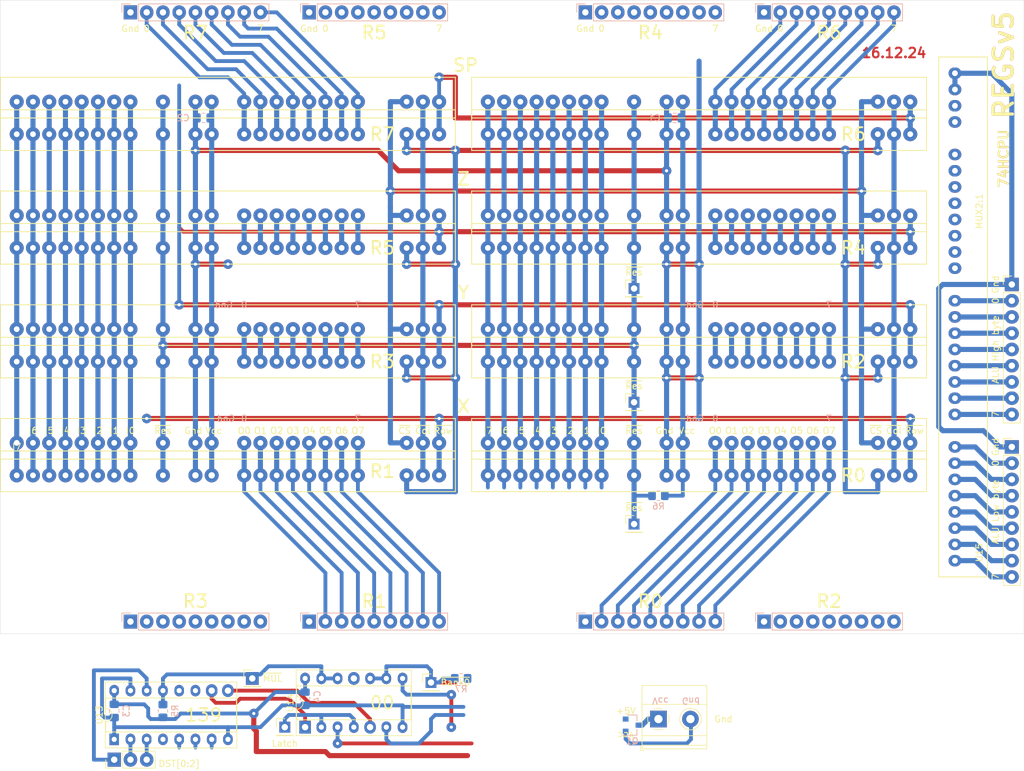
<source format=kicad_pcb>
(kicad_pcb (version 20171130) (host pcbnew "(5.1.8)-1")

  (general
    (thickness 1.6)
    (drawings 120)
    (tracks 502)
    (zones 0)
    (modules 51)
    (nets 111)
  )

  (page A4)
  (layers
    (0 F.Cu signal)
    (31 B.Cu signal)
    (32 B.Adhes user)
    (33 F.Adhes user)
    (34 B.Paste user)
    (35 F.Paste user)
    (36 B.SilkS user)
    (37 F.SilkS user)
    (38 B.Mask user)
    (39 F.Mask user)
    (40 Dwgs.User user)
    (41 Cmts.User user)
    (42 Eco1.User user)
    (43 Eco2.User user)
    (44 Edge.Cuts user)
    (45 Margin user)
    (46 B.CrtYd user)
    (47 F.CrtYd user)
    (48 B.Fab user)
    (49 F.Fab user)
  )

  (setup
    (last_trace_width 0.6)
    (user_trace_width 0.5)
    (user_trace_width 0.6)
    (user_trace_width 0.8)
    (user_trace_width 1)
    (trace_clearance 0.2)
    (zone_clearance 0.508)
    (zone_45_only no)
    (trace_min 0.2)
    (via_size 0.8)
    (via_drill 0.4)
    (via_min_size 0.4)
    (via_min_drill 0.3)
    (user_via 1.5 0.5)
    (user_via 2 1)
    (uvia_size 0.3)
    (uvia_drill 0.1)
    (uvias_allowed no)
    (uvia_min_size 0.2)
    (uvia_min_drill 0.1)
    (edge_width 0.05)
    (segment_width 0.2)
    (pcb_text_width 0.3)
    (pcb_text_size 1.5 1.5)
    (mod_edge_width 0.12)
    (mod_text_size 1 1)
    (mod_text_width 0.15)
    (pad_size 1.8 1.5)
    (pad_drill 0.8)
    (pad_to_mask_clearance 0)
    (aux_axis_origin 0 0)
    (visible_elements 7FFFFFFF)
    (pcbplotparams
      (layerselection 0x010fc_ffffffff)
      (usegerberextensions false)
      (usegerberattributes true)
      (usegerberadvancedattributes true)
      (creategerberjobfile false)
      (excludeedgelayer true)
      (linewidth 0.100000)
      (plotframeref false)
      (viasonmask false)
      (mode 1)
      (useauxorigin false)
      (hpglpennumber 1)
      (hpglpenspeed 20)
      (hpglpendiameter 15.000000)
      (psnegative false)
      (psa4output false)
      (plotreference true)
      (plotvalue true)
      (plotinvisibletext false)
      (padsonsilk false)
      (subtractmaskfromsilk false)
      (outputformat 1)
      (mirror false)
      (drillshape 0)
      (scaleselection 1)
      (outputdirectory "gerber"))
  )

  (net 0 "")
  (net 1 /L0)
  (net 2 /L1)
  (net 3 /L2)
  (net 4 /L3)
  (net 5 /L4)
  (net 6 /L5)
  (net 7 /L6)
  (net 8 /L7)
  (net 9 /H0)
  (net 10 /H1)
  (net 11 /H2)
  (net 12 /H3)
  (net 13 /H4)
  (net 14 /H5)
  (net 15 /H6)
  (net 16 /H7)
  (net 17 /R0.7)
  (net 18 /R0.6)
  (net 19 /R0.5)
  (net 20 /R0.4)
  (net 21 /R0.3)
  (net 22 /R0.2)
  (net 23 /R0.1)
  (net 24 /R0.0)
  (net 25 GND)
  (net 26 /R1.7)
  (net 27 /R1.6)
  (net 28 /R1.5)
  (net 29 /R1.4)
  (net 30 /R1.3)
  (net 31 /R1.2)
  (net 32 /R1.1)
  (net 33 /R1.0)
  (net 34 /R2.7)
  (net 35 /R2.6)
  (net 36 /R2.5)
  (net 37 /R2.4)
  (net 38 /R2.3)
  (net 39 /R2.2)
  (net 40 /R2.1)
  (net 41 /R2.0)
  (net 42 /R3.7)
  (net 43 /R3.6)
  (net 44 /R3.5)
  (net 45 /R3.4)
  (net 46 /R3.3)
  (net 47 /R3.2)
  (net 48 /R3.1)
  (net 49 /R3.0)
  (net 50 /R4.7)
  (net 51 /R4.6)
  (net 52 /R4.5)
  (net 53 /R4.4)
  (net 54 /R4.3)
  (net 55 /R4.2)
  (net 56 /R4.1)
  (net 57 /R4.0)
  (net 58 /R5.7)
  (net 59 /R5.6)
  (net 60 /R5.5)
  (net 61 /R5.4)
  (net 62 /R5.3)
  (net 63 /R5.2)
  (net 64 /R5.1)
  (net 65 /R5.0)
  (net 66 /R6.7)
  (net 67 /R6.6)
  (net 68 /R6.5)
  (net 69 /R6.4)
  (net 70 /R6.3)
  (net 71 /R6.2)
  (net 72 /R6.1)
  (net 73 /R6.0)
  (net 74 /R7.7)
  (net 75 /R7.6)
  (net 76 /R7.5)
  (net 77 /R7.4)
  (net 78 /R7.3)
  (net 79 /R7.2)
  (net 80 /R7.1)
  (net 81 /R7.0)
  (net 82 VCC)
  (net 83 /~R0)
  (net 84 /~L)
  (net 85 /~Res)
  (net 86 /~H)
  (net 87 /~R1)
  (net 88 /~R2)
  (net 89 /~R3)
  (net 90 /DST[2])
  (net 91 /DST[1])
  (net 92 /DST[0])
  (net 93 /~MUL)
  (net 94 /Latch)
  (net 95 "Net-(U13-Pad12)")
  (net 96 "Net-(U13-Pad11)")
  (net 97 "Net-(U13-Pad10)")
  (net 98 "Net-(U13-Pad9)")
  (net 99 /ALU_H7)
  (net 100 "Net-(J18-Pad8)")
  (net 101 "Net-(J18-Pad7)")
  (net 102 "Net-(J18-Pad6)")
  (net 103 "Net-(J18-Pad5)")
  (net 104 "Net-(J18-Pad4)")
  (net 105 "Net-(J18-Pad3)")
  (net 106 /ALU_H0)
  (net 107 "Net-(J16-Pad1)")
  (net 108 /~Bank0)
  (net 109 /~Bank1)
  (net 110 "Net-(U14-Pad11)")

  (net_class Default "This is the default net class."
    (clearance 0.2)
    (trace_width 0.25)
    (via_dia 0.8)
    (via_drill 0.4)
    (uvia_dia 0.3)
    (uvia_drill 0.1)
    (add_net /ALU_H0)
    (add_net /ALU_H7)
    (add_net /DST[0])
    (add_net /DST[1])
    (add_net /DST[2])
    (add_net /H0)
    (add_net /H1)
    (add_net /H2)
    (add_net /H3)
    (add_net /H4)
    (add_net /H5)
    (add_net /H6)
    (add_net /H7)
    (add_net /L0)
    (add_net /L1)
    (add_net /L2)
    (add_net /L3)
    (add_net /L4)
    (add_net /L5)
    (add_net /L6)
    (add_net /L7)
    (add_net /Latch)
    (add_net /R0.0)
    (add_net /R0.1)
    (add_net /R0.2)
    (add_net /R0.3)
    (add_net /R0.4)
    (add_net /R0.5)
    (add_net /R0.6)
    (add_net /R0.7)
    (add_net /R1.0)
    (add_net /R1.1)
    (add_net /R1.2)
    (add_net /R1.3)
    (add_net /R1.4)
    (add_net /R1.5)
    (add_net /R1.6)
    (add_net /R1.7)
    (add_net /R2.0)
    (add_net /R2.1)
    (add_net /R2.2)
    (add_net /R2.3)
    (add_net /R2.4)
    (add_net /R2.5)
    (add_net /R2.6)
    (add_net /R2.7)
    (add_net /R3.0)
    (add_net /R3.1)
    (add_net /R3.2)
    (add_net /R3.3)
    (add_net /R3.4)
    (add_net /R3.5)
    (add_net /R3.6)
    (add_net /R3.7)
    (add_net /R4.0)
    (add_net /R4.1)
    (add_net /R4.2)
    (add_net /R4.3)
    (add_net /R4.4)
    (add_net /R4.5)
    (add_net /R4.6)
    (add_net /R4.7)
    (add_net /R5.0)
    (add_net /R5.1)
    (add_net /R5.2)
    (add_net /R5.3)
    (add_net /R5.4)
    (add_net /R5.5)
    (add_net /R5.6)
    (add_net /R5.7)
    (add_net /R6.0)
    (add_net /R6.1)
    (add_net /R6.2)
    (add_net /R6.3)
    (add_net /R6.4)
    (add_net /R6.5)
    (add_net /R6.6)
    (add_net /R6.7)
    (add_net /R7.0)
    (add_net /R7.1)
    (add_net /R7.2)
    (add_net /R7.3)
    (add_net /R7.4)
    (add_net /R7.5)
    (add_net /R7.6)
    (add_net /R7.7)
    (add_net /~Bank0)
    (add_net /~Bank1)
    (add_net /~H)
    (add_net /~L)
    (add_net /~MUL)
    (add_net /~R0)
    (add_net /~R1)
    (add_net /~R2)
    (add_net /~R3)
    (add_net /~Res)
    (add_net GND)
    (add_net "Net-(J16-Pad1)")
    (add_net "Net-(J18-Pad3)")
    (add_net "Net-(J18-Pad4)")
    (add_net "Net-(J18-Pad5)")
    (add_net "Net-(J18-Pad6)")
    (add_net "Net-(J18-Pad7)")
    (add_net "Net-(J18-Pad8)")
    (add_net "Net-(U13-Pad10)")
    (add_net "Net-(U13-Pad11)")
    (add_net "Net-(U13-Pad12)")
    (add_net "Net-(U13-Pad9)")
    (add_net "Net-(U14-Pad11)")
    (add_net VCC)
  )

  (module CommonLibrary:REG_CNT (layer F.Cu) (tedit 65BE8445) (tstamp 65BEAC58)
    (at 17.78 31.115 90)
    (path /65D8D0D6)
    (fp_text reference U19 (at 1.27 -1.905 90) (layer F.SilkS) hide
      (effects (font (size 1 1) (thickness 0.15)))
    )
    (fp_text value REG_CNT (at 0 -0.5 90) (layer F.Fab)
      (effects (font (size 1 1) (thickness 0.15)))
    )
    (fp_line (start -2.54 68.58) (end -2.54 -2.54) (layer F.SilkS) (width 0.15))
    (fp_line (start 3.81 68.58) (end -2.54 68.58) (layer F.SilkS) (width 0.15))
    (fp_line (start 3.81 -2.54) (end 3.81 68.58) (layer F.SilkS) (width 0.15))
    (fp_line (start -2.54 -2.54) (end 3.81 -2.54) (layer F.SilkS) (width 0.15))
    (pad 22 thru_hole circle (at 0 66.04 90) (size 2.2 2.2) (drill 0.9) (layers *.Cu *.Mask)
      (net 89 /~R3))
    (pad 21 thru_hole circle (at 0 63.5 90) (size 2.2 2.2) (drill 0.9) (layers *.Cu *.Mask)
      (net 86 /~H))
    (pad 20 thru_hole circle (at 0 60.96 90) (size 2.2 2.2) (drill 0.9) (layers *.Cu *.Mask)
      (net 109 /~Bank1))
    (pad 19 thru_hole circle (at 0 53.34 90) (size 2.2 2.2) (drill 0.9) (layers *.Cu *.Mask)
      (net 74 /R7.7))
    (pad 18 thru_hole circle (at 0 50.8 90) (size 2.2 2.2) (drill 0.9) (layers *.Cu *.Mask)
      (net 75 /R7.6))
    (pad 17 thru_hole circle (at 0 48.26 90) (size 2.2 2.2) (drill 0.9) (layers *.Cu *.Mask)
      (net 76 /R7.5))
    (pad 16 thru_hole circle (at 0 45.72 90) (size 2.2 2.2) (drill 0.9) (layers *.Cu *.Mask)
      (net 77 /R7.4))
    (pad 15 thru_hole circle (at 0 43.18 90) (size 2.2 2.2) (drill 0.9) (layers *.Cu *.Mask)
      (net 78 /R7.3))
    (pad 14 thru_hole circle (at 0 40.64 90) (size 2.2 2.2) (drill 0.9) (layers *.Cu *.Mask)
      (net 79 /R7.2))
    (pad 13 thru_hole circle (at 0 38.1 90) (size 2.2 2.2) (drill 0.9) (layers *.Cu *.Mask)
      (net 80 /R7.1))
    (pad 12 thru_hole circle (at 0 35.56 90) (size 2.2 2.2) (drill 0.9) (layers *.Cu *.Mask)
      (net 81 /R7.0))
    (pad 11 thru_hole circle (at 0 30.48 90) (size 2.2 2.2) (drill 0.9) (layers *.Cu *.Mask)
      (net 82 VCC))
    (pad 10 thru_hole circle (at 0 27.94 90) (size 2.2 2.2) (drill 0.9) (layers *.Cu *.Mask)
      (net 25 GND))
    (pad 9 thru_hole circle (at 0 22.86 90) (size 2.2 2.2) (drill 0.9) (layers *.Cu *.Mask)
      (net 85 /~Res))
    (pad 8 thru_hole circle (at 0 17.78 90) (size 2.2 2.2) (drill 0.9) (layers *.Cu *.Mask)
      (net 9 /H0))
    (pad 7 thru_hole circle (at 0 15.24 90) (size 2.2 2.2) (drill 0.9) (layers *.Cu *.Mask)
      (net 10 /H1))
    (pad 6 thru_hole circle (at 0 12.7 90) (size 2.2 2.2) (drill 0.9) (layers *.Cu *.Mask)
      (net 11 /H2))
    (pad 5 thru_hole circle (at 0 10.16 90) (size 2.2 2.2) (drill 0.9) (layers *.Cu *.Mask)
      (net 12 /H3))
    (pad 4 thru_hole circle (at 0 7.62 90) (size 2.2 2.2) (drill 0.9) (layers *.Cu *.Mask)
      (net 13 /H4))
    (pad 3 thru_hole circle (at 0 5.08 90) (size 2.2 2.2) (drill 0.9) (layers *.Cu *.Mask)
      (net 14 /H5))
    (pad 2 thru_hole circle (at 0 2.54 90) (size 2.2 2.2) (drill 0.9) (layers *.Cu *.Mask)
      (net 15 /H6))
    (pad 1 thru_hole circle (at 0 0 90) (size 2.2 2.2) (drill 0.9) (layers *.Cu *.Mask)
      (net 16 /H7))
  )

  (module CommonLibrary:REG_CNT (layer F.Cu) (tedit 65BE8445) (tstamp 65BEAC3A)
    (at 91.44 31.115 90)
    (path /65D8D0C4)
    (fp_text reference U18 (at 1.905 67.945 90) (layer F.SilkS) hide
      (effects (font (size 1 1) (thickness 0.15)))
    )
    (fp_text value REG_CNT (at 0 -0.5 90) (layer F.Fab)
      (effects (font (size 1 1) (thickness 0.15)))
    )
    (fp_line (start -2.54 68.58) (end -2.54 -2.54) (layer F.SilkS) (width 0.15))
    (fp_line (start 3.81 68.58) (end -2.54 68.58) (layer F.SilkS) (width 0.15))
    (fp_line (start 3.81 -2.54) (end 3.81 68.58) (layer F.SilkS) (width 0.15))
    (fp_line (start -2.54 -2.54) (end 3.81 -2.54) (layer F.SilkS) (width 0.15))
    (pad 22 thru_hole circle (at 0 66.04 90) (size 2.2 2.2) (drill 0.9) (layers *.Cu *.Mask)
      (net 89 /~R3))
    (pad 21 thru_hole circle (at 0 63.5 90) (size 2.2 2.2) (drill 0.9) (layers *.Cu *.Mask)
      (net 84 /~L))
    (pad 20 thru_hole circle (at 0 60.96 90) (size 2.2 2.2) (drill 0.9) (layers *.Cu *.Mask)
      (net 109 /~Bank1))
    (pad 19 thru_hole circle (at 0 53.34 90) (size 2.2 2.2) (drill 0.9) (layers *.Cu *.Mask)
      (net 66 /R6.7))
    (pad 18 thru_hole circle (at 0 50.8 90) (size 2.2 2.2) (drill 0.9) (layers *.Cu *.Mask)
      (net 67 /R6.6))
    (pad 17 thru_hole circle (at 0 48.26 90) (size 2.2 2.2) (drill 0.9) (layers *.Cu *.Mask)
      (net 68 /R6.5))
    (pad 16 thru_hole circle (at 0 45.72 90) (size 2.2 2.2) (drill 0.9) (layers *.Cu *.Mask)
      (net 69 /R6.4))
    (pad 15 thru_hole circle (at 0 43.18 90) (size 2.2 2.2) (drill 0.9) (layers *.Cu *.Mask)
      (net 70 /R6.3))
    (pad 14 thru_hole circle (at 0 40.64 90) (size 2.2 2.2) (drill 0.9) (layers *.Cu *.Mask)
      (net 71 /R6.2))
    (pad 13 thru_hole circle (at 0 38.1 90) (size 2.2 2.2) (drill 0.9) (layers *.Cu *.Mask)
      (net 72 /R6.1))
    (pad 12 thru_hole circle (at 0 35.56 90) (size 2.2 2.2) (drill 0.9) (layers *.Cu *.Mask)
      (net 73 /R6.0))
    (pad 11 thru_hole circle (at 0 30.48 90) (size 2.2 2.2) (drill 0.9) (layers *.Cu *.Mask)
      (net 82 VCC))
    (pad 10 thru_hole circle (at 0 27.94 90) (size 2.2 2.2) (drill 0.9) (layers *.Cu *.Mask)
      (net 25 GND))
    (pad 9 thru_hole circle (at 0 22.86 90) (size 2.2 2.2) (drill 0.9) (layers *.Cu *.Mask)
      (net 85 /~Res))
    (pad 8 thru_hole circle (at 0 17.78 90) (size 2.2 2.2) (drill 0.9) (layers *.Cu *.Mask)
      (net 1 /L0))
    (pad 7 thru_hole circle (at 0 15.24 90) (size 2.2 2.2) (drill 0.9) (layers *.Cu *.Mask)
      (net 2 /L1))
    (pad 6 thru_hole circle (at 0 12.7 90) (size 2.2 2.2) (drill 0.9) (layers *.Cu *.Mask)
      (net 3 /L2))
    (pad 5 thru_hole circle (at 0 10.16 90) (size 2.2 2.2) (drill 0.9) (layers *.Cu *.Mask)
      (net 4 /L3))
    (pad 4 thru_hole circle (at 0 7.62 90) (size 2.2 2.2) (drill 0.9) (layers *.Cu *.Mask)
      (net 5 /L4))
    (pad 3 thru_hole circle (at 0 5.08 90) (size 2.2 2.2) (drill 0.9) (layers *.Cu *.Mask)
      (net 6 /L5))
    (pad 2 thru_hole circle (at 0 2.54 90) (size 2.2 2.2) (drill 0.9) (layers *.Cu *.Mask)
      (net 7 /L6))
    (pad 1 thru_hole circle (at 0 0 90) (size 2.2 2.2) (drill 0.9) (layers *.Cu *.Mask)
      (net 8 /L7))
  )

  (module CommonLibrary:REG_CNT (layer F.Cu) (tedit 65BE8445) (tstamp 65BEAC1C)
    (at 17.78 48.895 90)
    (path /65D8D0D0)
    (fp_text reference U17 (at 1.905 -1.905 90) (layer F.SilkS) hide
      (effects (font (size 1 1) (thickness 0.15)))
    )
    (fp_text value REG_CNT (at 0 -0.5 90) (layer F.Fab)
      (effects (font (size 1 1) (thickness 0.15)))
    )
    (fp_line (start -2.54 68.58) (end -2.54 -2.54) (layer F.SilkS) (width 0.15))
    (fp_line (start 3.81 68.58) (end -2.54 68.58) (layer F.SilkS) (width 0.15))
    (fp_line (start 3.81 -2.54) (end 3.81 68.58) (layer F.SilkS) (width 0.15))
    (fp_line (start -2.54 -2.54) (end 3.81 -2.54) (layer F.SilkS) (width 0.15))
    (pad 22 thru_hole circle (at 0 66.04 90) (size 2.2 2.2) (drill 0.9) (layers *.Cu *.Mask)
      (net 88 /~R2))
    (pad 21 thru_hole circle (at 0 63.5 90) (size 2.2 2.2) (drill 0.9) (layers *.Cu *.Mask)
      (net 86 /~H))
    (pad 20 thru_hole circle (at 0 60.96 90) (size 2.2 2.2) (drill 0.9) (layers *.Cu *.Mask)
      (net 109 /~Bank1))
    (pad 19 thru_hole circle (at 0 53.34 90) (size 2.2 2.2) (drill 0.9) (layers *.Cu *.Mask)
      (net 58 /R5.7))
    (pad 18 thru_hole circle (at 0 50.8 90) (size 2.2 2.2) (drill 0.9) (layers *.Cu *.Mask)
      (net 59 /R5.6))
    (pad 17 thru_hole circle (at 0 48.26 90) (size 2.2 2.2) (drill 0.9) (layers *.Cu *.Mask)
      (net 60 /R5.5))
    (pad 16 thru_hole circle (at 0 45.72 90) (size 2.2 2.2) (drill 0.9) (layers *.Cu *.Mask)
      (net 61 /R5.4))
    (pad 15 thru_hole circle (at 0 43.18 90) (size 2.2 2.2) (drill 0.9) (layers *.Cu *.Mask)
      (net 62 /R5.3))
    (pad 14 thru_hole circle (at 0 40.64 90) (size 2.2 2.2) (drill 0.9) (layers *.Cu *.Mask)
      (net 63 /R5.2))
    (pad 13 thru_hole circle (at 0 38.1 90) (size 2.2 2.2) (drill 0.9) (layers *.Cu *.Mask)
      (net 64 /R5.1))
    (pad 12 thru_hole circle (at 0 35.56 90) (size 2.2 2.2) (drill 0.9) (layers *.Cu *.Mask)
      (net 65 /R5.0))
    (pad 11 thru_hole circle (at 0 30.48 90) (size 2.2 2.2) (drill 0.9) (layers *.Cu *.Mask)
      (net 82 VCC))
    (pad 10 thru_hole circle (at 0 27.94 90) (size 2.2 2.2) (drill 0.9) (layers *.Cu *.Mask)
      (net 25 GND))
    (pad 9 thru_hole circle (at 0 22.86 90) (size 2.2 2.2) (drill 0.9) (layers *.Cu *.Mask)
      (net 85 /~Res))
    (pad 8 thru_hole circle (at 0 17.78 90) (size 2.2 2.2) (drill 0.9) (layers *.Cu *.Mask)
      (net 9 /H0))
    (pad 7 thru_hole circle (at 0 15.24 90) (size 2.2 2.2) (drill 0.9) (layers *.Cu *.Mask)
      (net 10 /H1))
    (pad 6 thru_hole circle (at 0 12.7 90) (size 2.2 2.2) (drill 0.9) (layers *.Cu *.Mask)
      (net 11 /H2))
    (pad 5 thru_hole circle (at 0 10.16 90) (size 2.2 2.2) (drill 0.9) (layers *.Cu *.Mask)
      (net 12 /H3))
    (pad 4 thru_hole circle (at 0 7.62 90) (size 2.2 2.2) (drill 0.9) (layers *.Cu *.Mask)
      (net 13 /H4))
    (pad 3 thru_hole circle (at 0 5.08 90) (size 2.2 2.2) (drill 0.9) (layers *.Cu *.Mask)
      (net 14 /H5))
    (pad 2 thru_hole circle (at 0 2.54 90) (size 2.2 2.2) (drill 0.9) (layers *.Cu *.Mask)
      (net 15 /H6))
    (pad 1 thru_hole circle (at 0 0 90) (size 2.2 2.2) (drill 0.9) (layers *.Cu *.Mask)
      (net 16 /H7))
  )

  (module CommonLibrary:REG_CNT (layer F.Cu) (tedit 65BE8445) (tstamp 65BEABFE)
    (at 91.44 48.895 90)
    (path /65D8D0BE)
    (fp_text reference U16 (at 1.905 67.945 90) (layer F.SilkS) hide
      (effects (font (size 1 1) (thickness 0.15)))
    )
    (fp_text value REG_CNT (at 0 -0.5 90) (layer F.Fab)
      (effects (font (size 1 1) (thickness 0.15)))
    )
    (fp_line (start -2.54 68.58) (end -2.54 -2.54) (layer F.SilkS) (width 0.15))
    (fp_line (start 3.81 68.58) (end -2.54 68.58) (layer F.SilkS) (width 0.15))
    (fp_line (start 3.81 -2.54) (end 3.81 68.58) (layer F.SilkS) (width 0.15))
    (fp_line (start -2.54 -2.54) (end 3.81 -2.54) (layer F.SilkS) (width 0.15))
    (pad 22 thru_hole circle (at 0 66.04 90) (size 2.2 2.2) (drill 0.9) (layers *.Cu *.Mask)
      (net 88 /~R2))
    (pad 21 thru_hole circle (at 0 63.5 90) (size 2.2 2.2) (drill 0.9) (layers *.Cu *.Mask)
      (net 84 /~L))
    (pad 20 thru_hole circle (at 0 60.96 90) (size 2.2 2.2) (drill 0.9) (layers *.Cu *.Mask)
      (net 109 /~Bank1))
    (pad 19 thru_hole circle (at 0 53.34 90) (size 2.2 2.2) (drill 0.9) (layers *.Cu *.Mask)
      (net 50 /R4.7))
    (pad 18 thru_hole circle (at 0 50.8 90) (size 2.2 2.2) (drill 0.9) (layers *.Cu *.Mask)
      (net 51 /R4.6))
    (pad 17 thru_hole circle (at 0 48.26 90) (size 2.2 2.2) (drill 0.9) (layers *.Cu *.Mask)
      (net 52 /R4.5))
    (pad 16 thru_hole circle (at 0 45.72 90) (size 2.2 2.2) (drill 0.9) (layers *.Cu *.Mask)
      (net 53 /R4.4))
    (pad 15 thru_hole circle (at 0 43.18 90) (size 2.2 2.2) (drill 0.9) (layers *.Cu *.Mask)
      (net 54 /R4.3))
    (pad 14 thru_hole circle (at 0 40.64 90) (size 2.2 2.2) (drill 0.9) (layers *.Cu *.Mask)
      (net 55 /R4.2))
    (pad 13 thru_hole circle (at 0 38.1 90) (size 2.2 2.2) (drill 0.9) (layers *.Cu *.Mask)
      (net 56 /R4.1))
    (pad 12 thru_hole circle (at 0 35.56 90) (size 2.2 2.2) (drill 0.9) (layers *.Cu *.Mask)
      (net 57 /R4.0))
    (pad 11 thru_hole circle (at 0 30.48 90) (size 2.2 2.2) (drill 0.9) (layers *.Cu *.Mask)
      (net 82 VCC))
    (pad 10 thru_hole circle (at 0 27.94 90) (size 2.2 2.2) (drill 0.9) (layers *.Cu *.Mask)
      (net 25 GND))
    (pad 9 thru_hole circle (at 0 22.86 90) (size 2.2 2.2) (drill 0.9) (layers *.Cu *.Mask)
      (net 85 /~Res))
    (pad 8 thru_hole circle (at 0 17.78 90) (size 2.2 2.2) (drill 0.9) (layers *.Cu *.Mask)
      (net 1 /L0))
    (pad 7 thru_hole circle (at 0 15.24 90) (size 2.2 2.2) (drill 0.9) (layers *.Cu *.Mask)
      (net 2 /L1))
    (pad 6 thru_hole circle (at 0 12.7 90) (size 2.2 2.2) (drill 0.9) (layers *.Cu *.Mask)
      (net 3 /L2))
    (pad 5 thru_hole circle (at 0 10.16 90) (size 2.2 2.2) (drill 0.9) (layers *.Cu *.Mask)
      (net 4 /L3))
    (pad 4 thru_hole circle (at 0 7.62 90) (size 2.2 2.2) (drill 0.9) (layers *.Cu *.Mask)
      (net 5 /L4))
    (pad 3 thru_hole circle (at 0 5.08 90) (size 2.2 2.2) (drill 0.9) (layers *.Cu *.Mask)
      (net 6 /L5))
    (pad 2 thru_hole circle (at 0 2.54 90) (size 2.2 2.2) (drill 0.9) (layers *.Cu *.Mask)
      (net 7 /L6))
    (pad 1 thru_hole circle (at 0 0 90) (size 2.2 2.2) (drill 0.9) (layers *.Cu *.Mask)
      (net 8 /L7))
  )

  (module CommonLibrary:REG_CNT (layer F.Cu) (tedit 65BE8445) (tstamp 65BEAAF2)
    (at 17.78 66.675 90)
    (path /65D8D0CA)
    (fp_text reference U12 (at 1.905 -1.905 90) (layer F.SilkS) hide
      (effects (font (size 1 1) (thickness 0.15)))
    )
    (fp_text value REG_CNT (at 0 -0.5 90) (layer F.Fab)
      (effects (font (size 1 1) (thickness 0.15)))
    )
    (fp_line (start -2.54 68.58) (end -2.54 -2.54) (layer F.SilkS) (width 0.15))
    (fp_line (start 3.81 68.58) (end -2.54 68.58) (layer F.SilkS) (width 0.15))
    (fp_line (start 3.81 -2.54) (end 3.81 68.58) (layer F.SilkS) (width 0.15))
    (fp_line (start -2.54 -2.54) (end 3.81 -2.54) (layer F.SilkS) (width 0.15))
    (pad 22 thru_hole circle (at 0 66.04 90) (size 2.2 2.2) (drill 0.9) (layers *.Cu *.Mask)
      (net 87 /~R1))
    (pad 21 thru_hole circle (at 0 63.5 90) (size 2.2 2.2) (drill 0.9) (layers *.Cu *.Mask)
      (net 86 /~H))
    (pad 20 thru_hole circle (at 0 60.96 90) (size 2.2 2.2) (drill 0.9) (layers *.Cu *.Mask)
      (net 109 /~Bank1))
    (pad 19 thru_hole circle (at 0 53.34 90) (size 2.2 2.2) (drill 0.9) (layers *.Cu *.Mask)
      (net 42 /R3.7))
    (pad 18 thru_hole circle (at 0 50.8 90) (size 2.2 2.2) (drill 0.9) (layers *.Cu *.Mask)
      (net 43 /R3.6))
    (pad 17 thru_hole circle (at 0 48.26 90) (size 2.2 2.2) (drill 0.9) (layers *.Cu *.Mask)
      (net 44 /R3.5))
    (pad 16 thru_hole circle (at 0 45.72 90) (size 2.2 2.2) (drill 0.9) (layers *.Cu *.Mask)
      (net 45 /R3.4))
    (pad 15 thru_hole circle (at 0 43.18 90) (size 2.2 2.2) (drill 0.9) (layers *.Cu *.Mask)
      (net 46 /R3.3))
    (pad 14 thru_hole circle (at 0 40.64 90) (size 2.2 2.2) (drill 0.9) (layers *.Cu *.Mask)
      (net 47 /R3.2))
    (pad 13 thru_hole circle (at 0 38.1 90) (size 2.2 2.2) (drill 0.9) (layers *.Cu *.Mask)
      (net 48 /R3.1))
    (pad 12 thru_hole circle (at 0 35.56 90) (size 2.2 2.2) (drill 0.9) (layers *.Cu *.Mask)
      (net 49 /R3.0))
    (pad 11 thru_hole circle (at 0 30.48 90) (size 2.2 2.2) (drill 0.9) (layers *.Cu *.Mask)
      (net 82 VCC))
    (pad 10 thru_hole circle (at 0 27.94 90) (size 2.2 2.2) (drill 0.9) (layers *.Cu *.Mask)
      (net 25 GND))
    (pad 9 thru_hole circle (at 0 22.86 90) (size 2.2 2.2) (drill 0.9) (layers *.Cu *.Mask)
      (net 85 /~Res))
    (pad 8 thru_hole circle (at 0 17.78 90) (size 2.2 2.2) (drill 0.9) (layers *.Cu *.Mask)
      (net 9 /H0))
    (pad 7 thru_hole circle (at 0 15.24 90) (size 2.2 2.2) (drill 0.9) (layers *.Cu *.Mask)
      (net 10 /H1))
    (pad 6 thru_hole circle (at 0 12.7 90) (size 2.2 2.2) (drill 0.9) (layers *.Cu *.Mask)
      (net 11 /H2))
    (pad 5 thru_hole circle (at 0 10.16 90) (size 2.2 2.2) (drill 0.9) (layers *.Cu *.Mask)
      (net 12 /H3))
    (pad 4 thru_hole circle (at 0 7.62 90) (size 2.2 2.2) (drill 0.9) (layers *.Cu *.Mask)
      (net 13 /H4))
    (pad 3 thru_hole circle (at 0 5.08 90) (size 2.2 2.2) (drill 0.9) (layers *.Cu *.Mask)
      (net 14 /H5))
    (pad 2 thru_hole circle (at 0 2.54 90) (size 2.2 2.2) (drill 0.9) (layers *.Cu *.Mask)
      (net 15 /H6))
    (pad 1 thru_hole circle (at 0 0 90) (size 2.2 2.2) (drill 0.9) (layers *.Cu *.Mask)
      (net 16 /H7))
  )

  (module CommonLibrary:REG_CNT (layer F.Cu) (tedit 65BE8445) (tstamp 65BEAAD4)
    (at 91.44 66.675 90)
    (path /65D8D0B8)
    (fp_text reference U11 (at 1.905 67.945 90) (layer F.SilkS) hide
      (effects (font (size 1 1) (thickness 0.15)))
    )
    (fp_text value REG_CNT (at 0 -0.5 90) (layer F.Fab)
      (effects (font (size 1 1) (thickness 0.15)))
    )
    (fp_line (start -2.54 68.58) (end -2.54 -2.54) (layer F.SilkS) (width 0.15))
    (fp_line (start 3.81 68.58) (end -2.54 68.58) (layer F.SilkS) (width 0.15))
    (fp_line (start 3.81 -2.54) (end 3.81 68.58) (layer F.SilkS) (width 0.15))
    (fp_line (start -2.54 -2.54) (end 3.81 -2.54) (layer F.SilkS) (width 0.15))
    (pad 22 thru_hole circle (at 0 66.04 90) (size 2.2 2.2) (drill 0.9) (layers *.Cu *.Mask)
      (net 87 /~R1))
    (pad 21 thru_hole circle (at 0 63.5 90) (size 2.2 2.2) (drill 0.9) (layers *.Cu *.Mask)
      (net 84 /~L))
    (pad 20 thru_hole circle (at 0 60.96 90) (size 2.2 2.2) (drill 0.9) (layers *.Cu *.Mask)
      (net 109 /~Bank1))
    (pad 19 thru_hole circle (at 0 53.34 90) (size 2.2 2.2) (drill 0.9) (layers *.Cu *.Mask)
      (net 34 /R2.7))
    (pad 18 thru_hole circle (at 0 50.8 90) (size 2.2 2.2) (drill 0.9) (layers *.Cu *.Mask)
      (net 35 /R2.6))
    (pad 17 thru_hole circle (at 0 48.26 90) (size 2.2 2.2) (drill 0.9) (layers *.Cu *.Mask)
      (net 36 /R2.5))
    (pad 16 thru_hole circle (at 0 45.72 90) (size 2.2 2.2) (drill 0.9) (layers *.Cu *.Mask)
      (net 37 /R2.4))
    (pad 15 thru_hole circle (at 0 43.18 90) (size 2.2 2.2) (drill 0.9) (layers *.Cu *.Mask)
      (net 38 /R2.3))
    (pad 14 thru_hole circle (at 0 40.64 90) (size 2.2 2.2) (drill 0.9) (layers *.Cu *.Mask)
      (net 39 /R2.2))
    (pad 13 thru_hole circle (at 0 38.1 90) (size 2.2 2.2) (drill 0.9) (layers *.Cu *.Mask)
      (net 40 /R2.1))
    (pad 12 thru_hole circle (at 0 35.56 90) (size 2.2 2.2) (drill 0.9) (layers *.Cu *.Mask)
      (net 41 /R2.0))
    (pad 11 thru_hole circle (at 0 30.48 90) (size 2.2 2.2) (drill 0.9) (layers *.Cu *.Mask)
      (net 82 VCC))
    (pad 10 thru_hole circle (at 0 27.94 90) (size 2.2 2.2) (drill 0.9) (layers *.Cu *.Mask)
      (net 25 GND))
    (pad 9 thru_hole circle (at 0 22.86 90) (size 2.2 2.2) (drill 0.9) (layers *.Cu *.Mask)
      (net 85 /~Res))
    (pad 8 thru_hole circle (at 0 17.78 90) (size 2.2 2.2) (drill 0.9) (layers *.Cu *.Mask)
      (net 1 /L0))
    (pad 7 thru_hole circle (at 0 15.24 90) (size 2.2 2.2) (drill 0.9) (layers *.Cu *.Mask)
      (net 2 /L1))
    (pad 6 thru_hole circle (at 0 12.7 90) (size 2.2 2.2) (drill 0.9) (layers *.Cu *.Mask)
      (net 3 /L2))
    (pad 5 thru_hole circle (at 0 10.16 90) (size 2.2 2.2) (drill 0.9) (layers *.Cu *.Mask)
      (net 4 /L3))
    (pad 4 thru_hole circle (at 0 7.62 90) (size 2.2 2.2) (drill 0.9) (layers *.Cu *.Mask)
      (net 5 /L4))
    (pad 3 thru_hole circle (at 0 5.08 90) (size 2.2 2.2) (drill 0.9) (layers *.Cu *.Mask)
      (net 6 /L5))
    (pad 2 thru_hole circle (at 0 2.54 90) (size 2.2 2.2) (drill 0.9) (layers *.Cu *.Mask)
      (net 7 /L6))
    (pad 1 thru_hole circle (at 0 0 90) (size 2.2 2.2) (drill 0.9) (layers *.Cu *.Mask)
      (net 8 /L7))
  )

  (module CommonLibrary:REG_CNT (layer F.Cu) (tedit 65BE8445) (tstamp 65BEAAB6)
    (at 17.78 84.455 90)
    (path /65D8D0B2)
    (fp_text reference U10 (at 1.905 -1.905 90) (layer F.SilkS) hide
      (effects (font (size 1 1) (thickness 0.15)))
    )
    (fp_text value REG_CNT (at 0 -0.5 90) (layer F.Fab)
      (effects (font (size 1 1) (thickness 0.15)))
    )
    (fp_line (start -2.54 68.58) (end -2.54 -2.54) (layer F.SilkS) (width 0.15))
    (fp_line (start 3.81 68.58) (end -2.54 68.58) (layer F.SilkS) (width 0.15))
    (fp_line (start 3.81 -2.54) (end 3.81 68.58) (layer F.SilkS) (width 0.15))
    (fp_line (start -2.54 -2.54) (end 3.81 -2.54) (layer F.SilkS) (width 0.15))
    (pad 22 thru_hole circle (at 0 66.04 90) (size 2.2 2.2) (drill 0.9) (layers *.Cu *.Mask)
      (net 83 /~R0))
    (pad 21 thru_hole circle (at 0 63.5 90) (size 2.2 2.2) (drill 0.9) (layers *.Cu *.Mask)
      (net 86 /~H))
    (pad 20 thru_hole circle (at 0 60.96 90) (size 2.2 2.2) (drill 0.9) (layers *.Cu *.Mask)
      (net 109 /~Bank1))
    (pad 19 thru_hole circle (at 0 53.34 90) (size 2.2 2.2) (drill 0.9) (layers *.Cu *.Mask)
      (net 26 /R1.7))
    (pad 18 thru_hole circle (at 0 50.8 90) (size 2.2 2.2) (drill 0.9) (layers *.Cu *.Mask)
      (net 27 /R1.6))
    (pad 17 thru_hole circle (at 0 48.26 90) (size 2.2 2.2) (drill 0.9) (layers *.Cu *.Mask)
      (net 28 /R1.5))
    (pad 16 thru_hole circle (at 0 45.72 90) (size 2.2 2.2) (drill 0.9) (layers *.Cu *.Mask)
      (net 29 /R1.4))
    (pad 15 thru_hole circle (at 0 43.18 90) (size 2.2 2.2) (drill 0.9) (layers *.Cu *.Mask)
      (net 30 /R1.3))
    (pad 14 thru_hole circle (at 0 40.64 90) (size 2.2 2.2) (drill 0.9) (layers *.Cu *.Mask)
      (net 31 /R1.2))
    (pad 13 thru_hole circle (at 0 38.1 90) (size 2.2 2.2) (drill 0.9) (layers *.Cu *.Mask)
      (net 32 /R1.1))
    (pad 12 thru_hole circle (at 0 35.56 90) (size 2.2 2.2) (drill 0.9) (layers *.Cu *.Mask)
      (net 33 /R1.0))
    (pad 11 thru_hole circle (at 0 30.48 90) (size 2.2 2.2) (drill 0.9) (layers *.Cu *.Mask)
      (net 82 VCC))
    (pad 10 thru_hole circle (at 0 27.94 90) (size 2.2 2.2) (drill 0.9) (layers *.Cu *.Mask)
      (net 25 GND))
    (pad 9 thru_hole circle (at 0 22.86 90) (size 2.2 2.2) (drill 0.9) (layers *.Cu *.Mask)
      (net 85 /~Res))
    (pad 8 thru_hole circle (at 0 17.78 90) (size 2.2 2.2) (drill 0.9) (layers *.Cu *.Mask)
      (net 9 /H0))
    (pad 7 thru_hole circle (at 0 15.24 90) (size 2.2 2.2) (drill 0.9) (layers *.Cu *.Mask)
      (net 10 /H1))
    (pad 6 thru_hole circle (at 0 12.7 90) (size 2.2 2.2) (drill 0.9) (layers *.Cu *.Mask)
      (net 11 /H2))
    (pad 5 thru_hole circle (at 0 10.16 90) (size 2.2 2.2) (drill 0.9) (layers *.Cu *.Mask)
      (net 12 /H3))
    (pad 4 thru_hole circle (at 0 7.62 90) (size 2.2 2.2) (drill 0.9) (layers *.Cu *.Mask)
      (net 13 /H4))
    (pad 3 thru_hole circle (at 0 5.08 90) (size 2.2 2.2) (drill 0.9) (layers *.Cu *.Mask)
      (net 14 /H5))
    (pad 2 thru_hole circle (at 0 2.54 90) (size 2.2 2.2) (drill 0.9) (layers *.Cu *.Mask)
      (net 15 /H6))
    (pad 1 thru_hole circle (at 0 0 90) (size 2.2 2.2) (drill 0.9) (layers *.Cu *.Mask)
      (net 16 /H7))
  )

  (module CommonLibrary:REG_CNT (layer F.Cu) (tedit 65BE8445) (tstamp 65BEAA98)
    (at 91.44 84.455 90)
    (path /65D8D0AC)
    (fp_text reference U9 (at 0 67.945 90) (layer F.SilkS) hide
      (effects (font (size 1 1) (thickness 0.15)))
    )
    (fp_text value REG_CNT (at 0 -0.5 90) (layer F.Fab)
      (effects (font (size 1 1) (thickness 0.15)))
    )
    (fp_line (start -2.54 68.58) (end -2.54 -2.54) (layer F.SilkS) (width 0.15))
    (fp_line (start 3.81 68.58) (end -2.54 68.58) (layer F.SilkS) (width 0.15))
    (fp_line (start 3.81 -2.54) (end 3.81 68.58) (layer F.SilkS) (width 0.15))
    (fp_line (start -2.54 -2.54) (end 3.81 -2.54) (layer F.SilkS) (width 0.15))
    (pad 22 thru_hole circle (at 0 66.04 90) (size 2.2 2.2) (drill 0.9) (layers *.Cu *.Mask)
      (net 83 /~R0))
    (pad 21 thru_hole circle (at 0 63.5 90) (size 2.2 2.2) (drill 0.9) (layers *.Cu *.Mask)
      (net 84 /~L))
    (pad 20 thru_hole circle (at 0 60.96 90) (size 2.2 2.2) (drill 0.9) (layers *.Cu *.Mask)
      (net 109 /~Bank1))
    (pad 19 thru_hole circle (at 0 53.34 90) (size 2.2 2.2) (drill 0.9) (layers *.Cu *.Mask)
      (net 17 /R0.7))
    (pad 18 thru_hole circle (at 0 50.8 90) (size 2.2 2.2) (drill 0.9) (layers *.Cu *.Mask)
      (net 18 /R0.6))
    (pad 17 thru_hole circle (at 0 48.26 90) (size 2.2 2.2) (drill 0.9) (layers *.Cu *.Mask)
      (net 19 /R0.5))
    (pad 16 thru_hole circle (at 0 45.72 90) (size 2.2 2.2) (drill 0.9) (layers *.Cu *.Mask)
      (net 20 /R0.4))
    (pad 15 thru_hole circle (at 0 43.18 90) (size 2.2 2.2) (drill 0.9) (layers *.Cu *.Mask)
      (net 21 /R0.3))
    (pad 14 thru_hole circle (at 0 40.64 90) (size 2.2 2.2) (drill 0.9) (layers *.Cu *.Mask)
      (net 22 /R0.2))
    (pad 13 thru_hole circle (at 0 38.1 90) (size 2.2 2.2) (drill 0.9) (layers *.Cu *.Mask)
      (net 23 /R0.1))
    (pad 12 thru_hole circle (at 0 35.56 90) (size 2.2 2.2) (drill 0.9) (layers *.Cu *.Mask)
      (net 24 /R0.0))
    (pad 11 thru_hole circle (at 0 30.48 90) (size 2.2 2.2) (drill 0.9) (layers *.Cu *.Mask)
      (net 82 VCC))
    (pad 10 thru_hole circle (at 0 27.94 90) (size 2.2 2.2) (drill 0.9) (layers *.Cu *.Mask)
      (net 25 GND))
    (pad 9 thru_hole circle (at 0 22.86 90) (size 2.2 2.2) (drill 0.9) (layers *.Cu *.Mask)
      (net 85 /~Res))
    (pad 8 thru_hole circle (at 0 17.78 90) (size 2.2 2.2) (drill 0.9) (layers *.Cu *.Mask)
      (net 1 /L0))
    (pad 7 thru_hole circle (at 0 15.24 90) (size 2.2 2.2) (drill 0.9) (layers *.Cu *.Mask)
      (net 2 /L1))
    (pad 6 thru_hole circle (at 0 12.7 90) (size 2.2 2.2) (drill 0.9) (layers *.Cu *.Mask)
      (net 3 /L2))
    (pad 5 thru_hole circle (at 0 10.16 90) (size 2.2 2.2) (drill 0.9) (layers *.Cu *.Mask)
      (net 4 /L3))
    (pad 4 thru_hole circle (at 0 7.62 90) (size 2.2 2.2) (drill 0.9) (layers *.Cu *.Mask)
      (net 5 /L4))
    (pad 3 thru_hole circle (at 0 5.08 90) (size 2.2 2.2) (drill 0.9) (layers *.Cu *.Mask)
      (net 6 /L5))
    (pad 2 thru_hole circle (at 0 2.54 90) (size 2.2 2.2) (drill 0.9) (layers *.Cu *.Mask)
      (net 7 /L6))
    (pad 1 thru_hole circle (at 0 0 90) (size 2.2 2.2) (drill 0.9) (layers *.Cu *.Mask)
      (net 8 /L7))
  )

  (module Connector_PinHeader_2.54mm:PinHeader_1x01_P2.54mm_Vertical (layer F.Cu) (tedit 59FED5CC) (tstamp 65AD6844)
    (at 114.3 78.105)
    (descr "Through hole straight pin header, 1x01, 2.54mm pitch, single row")
    (tags "Through hole pin header THT 1x01 2.54mm single row")
    (path /65B104F0)
    (fp_text reference J20 (at 0 -2.33) (layer F.SilkS) hide
      (effects (font (size 1 1) (thickness 0.15)))
    )
    (fp_text value Conn_01x01_Male (at 0 2.33) (layer F.Fab)
      (effects (font (size 1 1) (thickness 0.15)))
    )
    (fp_line (start -0.635 -1.27) (end 1.27 -1.27) (layer F.Fab) (width 0.1))
    (fp_line (start 1.27 -1.27) (end 1.27 1.27) (layer F.Fab) (width 0.1))
    (fp_line (start 1.27 1.27) (end -1.27 1.27) (layer F.Fab) (width 0.1))
    (fp_line (start -1.27 1.27) (end -1.27 -0.635) (layer F.Fab) (width 0.1))
    (fp_line (start -1.27 -0.635) (end -0.635 -1.27) (layer F.Fab) (width 0.1))
    (fp_line (start -1.33 1.33) (end 1.33 1.33) (layer F.SilkS) (width 0.12))
    (fp_line (start -1.33 1.27) (end -1.33 1.33) (layer F.SilkS) (width 0.12))
    (fp_line (start 1.33 1.27) (end 1.33 1.33) (layer F.SilkS) (width 0.12))
    (fp_line (start -1.33 1.27) (end 1.33 1.27) (layer F.SilkS) (width 0.12))
    (fp_line (start -1.33 0) (end -1.33 -1.33) (layer F.SilkS) (width 0.12))
    (fp_line (start -1.33 -1.33) (end 0 -1.33) (layer F.SilkS) (width 0.12))
    (fp_line (start -1.8 -1.8) (end -1.8 1.8) (layer F.CrtYd) (width 0.05))
    (fp_line (start -1.8 1.8) (end 1.8 1.8) (layer F.CrtYd) (width 0.05))
    (fp_line (start 1.8 1.8) (end 1.8 -1.8) (layer F.CrtYd) (width 0.05))
    (fp_line (start 1.8 -1.8) (end -1.8 -1.8) (layer F.CrtYd) (width 0.05))
    (fp_text user %R (at 0 0 90) (layer F.Fab)
      (effects (font (size 1 1) (thickness 0.15)))
    )
    (pad 1 thru_hole rect (at 0 0) (size 1.7 1.7) (drill 1) (layers *.Cu *.Mask)
      (net 85 /~Res))
    (model ${KISYS3DMOD}/Connector_PinHeader_2.54mm.3dshapes/PinHeader_1x01_P2.54mm_Vertical.wrl
      (at (xyz 0 0 0))
      (scale (xyz 1 1 1))
      (rotate (xyz 0 0 0))
    )
  )

  (module Connector_PinHeader_2.54mm:PinHeader_1x01_P2.54mm_Vertical (layer F.Cu) (tedit 59FED5CC) (tstamp 65AD682F)
    (at 114.3 60.325)
    (descr "Through hole straight pin header, 1x01, 2.54mm pitch, single row")
    (tags "Through hole pin header THT 1x01 2.54mm single row")
    (path /65B1020A)
    (fp_text reference J19 (at 0 -2.33) (layer F.SilkS) hide
      (effects (font (size 1 1) (thickness 0.15)))
    )
    (fp_text value Conn_01x01_Male (at 0 2.33) (layer F.Fab)
      (effects (font (size 1 1) (thickness 0.15)))
    )
    (fp_line (start -0.635 -1.27) (end 1.27 -1.27) (layer F.Fab) (width 0.1))
    (fp_line (start 1.27 -1.27) (end 1.27 1.27) (layer F.Fab) (width 0.1))
    (fp_line (start 1.27 1.27) (end -1.27 1.27) (layer F.Fab) (width 0.1))
    (fp_line (start -1.27 1.27) (end -1.27 -0.635) (layer F.Fab) (width 0.1))
    (fp_line (start -1.27 -0.635) (end -0.635 -1.27) (layer F.Fab) (width 0.1))
    (fp_line (start -1.33 1.33) (end 1.33 1.33) (layer F.SilkS) (width 0.12))
    (fp_line (start -1.33 1.27) (end -1.33 1.33) (layer F.SilkS) (width 0.12))
    (fp_line (start 1.33 1.27) (end 1.33 1.33) (layer F.SilkS) (width 0.12))
    (fp_line (start -1.33 1.27) (end 1.33 1.27) (layer F.SilkS) (width 0.12))
    (fp_line (start -1.33 0) (end -1.33 -1.33) (layer F.SilkS) (width 0.12))
    (fp_line (start -1.33 -1.33) (end 0 -1.33) (layer F.SilkS) (width 0.12))
    (fp_line (start -1.8 -1.8) (end -1.8 1.8) (layer F.CrtYd) (width 0.05))
    (fp_line (start -1.8 1.8) (end 1.8 1.8) (layer F.CrtYd) (width 0.05))
    (fp_line (start 1.8 1.8) (end 1.8 -1.8) (layer F.CrtYd) (width 0.05))
    (fp_line (start 1.8 -1.8) (end -1.8 -1.8) (layer F.CrtYd) (width 0.05))
    (fp_text user %R (at 0 0 90) (layer F.Fab)
      (effects (font (size 1 1) (thickness 0.15)))
    )
    (pad 1 thru_hole rect (at 0 0) (size 1.7 1.7) (drill 1) (layers *.Cu *.Mask)
      (net 85 /~Res))
    (model ${KISYS3DMOD}/Connector_PinHeader_2.54mm.3dshapes/PinHeader_1x01_P2.54mm_Vertical.wrl
      (at (xyz 0 0 0))
      (scale (xyz 1 1 1))
      (rotate (xyz 0 0 0))
    )
  )

  (module Resistor_SMD:R_0805_2012Metric_Pad1.20x1.40mm_HandSolder (layer B.Cu) (tedit 5F68FEEE) (tstamp 65A36D05)
    (at 87.265 121.285)
    (descr "Resistor SMD 0805 (2012 Metric), square (rectangular) end terminal, IPC_7351 nominal with elongated pad for handsoldering. (Body size source: IPC-SM-782 page 72, https://www.pcb-3d.com/wordpress/wp-content/uploads/ipc-sm-782a_amendment_1_and_2.pdf), generated with kicad-footprint-generator")
    (tags "resistor handsolder")
    (path /65EC05BB)
    (attr smd)
    (fp_text reference R7 (at 0 1.65 180) (layer B.SilkS)
      (effects (font (size 1 1) (thickness 0.15)) (justify mirror))
    )
    (fp_text value 10k (at 0 -1.65 180) (layer B.Fab)
      (effects (font (size 1 1) (thickness 0.15)) (justify mirror))
    )
    (fp_line (start -1 -0.625) (end -1 0.625) (layer B.Fab) (width 0.1))
    (fp_line (start -1 0.625) (end 1 0.625) (layer B.Fab) (width 0.1))
    (fp_line (start 1 0.625) (end 1 -0.625) (layer B.Fab) (width 0.1))
    (fp_line (start 1 -0.625) (end -1 -0.625) (layer B.Fab) (width 0.1))
    (fp_line (start -0.227064 0.735) (end 0.227064 0.735) (layer B.SilkS) (width 0.12))
    (fp_line (start -0.227064 -0.735) (end 0.227064 -0.735) (layer B.SilkS) (width 0.12))
    (fp_line (start -1.85 -0.95) (end -1.85 0.95) (layer B.CrtYd) (width 0.05))
    (fp_line (start -1.85 0.95) (end 1.85 0.95) (layer B.CrtYd) (width 0.05))
    (fp_line (start 1.85 0.95) (end 1.85 -0.95) (layer B.CrtYd) (width 0.05))
    (fp_line (start 1.85 -0.95) (end -1.85 -0.95) (layer B.CrtYd) (width 0.05))
    (fp_text user %R (at 0 0 180) (layer B.Fab)
      (effects (font (size 0.5 0.5) (thickness 0.08)) (justify mirror))
    )
    (pad 2 smd roundrect (at 1 0) (size 1.2 1.4) (layers B.Cu B.Paste B.Mask) (roundrect_rratio 0.2083325)
      (net 25 GND))
    (pad 1 smd roundrect (at -1 0) (size 1.2 1.4) (layers B.Cu B.Paste B.Mask) (roundrect_rratio 0.2083325)
      (net 108 /~Bank0))
    (model ${KISYS3DMOD}/Resistor_SMD.3dshapes/R_0805_2012Metric.wrl
      (at (xyz 0 0 0))
      (scale (xyz 1 1 1))
      (rotate (xyz 0 0 0))
    )
  )

  (module Package_TO_SOT_SMD:SOT-23 (layer B.Cu) (tedit 5A02FF57) (tstamp 65A33099)
    (at 113.9825 128.5875)
    (descr "SOT-23, Standard")
    (tags SOT-23)
    (path /65CF051C)
    (attr smd)
    (fp_text reference Q1 (at 0 2.5 180) (layer B.SilkS)
      (effects (font (size 1 1) (thickness 0.15)) (justify mirror))
    )
    (fp_text value IRLML5203 (at 0 -2.5 180) (layer B.Fab)
      (effects (font (size 1 1) (thickness 0.15)) (justify mirror))
    )
    (fp_line (start -0.7 0.95) (end -0.7 -1.5) (layer B.Fab) (width 0.1))
    (fp_line (start -0.15 1.52) (end 0.7 1.52) (layer B.Fab) (width 0.1))
    (fp_line (start -0.7 0.95) (end -0.15 1.52) (layer B.Fab) (width 0.1))
    (fp_line (start 0.7 1.52) (end 0.7 -1.52) (layer B.Fab) (width 0.1))
    (fp_line (start -0.7 -1.52) (end 0.7 -1.52) (layer B.Fab) (width 0.1))
    (fp_line (start 0.76 -1.58) (end 0.76 -0.65) (layer B.SilkS) (width 0.12))
    (fp_line (start 0.76 1.58) (end 0.76 0.65) (layer B.SilkS) (width 0.12))
    (fp_line (start -1.7 1.75) (end 1.7 1.75) (layer B.CrtYd) (width 0.05))
    (fp_line (start 1.7 1.75) (end 1.7 -1.75) (layer B.CrtYd) (width 0.05))
    (fp_line (start 1.7 -1.75) (end -1.7 -1.75) (layer B.CrtYd) (width 0.05))
    (fp_line (start -1.7 -1.75) (end -1.7 1.75) (layer B.CrtYd) (width 0.05))
    (fp_line (start 0.76 1.58) (end -1.4 1.58) (layer B.SilkS) (width 0.12))
    (fp_line (start 0.76 -1.58) (end -0.7 -1.58) (layer B.SilkS) (width 0.12))
    (fp_text user %R (at 0 0 90) (layer B.Fab)
      (effects (font (size 0.5 0.5) (thickness 0.075)) (justify mirror))
    )
    (pad 3 smd rect (at 1 0) (size 0.9 0.8) (layers B.Cu B.Paste B.Mask)
      (net 107 "Net-(J16-Pad1)"))
    (pad 2 smd rect (at -1 -0.95) (size 0.9 0.8) (layers B.Cu B.Paste B.Mask)
      (net 82 VCC))
    (pad 1 smd rect (at -1 0.95) (size 0.9 0.8) (layers B.Cu B.Paste B.Mask)
      (net 25 GND))
    (model ${KISYS3DMOD}/Package_TO_SOT_SMD.3dshapes/SOT-23.wrl
      (at (xyz 0 0 0))
      (scale (xyz 1 1 1))
      (rotate (xyz 0 0 0))
    )
  )

  (module Capacitor_SMD:C_0805_2012Metric_Pad1.18x1.45mm_HandSolder (layer B.Cu) (tedit 5F68FEEF) (tstamp 65A32C6E)
    (at 62.865 124.46 270)
    (descr "Capacitor SMD 0805 (2012 Metric), square (rectangular) end terminal, IPC_7351 nominal with elongated pad for handsoldering. (Body size source: IPC-SM-782 page 76, https://www.pcb-3d.com/wordpress/wp-content/uploads/ipc-sm-782a_amendment_1_and_2.pdf, https://docs.google.com/spreadsheets/d/1BsfQQcO9C6DZCsRaXUlFlo91Tg2WpOkGARC1WS5S8t0/edit?usp=sharing), generated with kicad-footprint-generator")
    (tags "capacitor handsolder")
    (path /65DDF182)
    (attr smd)
    (fp_text reference C4 (at -0.3175 -1.905 90) (layer B.SilkS)
      (effects (font (size 1 1) (thickness 0.15)) (justify mirror))
    )
    (fp_text value 0.1uF (at 0 -1.68 90) (layer B.Fab)
      (effects (font (size 1 1) (thickness 0.15)) (justify mirror))
    )
    (fp_line (start -1 -0.625) (end -1 0.625) (layer B.Fab) (width 0.1))
    (fp_line (start -1 0.625) (end 1 0.625) (layer B.Fab) (width 0.1))
    (fp_line (start 1 0.625) (end 1 -0.625) (layer B.Fab) (width 0.1))
    (fp_line (start 1 -0.625) (end -1 -0.625) (layer B.Fab) (width 0.1))
    (fp_line (start -0.261252 0.735) (end 0.261252 0.735) (layer B.SilkS) (width 0.12))
    (fp_line (start -0.261252 -0.735) (end 0.261252 -0.735) (layer B.SilkS) (width 0.12))
    (fp_line (start -1.88 -0.98) (end -1.88 0.98) (layer B.CrtYd) (width 0.05))
    (fp_line (start -1.88 0.98) (end 1.88 0.98) (layer B.CrtYd) (width 0.05))
    (fp_line (start 1.88 0.98) (end 1.88 -0.98) (layer B.CrtYd) (width 0.05))
    (fp_line (start 1.88 -0.98) (end -1.88 -0.98) (layer B.CrtYd) (width 0.05))
    (fp_text user %R (at 0 0 90) (layer B.Fab)
      (effects (font (size 0.5 0.5) (thickness 0.08)) (justify mirror))
    )
    (pad 2 smd roundrect (at 1.0375 0 270) (size 1.175 1.45) (layers B.Cu B.Paste B.Mask) (roundrect_rratio 0.2127659574468085)
      (net 25 GND))
    (pad 1 smd roundrect (at -1.0375 0 270) (size 1.175 1.45) (layers B.Cu B.Paste B.Mask) (roundrect_rratio 0.2127659574468085)
      (net 82 VCC))
    (model ${KISYS3DMOD}/Capacitor_SMD.3dshapes/C_0805_2012Metric.wrl
      (at (xyz 0 0 0))
      (scale (xyz 1 1 1))
      (rotate (xyz 0 0 0))
    )
  )

  (module Capacitor_SMD:C_0805_2012Metric_Pad1.18x1.45mm_HandSolder (layer B.Cu) (tedit 5F68FEEF) (tstamp 65A32C5D)
    (at 33.02 126.365 270)
    (descr "Capacitor SMD 0805 (2012 Metric), square (rectangular) end terminal, IPC_7351 nominal with elongated pad for handsoldering. (Body size source: IPC-SM-782 page 76, https://www.pcb-3d.com/wordpress/wp-content/uploads/ipc-sm-782a_amendment_1_and_2.pdf, https://docs.google.com/spreadsheets/d/1BsfQQcO9C6DZCsRaXUlFlo91Tg2WpOkGARC1WS5S8t0/edit?usp=sharing), generated with kicad-footprint-generator")
    (tags "capacitor handsolder")
    (path /65D87EEC)
    (attr smd)
    (fp_text reference C3 (at 0 -1.905 90) (layer B.SilkS)
      (effects (font (size 1 1) (thickness 0.15)) (justify mirror))
    )
    (fp_text value 0.1uF (at 0 -1.68 90) (layer B.Fab)
      (effects (font (size 1 1) (thickness 0.15)) (justify mirror))
    )
    (fp_line (start -1 -0.625) (end -1 0.625) (layer B.Fab) (width 0.1))
    (fp_line (start -1 0.625) (end 1 0.625) (layer B.Fab) (width 0.1))
    (fp_line (start 1 0.625) (end 1 -0.625) (layer B.Fab) (width 0.1))
    (fp_line (start 1 -0.625) (end -1 -0.625) (layer B.Fab) (width 0.1))
    (fp_line (start -0.261252 0.735) (end 0.261252 0.735) (layer B.SilkS) (width 0.12))
    (fp_line (start -0.261252 -0.735) (end 0.261252 -0.735) (layer B.SilkS) (width 0.12))
    (fp_line (start -1.88 -0.98) (end -1.88 0.98) (layer B.CrtYd) (width 0.05))
    (fp_line (start -1.88 0.98) (end 1.88 0.98) (layer B.CrtYd) (width 0.05))
    (fp_line (start 1.88 0.98) (end 1.88 -0.98) (layer B.CrtYd) (width 0.05))
    (fp_line (start 1.88 -0.98) (end -1.88 -0.98) (layer B.CrtYd) (width 0.05))
    (fp_text user %R (at 0 0 90) (layer B.Fab)
      (effects (font (size 0.5 0.5) (thickness 0.08)) (justify mirror))
    )
    (pad 2 smd roundrect (at 1.0375 0 270) (size 1.175 1.45) (layers B.Cu B.Paste B.Mask) (roundrect_rratio 0.2127659574468085)
      (net 25 GND))
    (pad 1 smd roundrect (at -1.0375 0 270) (size 1.175 1.45) (layers B.Cu B.Paste B.Mask) (roundrect_rratio 0.2127659574468085)
      (net 82 VCC))
    (model ${KISYS3DMOD}/Capacitor_SMD.3dshapes/C_0805_2012Metric.wrl
      (at (xyz 0 0 0))
      (scale (xyz 1 1 1))
      (rotate (xyz 0 0 0))
    )
  )

  (module Capacitor_SMD:C_0805_2012Metric_Pad1.18x1.45mm_HandSolder (layer B.Cu) (tedit 5F68FEEF) (tstamp 65A0602A)
    (at 46.99 33.655 180)
    (descr "Capacitor SMD 0805 (2012 Metric), square (rectangular) end terminal, IPC_7351 nominal with elongated pad for handsoldering. (Body size source: IPC-SM-782 page 76, https://www.pcb-3d.com/wordpress/wp-content/uploads/ipc-sm-782a_amendment_1_and_2.pdf, https://docs.google.com/spreadsheets/d/1BsfQQcO9C6DZCsRaXUlFlo91Tg2WpOkGARC1WS5S8t0/edit?usp=sharing), generated with kicad-footprint-generator")
    (tags "capacitor handsolder")
    (path /65A6BEAD)
    (attr smd)
    (fp_text reference C2 (at 3.175 0) (layer B.SilkS)
      (effects (font (size 1 1) (thickness 0.15)) (justify mirror))
    )
    (fp_text value 0.1uF (at 0 -1.68) (layer B.Fab)
      (effects (font (size 1 1) (thickness 0.15)) (justify mirror))
    )
    (fp_line (start -1 -0.625) (end -1 0.625) (layer B.Fab) (width 0.1))
    (fp_line (start -1 0.625) (end 1 0.625) (layer B.Fab) (width 0.1))
    (fp_line (start 1 0.625) (end 1 -0.625) (layer B.Fab) (width 0.1))
    (fp_line (start 1 -0.625) (end -1 -0.625) (layer B.Fab) (width 0.1))
    (fp_line (start -0.261252 0.735) (end 0.261252 0.735) (layer B.SilkS) (width 0.12))
    (fp_line (start -0.261252 -0.735) (end 0.261252 -0.735) (layer B.SilkS) (width 0.12))
    (fp_line (start -1.88 -0.98) (end -1.88 0.98) (layer B.CrtYd) (width 0.05))
    (fp_line (start -1.88 0.98) (end 1.88 0.98) (layer B.CrtYd) (width 0.05))
    (fp_line (start 1.88 0.98) (end 1.88 -0.98) (layer B.CrtYd) (width 0.05))
    (fp_line (start 1.88 -0.98) (end -1.88 -0.98) (layer B.CrtYd) (width 0.05))
    (fp_text user %R (at 0 0) (layer B.Fab)
      (effects (font (size 0.5 0.5) (thickness 0.08)) (justify mirror))
    )
    (pad 2 smd roundrect (at 1.0375 0 180) (size 1.175 1.45) (layers B.Cu B.Paste B.Mask) (roundrect_rratio 0.2127659574468085)
      (net 25 GND))
    (pad 1 smd roundrect (at -1.0375 0 180) (size 1.175 1.45) (layers B.Cu B.Paste B.Mask) (roundrect_rratio 0.2127659574468085)
      (net 82 VCC))
    (model ${KISYS3DMOD}/Capacitor_SMD.3dshapes/C_0805_2012Metric.wrl
      (at (xyz 0 0 0))
      (scale (xyz 1 1 1))
      (rotate (xyz 0 0 0))
    )
  )

  (module Capacitor_SMD:C_0805_2012Metric_Pad1.18x1.45mm_HandSolder (layer B.Cu) (tedit 5F68FEEF) (tstamp 65A06019)
    (at 120.65 33.655 180)
    (descr "Capacitor SMD 0805 (2012 Metric), square (rectangular) end terminal, IPC_7351 nominal with elongated pad for handsoldering. (Body size source: IPC-SM-782 page 76, https://www.pcb-3d.com/wordpress/wp-content/uploads/ipc-sm-782a_amendment_1_and_2.pdf, https://docs.google.com/spreadsheets/d/1BsfQQcO9C6DZCsRaXUlFlo91Tg2WpOkGARC1WS5S8t0/edit?usp=sharing), generated with kicad-footprint-generator")
    (tags "capacitor handsolder")
    (path /65A3CCC4)
    (attr smd)
    (fp_text reference C1 (at 3.175 0) (layer B.SilkS)
      (effects (font (size 1 1) (thickness 0.15)) (justify mirror))
    )
    (fp_text value 0.1uF (at 0 -1.68) (layer B.Fab)
      (effects (font (size 1 1) (thickness 0.15)) (justify mirror))
    )
    (fp_line (start -1 -0.625) (end -1 0.625) (layer B.Fab) (width 0.1))
    (fp_line (start -1 0.625) (end 1 0.625) (layer B.Fab) (width 0.1))
    (fp_line (start 1 0.625) (end 1 -0.625) (layer B.Fab) (width 0.1))
    (fp_line (start 1 -0.625) (end -1 -0.625) (layer B.Fab) (width 0.1))
    (fp_line (start -0.261252 0.735) (end 0.261252 0.735) (layer B.SilkS) (width 0.12))
    (fp_line (start -0.261252 -0.735) (end 0.261252 -0.735) (layer B.SilkS) (width 0.12))
    (fp_line (start -1.88 -0.98) (end -1.88 0.98) (layer B.CrtYd) (width 0.05))
    (fp_line (start -1.88 0.98) (end 1.88 0.98) (layer B.CrtYd) (width 0.05))
    (fp_line (start 1.88 0.98) (end 1.88 -0.98) (layer B.CrtYd) (width 0.05))
    (fp_line (start 1.88 -0.98) (end -1.88 -0.98) (layer B.CrtYd) (width 0.05))
    (fp_text user %R (at 0 0) (layer B.Fab)
      (effects (font (size 0.5 0.5) (thickness 0.08)) (justify mirror))
    )
    (pad 2 smd roundrect (at 1.0375 0 180) (size 1.175 1.45) (layers B.Cu B.Paste B.Mask) (roundrect_rratio 0.2127659574468085)
      (net 25 GND))
    (pad 1 smd roundrect (at -1.0375 0 180) (size 1.175 1.45) (layers B.Cu B.Paste B.Mask) (roundrect_rratio 0.2127659574468085)
      (net 82 VCC))
    (model ${KISYS3DMOD}/Capacitor_SMD.3dshapes/C_0805_2012Metric.wrl
      (at (xyz 0 0 0))
      (scale (xyz 1 1 1))
      (rotate (xyz 0 0 0))
    )
  )

  (module Resistor_SMD:R_0805_2012Metric_Pad1.20x1.40mm_HandSolder (layer B.Cu) (tedit 5F68FEEE) (tstamp 659F35D2)
    (at 118.11 92.71)
    (descr "Resistor SMD 0805 (2012 Metric), square (rectangular) end terminal, IPC_7351 nominal with elongated pad for handsoldering. (Body size source: IPC-SM-782 page 72, https://www.pcb-3d.com/wordpress/wp-content/uploads/ipc-sm-782a_amendment_1_and_2.pdf), generated with kicad-footprint-generator")
    (tags "resistor handsolder")
    (path /65D1BAB2)
    (attr smd)
    (fp_text reference R6 (at 0 1.65) (layer B.SilkS)
      (effects (font (size 1 1) (thickness 0.15)) (justify mirror))
    )
    (fp_text value 10k (at 0 -1.65) (layer B.Fab)
      (effects (font (size 1 1) (thickness 0.15)) (justify mirror))
    )
    (fp_line (start -1 -0.625) (end -1 0.625) (layer B.Fab) (width 0.1))
    (fp_line (start -1 0.625) (end 1 0.625) (layer B.Fab) (width 0.1))
    (fp_line (start 1 0.625) (end 1 -0.625) (layer B.Fab) (width 0.1))
    (fp_line (start 1 -0.625) (end -1 -0.625) (layer B.Fab) (width 0.1))
    (fp_line (start -0.227064 0.735) (end 0.227064 0.735) (layer B.SilkS) (width 0.12))
    (fp_line (start -0.227064 -0.735) (end 0.227064 -0.735) (layer B.SilkS) (width 0.12))
    (fp_line (start -1.85 -0.95) (end -1.85 0.95) (layer B.CrtYd) (width 0.05))
    (fp_line (start -1.85 0.95) (end 1.85 0.95) (layer B.CrtYd) (width 0.05))
    (fp_line (start 1.85 0.95) (end 1.85 -0.95) (layer B.CrtYd) (width 0.05))
    (fp_line (start 1.85 -0.95) (end -1.85 -0.95) (layer B.CrtYd) (width 0.05))
    (fp_text user %R (at 0 0) (layer B.Fab)
      (effects (font (size 0.5 0.5) (thickness 0.08)) (justify mirror))
    )
    (pad 2 smd roundrect (at 1 0) (size 1.2 1.4) (layers B.Cu B.Paste B.Mask) (roundrect_rratio 0.2083325)
      (net 82 VCC))
    (pad 1 smd roundrect (at -1 0) (size 1.2 1.4) (layers B.Cu B.Paste B.Mask) (roundrect_rratio 0.2083325)
      (net 85 /~Res))
    (model ${KISYS3DMOD}/Resistor_SMD.3dshapes/R_0805_2012Metric.wrl
      (at (xyz 0 0 0))
      (scale (xyz 1 1 1))
      (rotate (xyz 0 0 0))
    )
  )

  (module Resistor_SMD:R_0805_2012Metric_Pad1.20x1.40mm_HandSolder (layer B.Cu) (tedit 5F68FEEE) (tstamp 659F35C1)
    (at 40.64 126.365 270)
    (descr "Resistor SMD 0805 (2012 Metric), square (rectangular) end terminal, IPC_7351 nominal with elongated pad for handsoldering. (Body size source: IPC-SM-782 page 72, https://www.pcb-3d.com/wordpress/wp-content/uploads/ipc-sm-782a_amendment_1_and_2.pdf), generated with kicad-footprint-generator")
    (tags "resistor handsolder")
    (path /65D373EF)
    (attr smd)
    (fp_text reference R5 (at 0 -1.905 90) (layer B.SilkS)
      (effects (font (size 1 1) (thickness 0.15)) (justify mirror))
    )
    (fp_text value 10k (at 0 -1.65 90) (layer B.Fab)
      (effects (font (size 1 1) (thickness 0.15)) (justify mirror))
    )
    (fp_line (start -1 -0.625) (end -1 0.625) (layer B.Fab) (width 0.1))
    (fp_line (start -1 0.625) (end 1 0.625) (layer B.Fab) (width 0.1))
    (fp_line (start 1 0.625) (end 1 -0.625) (layer B.Fab) (width 0.1))
    (fp_line (start 1 -0.625) (end -1 -0.625) (layer B.Fab) (width 0.1))
    (fp_line (start -0.227064 0.735) (end 0.227064 0.735) (layer B.SilkS) (width 0.12))
    (fp_line (start -0.227064 -0.735) (end 0.227064 -0.735) (layer B.SilkS) (width 0.12))
    (fp_line (start -1.85 -0.95) (end -1.85 0.95) (layer B.CrtYd) (width 0.05))
    (fp_line (start -1.85 0.95) (end 1.85 0.95) (layer B.CrtYd) (width 0.05))
    (fp_line (start 1.85 0.95) (end 1.85 -0.95) (layer B.CrtYd) (width 0.05))
    (fp_line (start 1.85 -0.95) (end -1.85 -0.95) (layer B.CrtYd) (width 0.05))
    (fp_text user %R (at 0 0 90) (layer B.Fab)
      (effects (font (size 0.5 0.5) (thickness 0.08)) (justify mirror))
    )
    (pad 2 smd roundrect (at 1 0 270) (size 1.2 1.4) (layers B.Cu B.Paste B.Mask) (roundrect_rratio 0.2083325)
      (net 82 VCC))
    (pad 1 smd roundrect (at -1 0 270) (size 1.2 1.4) (layers B.Cu B.Paste B.Mask) (roundrect_rratio 0.2083325)
      (net 93 /~MUL))
    (model ${KISYS3DMOD}/Resistor_SMD.3dshapes/R_0805_2012Metric.wrl
      (at (xyz 0 0 0))
      (scale (xyz 1 1 1))
      (rotate (xyz 0 0 0))
    )
  )

  (module Connector_PinHeader_2.54mm:PinHeader_1x09_P2.54mm_Vertical (layer F.Cu) (tedit 59FED5CC) (tstamp 659F3530)
    (at 173.355 59.69)
    (descr "Through hole straight pin header, 1x09, 2.54mm pitch, single row")
    (tags "Through hole pin header THT 1x09 2.54mm single row")
    (path /65C3B36A)
    (fp_text reference J18 (at 0 -2.33) (layer F.SilkS) hide
      (effects (font (size 1 1) (thickness 0.15)))
    )
    (fp_text value Conn_01x09_Male (at -4.445 8.89 -90) (layer F.Fab)
      (effects (font (size 1 1) (thickness 0.15)))
    )
    (fp_line (start -0.635 -1.27) (end 1.27 -1.27) (layer F.Fab) (width 0.1))
    (fp_line (start 1.27 -1.27) (end 1.27 21.59) (layer F.Fab) (width 0.1))
    (fp_line (start 1.27 21.59) (end -1.27 21.59) (layer F.Fab) (width 0.1))
    (fp_line (start -1.27 21.59) (end -1.27 -0.635) (layer F.Fab) (width 0.1))
    (fp_line (start -1.27 -0.635) (end -0.635 -1.27) (layer F.Fab) (width 0.1))
    (fp_line (start -1.33 21.65) (end 1.33 21.65) (layer F.SilkS) (width 0.12))
    (fp_line (start -1.33 1.27) (end -1.33 21.65) (layer F.SilkS) (width 0.12))
    (fp_line (start 1.33 1.27) (end 1.33 21.65) (layer F.SilkS) (width 0.12))
    (fp_line (start -1.33 1.27) (end 1.33 1.27) (layer F.SilkS) (width 0.12))
    (fp_line (start -1.33 0) (end -1.33 -1.33) (layer F.SilkS) (width 0.12))
    (fp_line (start -1.33 -1.33) (end 0 -1.33) (layer F.SilkS) (width 0.12))
    (fp_line (start -1.8 -1.8) (end -1.8 22.1) (layer F.CrtYd) (width 0.05))
    (fp_line (start -1.8 22.1) (end 1.8 22.1) (layer F.CrtYd) (width 0.05))
    (fp_line (start 1.8 22.1) (end 1.8 -1.8) (layer F.CrtYd) (width 0.05))
    (fp_line (start 1.8 -1.8) (end -1.8 -1.8) (layer F.CrtYd) (width 0.05))
    (fp_text user %R (at 0 10.16 -270) (layer F.Fab)
      (effects (font (size 1 1) (thickness 0.15)))
    )
    (pad 9 thru_hole oval (at 0 20.32) (size 2.2 2.1) (drill 1) (layers *.Cu *.Mask)
      (net 99 /ALU_H7))
    (pad 8 thru_hole oval (at 0 17.78) (size 2.2 2.1) (drill 1) (layers *.Cu *.Mask)
      (net 100 "Net-(J18-Pad8)"))
    (pad 7 thru_hole oval (at 0 15.24) (size 2.2 2.1) (drill 1) (layers *.Cu *.Mask)
      (net 101 "Net-(J18-Pad7)"))
    (pad 6 thru_hole oval (at 0 12.7) (size 2.2 2.1) (drill 1) (layers *.Cu *.Mask)
      (net 102 "Net-(J18-Pad6)"))
    (pad 5 thru_hole oval (at 0 10.16) (size 2.2 2.1) (drill 1) (layers *.Cu *.Mask)
      (net 103 "Net-(J18-Pad5)"))
    (pad 4 thru_hole oval (at 0 7.62) (size 2.2 2.1) (drill 1) (layers *.Cu *.Mask)
      (net 104 "Net-(J18-Pad4)"))
    (pad 3 thru_hole oval (at 0 5.08) (size 2.2 2.1) (drill 1) (layers *.Cu *.Mask)
      (net 105 "Net-(J18-Pad3)"))
    (pad 2 thru_hole oval (at 0 2.54) (size 2.2 2.1) (drill 1) (layers *.Cu *.Mask)
      (net 106 /ALU_H0))
    (pad 1 thru_hole rect (at 0 0) (size 2.2 2.1) (drill 1) (layers *.Cu *.Mask)
      (net 25 GND))
    (model ${KISYS3DMOD}/Connector_PinHeader_2.54mm.3dshapes/PinHeader_1x09_P2.54mm_Vertical.wrl
      (at (xyz 0 0 0))
      (scale (xyz 1 1 1))
      (rotate (xyz 0 0 0))
    )
  )

  (module Connector_PinHeader_2.54mm:PinHeader_1x09_P2.54mm_Vertical (layer F.Cu) (tedit 59FED5CC) (tstamp 659F1167)
    (at 173.355 85.09)
    (descr "Through hole straight pin header, 1x09, 2.54mm pitch, single row")
    (tags "Through hole pin header THT 1x09 2.54mm single row")
    (path /65A046FB)
    (fp_text reference J17 (at 0 -2.33) (layer F.SilkS) hide
      (effects (font (size 1 1) (thickness 0.15)))
    )
    (fp_text value Conn_01x09_Male (at -2.54 10.16 -90) (layer F.Fab)
      (effects (font (size 1 1) (thickness 0.15)))
    )
    (fp_line (start -0.635 -1.27) (end 1.27 -1.27) (layer F.Fab) (width 0.1))
    (fp_line (start 1.27 -1.27) (end 1.27 21.59) (layer F.Fab) (width 0.1))
    (fp_line (start 1.27 21.59) (end -1.27 21.59) (layer F.Fab) (width 0.1))
    (fp_line (start -1.27 21.59) (end -1.27 -0.635) (layer F.Fab) (width 0.1))
    (fp_line (start -1.27 -0.635) (end -0.635 -1.27) (layer F.Fab) (width 0.1))
    (fp_line (start -1.33 21.65) (end 1.33 21.65) (layer F.SilkS) (width 0.12))
    (fp_line (start -1.33 1.27) (end -1.33 21.65) (layer F.SilkS) (width 0.12))
    (fp_line (start 1.33 1.27) (end 1.33 21.65) (layer F.SilkS) (width 0.12))
    (fp_line (start -1.33 1.27) (end 1.33 1.27) (layer F.SilkS) (width 0.12))
    (fp_line (start -1.33 0) (end -1.33 -1.33) (layer F.SilkS) (width 0.12))
    (fp_line (start -1.33 -1.33) (end 0 -1.33) (layer F.SilkS) (width 0.12))
    (fp_line (start -1.8 -1.8) (end -1.8 22.1) (layer F.CrtYd) (width 0.05))
    (fp_line (start -1.8 22.1) (end 1.8 22.1) (layer F.CrtYd) (width 0.05))
    (fp_line (start 1.8 22.1) (end 1.8 -1.8) (layer F.CrtYd) (width 0.05))
    (fp_line (start 1.8 -1.8) (end -1.8 -1.8) (layer F.CrtYd) (width 0.05))
    (fp_text user %R (at 0 10.16 -270) (layer F.Fab)
      (effects (font (size 1 1) (thickness 0.15)))
    )
    (pad 9 thru_hole oval (at 0 20.32) (size 2.2 2.1) (drill 1) (layers *.Cu *.Mask)
      (net 8 /L7))
    (pad 8 thru_hole oval (at 0 17.78) (size 2.2 2.1) (drill 1) (layers *.Cu *.Mask)
      (net 7 /L6))
    (pad 7 thru_hole oval (at 0 15.24) (size 2.2 2.1) (drill 1) (layers *.Cu *.Mask)
      (net 6 /L5))
    (pad 6 thru_hole oval (at 0 12.7) (size 2.2 2.1) (drill 1) (layers *.Cu *.Mask)
      (net 5 /L4))
    (pad 5 thru_hole oval (at 0 10.16) (size 2.2 2.1) (drill 1) (layers *.Cu *.Mask)
      (net 4 /L3))
    (pad 4 thru_hole oval (at 0 7.62) (size 2.2 2.1) (drill 1) (layers *.Cu *.Mask)
      (net 3 /L2))
    (pad 3 thru_hole oval (at 0 5.08) (size 2.2 2.1) (drill 1) (layers *.Cu *.Mask)
      (net 2 /L1))
    (pad 2 thru_hole oval (at 0 2.54) (size 2.2 2.1) (drill 1) (layers *.Cu *.Mask)
      (net 1 /L0))
    (pad 1 thru_hole rect (at 0 0) (size 2.2 2.1) (drill 1) (layers *.Cu *.Mask)
      (net 25 GND))
    (model ${KISYS3DMOD}/Connector_PinHeader_2.54mm.3dshapes/PinHeader_1x09_P2.54mm_Vertical.wrl
      (at (xyz 0 0 0))
      (scale (xyz 1 1 1))
      (rotate (xyz 0 0 0))
    )
  )

  (module CommonLibrary:CMDwoC (layer F.Cu) (tedit 659DAEFF) (tstamp 675B66F8)
    (at 164.465 102.87 180)
    (path /65A07A98)
    (fp_text reference U15 (at -3.81 1.27 270) (layer F.SilkS)
      (effects (font (size 1 1) (thickness 0.15)))
    )
    (fp_text value MUX2-1 (at -3.81 20.32 90) (layer F.Fab)
      (effects (font (size 1 1) (thickness 0.15)))
    )
    (fp_line (start -5.08 78.74) (end -5.08 -2.54) (layer F.SilkS) (width 0.15))
    (fp_line (start 2.54 78.74) (end -5.08 78.74) (layer F.SilkS) (width 0.15))
    (fp_line (start 2.54 -2.54) (end 2.54 78.74) (layer F.SilkS) (width 0.15))
    (fp_line (start -5.08 -2.54) (end 2.54 -2.54) (layer F.SilkS) (width 0.15))
    (pad 28 thru_hole oval (at 0 76.2 180) (size 2 1.8) (drill 0.9) (layers *.Cu *.Mask)
      (net 25 GND))
    (pad 27 thru_hole oval (at 0 73.66 180) (size 2 1.8) (drill 0.9) (layers *.Cu *.Mask)
      (net 25 GND))
    (pad 26 thru_hole oval (at 0 71.12 180) (size 2 1.8) (drill 0.9) (layers *.Cu *.Mask)
      (net 82 VCC))
    (pad 25 thru_hole oval (at 0 68.58 180) (size 2 1.8) (drill 0.9) (layers *.Cu *.Mask)
      (net 110 "Net-(U14-Pad11)"))
    (pad 24 thru_hole oval (at 0 63.5 180) (size 2 1.8) (drill 0.9) (layers *.Cu *.Mask)
      (net 9 /H0))
    (pad 23 thru_hole oval (at 0 60.96 180) (size 2 1.8) (drill 0.9) (layers *.Cu *.Mask)
      (net 10 /H1))
    (pad 22 thru_hole oval (at 0 58.42 180) (size 2 1.8) (drill 0.9) (layers *.Cu *.Mask)
      (net 11 /H2))
    (pad 21 thru_hole oval (at 0 55.88 180) (size 2 1.8) (drill 0.9) (layers *.Cu *.Mask)
      (net 12 /H3))
    (pad 20 thru_hole oval (at 0 53.34 180) (size 2 1.8) (drill 0.9) (layers *.Cu *.Mask)
      (net 13 /H4))
    (pad 19 thru_hole oval (at 0 50.8 180) (size 2 1.8) (drill 0.9) (layers *.Cu *.Mask)
      (net 14 /H5))
    (pad 18 thru_hole oval (at 0 48.26 180) (size 2 1.8) (drill 0.9) (layers *.Cu *.Mask)
      (net 15 /H6))
    (pad 17 thru_hole oval (at 0 45.72 180) (size 2 1.8) (drill 0.9) (layers *.Cu *.Mask)
      (net 16 /H7))
    (pad 16 thru_hole oval (at 0 40.64 180) (size 2 1.8) (drill 0.9) (layers *.Cu *.Mask)
      (net 106 /ALU_H0))
    (pad 15 thru_hole oval (at 0 38.1 180) (size 2 1.8) (drill 0.9) (layers *.Cu *.Mask)
      (net 105 "Net-(J18-Pad3)"))
    (pad 14 thru_hole oval (at 0 35.56 180) (size 2 1.8) (drill 0.9) (layers *.Cu *.Mask)
      (net 104 "Net-(J18-Pad4)"))
    (pad 13 thru_hole oval (at 0 33.02 180) (size 2 1.8) (drill 0.9) (layers *.Cu *.Mask)
      (net 103 "Net-(J18-Pad5)"))
    (pad 12 thru_hole oval (at 0 30.48 180) (size 2 1.8) (drill 0.9) (layers *.Cu *.Mask)
      (net 102 "Net-(J18-Pad6)"))
    (pad 11 thru_hole oval (at 0 27.94 180) (size 2 1.8) (drill 0.9) (layers *.Cu *.Mask)
      (net 101 "Net-(J18-Pad7)"))
    (pad 10 thru_hole oval (at 0 25.4 180) (size 2 1.8) (drill 0.9) (layers *.Cu *.Mask)
      (net 100 "Net-(J18-Pad8)"))
    (pad 9 thru_hole oval (at 0 22.86 180) (size 2 1.8) (drill 0.9) (layers *.Cu *.Mask)
      (net 99 /ALU_H7))
    (pad 8 thru_hole oval (at 0 17.78 180) (size 2 1.8) (drill 0.9) (layers *.Cu *.Mask)
      (net 1 /L0))
    (pad 7 thru_hole oval (at 0 15.24 180) (size 2 1.8) (drill 0.9) (layers *.Cu *.Mask)
      (net 2 /L1))
    (pad 6 thru_hole oval (at 0 12.7 180) (size 2 1.8) (drill 0.9) (layers *.Cu *.Mask)
      (net 3 /L2))
    (pad 5 thru_hole oval (at 0 10.16 180) (size 2 1.8) (drill 0.9) (layers *.Cu *.Mask)
      (net 4 /L3))
    (pad 4 thru_hole oval (at 0 7.62 180) (size 2 1.8) (drill 0.9) (layers *.Cu *.Mask)
      (net 5 /L4))
    (pad 3 thru_hole oval (at 0 5.08 180) (size 2 1.8) (drill 0.9) (layers *.Cu *.Mask)
      (net 6 /L5))
    (pad 2 thru_hole oval (at 0 2.54 180) (size 2 1.8) (drill 0.9) (layers *.Cu *.Mask)
      (net 7 /L6))
    (pad 1 thru_hole oval (at 0 0 180) (size 2 1.8) (drill 0.9) (layers *.Cu *.Mask)
      (net 8 /L7))
  )

  (module TerminalBlock_Phoenix:TerminalBlock_Phoenix_MKDS-1,5-2_1x02_P5.00mm_Horizontal (layer F.Cu) (tedit 5B294EE5) (tstamp 659B412C)
    (at 118.11 127.635)
    (descr "Terminal Block Phoenix MKDS-1,5-2, 2 pins, pitch 5mm, size 10x9.8mm^2, drill diamater 1.3mm, pad diameter 2.6mm, see http://www.farnell.com/datasheets/100425.pdf, script-generated using https://github.com/pointhi/kicad-footprint-generator/scripts/TerminalBlock_Phoenix")
    (tags "THT Terminal Block Phoenix MKDS-1,5-2 pitch 5mm size 10x9.8mm^2 drill 1.3mm pad 2.6mm")
    (path /65B8A75F)
    (fp_text reference J16 (at 2.5 -6.26) (layer F.SilkS) hide
      (effects (font (size 1 1) (thickness 0.15)))
    )
    (fp_text value Screw_Terminal_01x02 (at 2.5 3.81) (layer F.Fab)
      (effects (font (size 1 1) (thickness 0.15)))
    )
    (fp_circle (center 0 0) (end 1.5 0) (layer F.Fab) (width 0.1))
    (fp_circle (center 5 0) (end 6.5 0) (layer F.Fab) (width 0.1))
    (fp_circle (center 5 0) (end 6.68 0) (layer F.SilkS) (width 0.12))
    (fp_line (start -2.5 -5.2) (end 7.5 -5.2) (layer F.Fab) (width 0.1))
    (fp_line (start 7.5 -5.2) (end 7.5 4.6) (layer F.Fab) (width 0.1))
    (fp_line (start 7.5 4.6) (end -2 4.6) (layer F.Fab) (width 0.1))
    (fp_line (start -2 4.6) (end -2.5 4.1) (layer F.Fab) (width 0.1))
    (fp_line (start -2.5 4.1) (end -2.5 -5.2) (layer F.Fab) (width 0.1))
    (fp_line (start -2.5 4.1) (end 7.5 4.1) (layer F.Fab) (width 0.1))
    (fp_line (start -2.56 4.1) (end 7.56 4.1) (layer F.SilkS) (width 0.12))
    (fp_line (start -2.5 2.6) (end 7.5 2.6) (layer F.Fab) (width 0.1))
    (fp_line (start -2.56 2.6) (end 7.56 2.6) (layer F.SilkS) (width 0.12))
    (fp_line (start -2.5 -2.3) (end 7.5 -2.3) (layer F.Fab) (width 0.1))
    (fp_line (start -2.56 -2.301) (end 7.56 -2.301) (layer F.SilkS) (width 0.12))
    (fp_line (start -2.56 -5.261) (end 7.56 -5.261) (layer F.SilkS) (width 0.12))
    (fp_line (start -2.56 4.66) (end 7.56 4.66) (layer F.SilkS) (width 0.12))
    (fp_line (start -2.56 -5.261) (end -2.56 4.66) (layer F.SilkS) (width 0.12))
    (fp_line (start 7.56 -5.261) (end 7.56 4.66) (layer F.SilkS) (width 0.12))
    (fp_line (start 1.138 -0.955) (end -0.955 1.138) (layer F.Fab) (width 0.1))
    (fp_line (start 0.955 -1.138) (end -1.138 0.955) (layer F.Fab) (width 0.1))
    (fp_line (start 6.138 -0.955) (end 4.046 1.138) (layer F.Fab) (width 0.1))
    (fp_line (start 5.955 -1.138) (end 3.863 0.955) (layer F.Fab) (width 0.1))
    (fp_line (start 6.275 -1.069) (end 6.228 -1.023) (layer F.SilkS) (width 0.12))
    (fp_line (start 3.966 1.239) (end 3.931 1.274) (layer F.SilkS) (width 0.12))
    (fp_line (start 6.07 -1.275) (end 6.035 -1.239) (layer F.SilkS) (width 0.12))
    (fp_line (start 3.773 1.023) (end 3.726 1.069) (layer F.SilkS) (width 0.12))
    (fp_line (start -2.8 4.16) (end -2.8 4.9) (layer F.SilkS) (width 0.12))
    (fp_line (start -2.8 4.9) (end -2.3 4.9) (layer F.SilkS) (width 0.12))
    (fp_line (start -3 -5.71) (end -3 5.1) (layer F.CrtYd) (width 0.05))
    (fp_line (start -3 5.1) (end 8 5.1) (layer F.CrtYd) (width 0.05))
    (fp_line (start 8 5.1) (end 8 -5.71) (layer F.CrtYd) (width 0.05))
    (fp_line (start 8 -5.71) (end -3 -5.71) (layer F.CrtYd) (width 0.05))
    (fp_text user %R (at 2.5 3.2) (layer F.Fab)
      (effects (font (size 1 1) (thickness 0.15)))
    )
    (fp_arc (start 0 0) (end -0.684 1.535) (angle -25) (layer F.SilkS) (width 0.12))
    (fp_arc (start 0 0) (end -1.535 -0.684) (angle -48) (layer F.SilkS) (width 0.12))
    (fp_arc (start 0 0) (end 0.684 -1.535) (angle -48) (layer F.SilkS) (width 0.12))
    (fp_arc (start 0 0) (end 1.535 0.684) (angle -48) (layer F.SilkS) (width 0.12))
    (fp_arc (start 0 0) (end 0 1.68) (angle -24) (layer F.SilkS) (width 0.12))
    (pad 2 thru_hole circle (at 5 0) (size 2.6 2.6) (drill 1.3) (layers *.Cu *.Mask)
      (net 25 GND))
    (pad 1 thru_hole rect (at 0 0) (size 2.6 2.6) (drill 1.3) (layers *.Cu *.Mask)
      (net 107 "Net-(J16-Pad1)"))
    (model ${KISYS3DMOD}/TerminalBlock_Phoenix.3dshapes/TerminalBlock_Phoenix_MKDS-1,5-2_1x02_P5.00mm_Horizontal.wrl
      (at (xyz 0 0 0))
      (scale (xyz 1 1 1))
      (rotate (xyz 0 0 0))
    )
  )

  (module Package_DIP:DIP-14_W7.62mm_Socket (layer F.Cu) (tedit 65DA0AF8) (tstamp 659AFDA2)
    (at 62.865 128.905 90)
    (descr "14-lead though-hole mounted DIP package, row spacing 7.62 mm (300 mils), Socket")
    (tags "THT DIP DIL PDIP 2.54mm 7.62mm 300mil Socket")
    (path /659B9265)
    (fp_text reference U14 (at 3.81 -2.33 90) (layer F.SilkS)
      (effects (font (size 1 1) (thickness 0.15)))
    )
    (fp_text value 74HC00 (at 3.81 17.57 90) (layer F.Fab)
      (effects (font (size 1 1) (thickness 0.15)))
    )
    (fp_line (start 1.635 -1.27) (end 6.985 -1.27) (layer F.Fab) (width 0.1))
    (fp_line (start 6.985 -1.27) (end 6.985 16.51) (layer F.Fab) (width 0.1))
    (fp_line (start 6.985 16.51) (end 0.635 16.51) (layer F.Fab) (width 0.1))
    (fp_line (start 0.635 16.51) (end 0.635 -0.27) (layer F.Fab) (width 0.1))
    (fp_line (start 0.635 -0.27) (end 1.635 -1.27) (layer F.Fab) (width 0.1))
    (fp_line (start -1.27 -1.33) (end -1.27 16.57) (layer F.Fab) (width 0.1))
    (fp_line (start -1.27 16.57) (end 8.89 16.57) (layer F.Fab) (width 0.1))
    (fp_line (start 8.89 16.57) (end 8.89 -1.33) (layer F.Fab) (width 0.1))
    (fp_line (start 8.89 -1.33) (end -1.27 -1.33) (layer F.Fab) (width 0.1))
    (fp_line (start 2.81 -1.33) (end 1.16 -1.33) (layer F.SilkS) (width 0.12))
    (fp_line (start 1.16 -1.33) (end 1.16 16.57) (layer F.SilkS) (width 0.12))
    (fp_line (start 1.16 16.57) (end 6.46 16.57) (layer F.SilkS) (width 0.12))
    (fp_line (start 6.46 16.57) (end 6.46 -1.33) (layer F.SilkS) (width 0.12))
    (fp_line (start 6.46 -1.33) (end 4.81 -1.33) (layer F.SilkS) (width 0.12))
    (fp_line (start -1.33 -1.39) (end -1.33 16.63) (layer F.SilkS) (width 0.12))
    (fp_line (start -1.33 16.63) (end 8.95 16.63) (layer F.SilkS) (width 0.12))
    (fp_line (start 8.95 16.63) (end 8.95 -1.39) (layer F.SilkS) (width 0.12))
    (fp_line (start 8.95 -1.39) (end -1.33 -1.39) (layer F.SilkS) (width 0.12))
    (fp_line (start -1.55 -1.6) (end -1.55 16.85) (layer F.CrtYd) (width 0.05))
    (fp_line (start -1.55 16.85) (end 9.15 16.85) (layer F.CrtYd) (width 0.05))
    (fp_line (start 9.15 16.85) (end 9.15 -1.6) (layer F.CrtYd) (width 0.05))
    (fp_line (start 9.15 -1.6) (end -1.55 -1.6) (layer F.CrtYd) (width 0.05))
    (fp_text user %R (at 3.81 7.62 90) (layer F.Fab)
      (effects (font (size 1 1) (thickness 0.15)))
    )
    (fp_arc (start 3.81 -1.33) (end 2.81 -1.33) (angle -180) (layer F.SilkS) (width 0.12))
    (pad 14 thru_hole oval (at 7.62 0 90) (size 1.8 1.5) (drill 0.8) (layers *.Cu *.Mask)
      (net 82 VCC))
    (pad 7 thru_hole oval (at 0 15.24 90) (size 1.8 1.5) (drill 0.8) (layers *.Cu *.Mask)
      (net 25 GND))
    (pad 13 thru_hole oval (at 7.62 2.54 90) (size 1.8 1.5) (drill 0.8) (layers *.Cu *.Mask)
      (net 93 /~MUL))
    (pad 6 thru_hole oval (at 0 12.7 90) (size 1.8 1.5) (drill 0.8) (layers *.Cu *.Mask)
      (net 86 /~H))
    (pad 12 thru_hole oval (at 7.62 5.08 90) (size 1.8 1.5) (drill 0.8) (layers *.Cu *.Mask)
      (net 93 /~MUL))
    (pad 5 thru_hole oval (at 0 10.16 90) (size 2 1.8) (drill 1) (layers *.Cu *.Mask)
      (net 98 "Net-(U13-Pad9)"))
    (pad 11 thru_hole oval (at 7.62 7.62 90) (size 2 1.8) (drill 1) (layers *.Cu *.Mask)
      (net 110 "Net-(U14-Pad11)"))
    (pad 4 thru_hole oval (at 0 7.62 90) (size 1.8 1.5) (drill 0.8) (layers *.Cu *.Mask)
      (net 94 /Latch))
    (pad 10 thru_hole oval (at 7.62 10.16 90) (size 1.8 1.5) (drill 0.8) (layers *.Cu *.Mask)
      (net 108 /~Bank0))
    (pad 3 thru_hole oval (at 0 5.08 90) (size 1.8 1.5) (drill 0.8) (layers *.Cu *.Mask)
      (net 84 /~L))
    (pad 9 thru_hole oval (at 7.62 12.7 90) (size 1.8 1.5) (drill 0.8) (layers *.Cu *.Mask)
      (net 108 /~Bank0))
    (pad 2 thru_hole oval (at 0 2.54 90) (size 1.8 1.5) (drill 0.8) (layers *.Cu *.Mask)
      (net 94 /Latch))
    (pad 8 thru_hole oval (at 7.62 15.24 90) (size 1.8 1.5) (drill 0.8) (layers *.Cu *.Mask)
      (net 109 /~Bank1))
    (pad 1 thru_hole rect (at 0 0 90) (size 2 1.8) (drill 1) (layers *.Cu *.Mask)
      (net 97 "Net-(U13-Pad10)"))
    (model ${KISYS3DMOD}/Package_DIP.3dshapes/DIP-14_W7.62mm_Socket.wrl
      (at (xyz 0 0 0))
      (scale (xyz 1 1 1))
      (rotate (xyz 0 0 0))
    )
  )

  (module Package_DIP:DIP-16_W7.62mm_Socket (layer F.Cu) (tedit 65D9F2BC) (tstamp 659AFD78)
    (at 33.02 130.81 90)
    (descr "16-lead though-hole mounted DIP package, row spacing 7.62 mm (300 mils), Socket")
    (tags "THT DIP DIL PDIP 2.54mm 7.62mm 300mil Socket")
    (path /659B6A0A)
    (fp_text reference U13 (at 3.81 -2.33 90) (layer F.SilkS)
      (effects (font (size 1 1) (thickness 0.15)))
    )
    (fp_text value 74LS139 (at 3.81 20.11 90) (layer F.Fab)
      (effects (font (size 1 1) (thickness 0.15)))
    )
    (fp_line (start 1.635 -1.27) (end 6.985 -1.27) (layer F.Fab) (width 0.1))
    (fp_line (start 6.985 -1.27) (end 6.985 19.05) (layer F.Fab) (width 0.1))
    (fp_line (start 6.985 19.05) (end 0.635 19.05) (layer F.Fab) (width 0.1))
    (fp_line (start 0.635 19.05) (end 0.635 -0.27) (layer F.Fab) (width 0.1))
    (fp_line (start 0.635 -0.27) (end 1.635 -1.27) (layer F.Fab) (width 0.1))
    (fp_line (start -1.27 -1.33) (end -1.27 19.11) (layer F.Fab) (width 0.1))
    (fp_line (start -1.27 19.11) (end 8.89 19.11) (layer F.Fab) (width 0.1))
    (fp_line (start 8.89 19.11) (end 8.89 -1.33) (layer F.Fab) (width 0.1))
    (fp_line (start 8.89 -1.33) (end -1.27 -1.33) (layer F.Fab) (width 0.1))
    (fp_line (start 2.81 -1.33) (end 1.16 -1.33) (layer F.SilkS) (width 0.12))
    (fp_line (start 1.16 -1.33) (end 1.16 19.11) (layer F.SilkS) (width 0.12))
    (fp_line (start 1.16 19.11) (end 6.46 19.11) (layer F.SilkS) (width 0.12))
    (fp_line (start 6.46 19.11) (end 6.46 -1.33) (layer F.SilkS) (width 0.12))
    (fp_line (start 6.46 -1.33) (end 4.81 -1.33) (layer F.SilkS) (width 0.12))
    (fp_line (start -1.33 -1.39) (end -1.33 19.17) (layer F.SilkS) (width 0.12))
    (fp_line (start -1.33 19.17) (end 8.95 19.17) (layer F.SilkS) (width 0.12))
    (fp_line (start 8.95 19.17) (end 8.95 -1.39) (layer F.SilkS) (width 0.12))
    (fp_line (start 8.95 -1.39) (end -1.33 -1.39) (layer F.SilkS) (width 0.12))
    (fp_line (start -1.55 -1.6) (end -1.55 19.4) (layer F.CrtYd) (width 0.05))
    (fp_line (start -1.55 19.4) (end 9.15 19.4) (layer F.CrtYd) (width 0.05))
    (fp_line (start 9.15 19.4) (end 9.15 -1.6) (layer F.CrtYd) (width 0.05))
    (fp_line (start 9.15 -1.6) (end -1.55 -1.6) (layer F.CrtYd) (width 0.05))
    (fp_text user %R (at 3.81 8.89 90) (layer F.Fab)
      (effects (font (size 1 1) (thickness 0.15)))
    )
    (fp_arc (start 3.81 -1.33) (end 2.81 -1.33) (angle -180) (layer F.SilkS) (width 0.12))
    (pad 16 thru_hole oval (at 7.62 0 90) (size 1.8 1.5) (drill 0.8) (layers *.Cu *.Mask)
      (net 82 VCC))
    (pad 8 thru_hole oval (at 0 17.78 90) (size 1.8 1.5) (drill 0.8) (layers *.Cu *.Mask)
      (net 25 GND))
    (pad 15 thru_hole oval (at 7.62 2.54 90) (size 1.8 1.5) (drill 0.8) (layers *.Cu *.Mask)
      (net 25 GND))
    (pad 7 thru_hole oval (at 0 15.24 90) (size 1.8 1.5) (drill 0.8) (layers *.Cu *.Mask)
      (net 89 /~R3))
    (pad 14 thru_hole oval (at 7.62 5.08 90) (size 1.8 1.5) (drill 0.8) (layers *.Cu *.Mask)
      (net 92 /DST[0]))
    (pad 6 thru_hole oval (at 0 12.7 90) (size 1.8 1.5) (drill 0.8) (layers *.Cu *.Mask)
      (net 88 /~R2))
    (pad 13 thru_hole oval (at 7.62 7.62 90) (size 1.8 1.5) (drill 0.8) (layers *.Cu *.Mask)
      (net 93 /~MUL))
    (pad 5 thru_hole oval (at 0 10.16 90) (size 1.8 1.5) (drill 0.8) (layers *.Cu *.Mask)
      (net 87 /~R1))
    (pad 12 thru_hole oval (at 7.62 10.16 90) (size 1.8 1.5) (drill 0.8) (layers *.Cu *.Mask)
      (net 95 "Net-(U13-Pad12)"))
    (pad 4 thru_hole oval (at 0 7.62 90) (size 1.8 1.5) (drill 0.8) (layers *.Cu *.Mask)
      (net 83 /~R0))
    (pad 11 thru_hole oval (at 7.62 12.7 90) (size 1.8 1.5) (drill 0.8) (layers *.Cu *.Mask)
      (net 96 "Net-(U13-Pad11)"))
    (pad 3 thru_hole oval (at 0 5.08 90) (size 1.8 1.5) (drill 0.8) (layers *.Cu *.Mask)
      (net 90 /DST[2]))
    (pad 10 thru_hole oval (at 7.62 15.24 90) (size 2 1.8) (drill 1) (layers *.Cu *.Mask)
      (net 97 "Net-(U13-Pad10)"))
    (pad 2 thru_hole oval (at 0 2.54 90) (size 1.8 1.5) (drill 0.8) (layers *.Cu *.Mask)
      (net 91 /DST[1]))
    (pad 9 thru_hole oval (at 7.62 17.78 90) (size 2 1.8) (drill 1) (layers *.Cu *.Mask)
      (net 98 "Net-(U13-Pad9)"))
    (pad 1 thru_hole rect (at 0 0 90) (size 1.8 1.5) (drill 0.8) (layers *.Cu *.Mask)
      (net 25 GND))
    (model ${KISYS3DMOD}/Package_DIP.3dshapes/DIP-16_W7.62mm_Socket.wrl
      (at (xyz 0 0 0))
      (scale (xyz 1 1 1))
      (rotate (xyz 0 0 0))
    )
  )

  (module Connector_PinHeader_2.54mm:PinHeader_1x01_P2.54mm_Vertical (layer F.Cu) (tedit 59FED5CC) (tstamp 659AFA08)
    (at 59.69 128.905)
    (descr "Through hole straight pin header, 1x01, 2.54mm pitch, single row")
    (tags "Through hole pin header THT 1x01 2.54mm single row")
    (path /659CD5FE)
    (fp_text reference J15 (at -2.54 1.27) (layer F.SilkS) hide
      (effects (font (size 1 1) (thickness 0.15)))
    )
    (fp_text value Conn_01x01_Male (at 0 2.33) (layer F.Fab)
      (effects (font (size 1 1) (thickness 0.15)))
    )
    (fp_line (start -0.635 -1.27) (end 1.27 -1.27) (layer F.Fab) (width 0.1))
    (fp_line (start 1.27 -1.27) (end 1.27 1.27) (layer F.Fab) (width 0.1))
    (fp_line (start 1.27 1.27) (end -1.27 1.27) (layer F.Fab) (width 0.1))
    (fp_line (start -1.27 1.27) (end -1.27 -0.635) (layer F.Fab) (width 0.1))
    (fp_line (start -1.27 -0.635) (end -0.635 -1.27) (layer F.Fab) (width 0.1))
    (fp_line (start -1.33 1.33) (end 1.33 1.33) (layer F.SilkS) (width 0.12))
    (fp_line (start -1.33 1.27) (end -1.33 1.33) (layer F.SilkS) (width 0.12))
    (fp_line (start 1.33 1.27) (end 1.33 1.33) (layer F.SilkS) (width 0.12))
    (fp_line (start -1.33 1.27) (end 1.33 1.27) (layer F.SilkS) (width 0.12))
    (fp_line (start -1.33 0) (end -1.33 -1.33) (layer F.SilkS) (width 0.12))
    (fp_line (start -1.33 -1.33) (end 0 -1.33) (layer F.SilkS) (width 0.12))
    (fp_line (start -1.8 -1.8) (end -1.8 1.8) (layer F.CrtYd) (width 0.05))
    (fp_line (start -1.8 1.8) (end 1.8 1.8) (layer F.CrtYd) (width 0.05))
    (fp_line (start 1.8 1.8) (end 1.8 -1.8) (layer F.CrtYd) (width 0.05))
    (fp_line (start 1.8 -1.8) (end -1.8 -1.8) (layer F.CrtYd) (width 0.05))
    (fp_text user %R (at 0 0 90) (layer F.Fab)
      (effects (font (size 1 1) (thickness 0.15)))
    )
    (pad 1 thru_hole rect (at 0 0) (size 1.7 1.7) (drill 1) (layers *.Cu *.Mask)
      (net 94 /Latch))
    (model ${KISYS3DMOD}/Connector_PinHeader_2.54mm.3dshapes/PinHeader_1x01_P2.54mm_Vertical.wrl
      (at (xyz 0 0 0))
      (scale (xyz 1 1 1))
      (rotate (xyz 0 0 0))
    )
  )

  (module Connector_PinHeader_2.54mm:PinHeader_1x01_P2.54mm_Vertical (layer F.Cu) (tedit 59FED5CC) (tstamp 659AF9F3)
    (at 82.55 121.92)
    (descr "Through hole straight pin header, 1x01, 2.54mm pitch, single row")
    (tags "Through hole pin header THT 1x01 2.54mm single row")
    (path /659CA35B)
    (fp_text reference J14 (at 2.54 0) (layer F.SilkS) hide
      (effects (font (size 1 1) (thickness 0.15)))
    )
    (fp_text value Conn_01x01_Male (at 0 2.33) (layer F.Fab)
      (effects (font (size 1 1) (thickness 0.15)))
    )
    (fp_line (start -0.635 -1.27) (end 1.27 -1.27) (layer F.Fab) (width 0.1))
    (fp_line (start 1.27 -1.27) (end 1.27 1.27) (layer F.Fab) (width 0.1))
    (fp_line (start 1.27 1.27) (end -1.27 1.27) (layer F.Fab) (width 0.1))
    (fp_line (start -1.27 1.27) (end -1.27 -0.635) (layer F.Fab) (width 0.1))
    (fp_line (start -1.27 -0.635) (end -0.635 -1.27) (layer F.Fab) (width 0.1))
    (fp_line (start -1.33 1.33) (end 1.33 1.33) (layer F.SilkS) (width 0.12))
    (fp_line (start -1.33 1.27) (end -1.33 1.33) (layer F.SilkS) (width 0.12))
    (fp_line (start 1.33 1.27) (end 1.33 1.33) (layer F.SilkS) (width 0.12))
    (fp_line (start -1.33 1.27) (end 1.33 1.27) (layer F.SilkS) (width 0.12))
    (fp_line (start -1.33 0) (end -1.33 -1.33) (layer F.SilkS) (width 0.12))
    (fp_line (start -1.33 -1.33) (end 0 -1.33) (layer F.SilkS) (width 0.12))
    (fp_line (start -1.8 -1.8) (end -1.8 1.8) (layer F.CrtYd) (width 0.05))
    (fp_line (start -1.8 1.8) (end 1.8 1.8) (layer F.CrtYd) (width 0.05))
    (fp_line (start 1.8 1.8) (end 1.8 -1.8) (layer F.CrtYd) (width 0.05))
    (fp_line (start 1.8 -1.8) (end -1.8 -1.8) (layer F.CrtYd) (width 0.05))
    (fp_text user %R (at 0 0 90) (layer F.Fab)
      (effects (font (size 1 1) (thickness 0.15)))
    )
    (pad 1 thru_hole rect (at 0 0) (size 1.7 1.7) (drill 1) (layers *.Cu *.Mask)
      (net 108 /~Bank0))
    (model ${KISYS3DMOD}/Connector_PinHeader_2.54mm.3dshapes/PinHeader_1x01_P2.54mm_Vertical.wrl
      (at (xyz 0 0 0))
      (scale (xyz 1 1 1))
      (rotate (xyz 0 0 0))
    )
  )

  (module Connector_PinHeader_2.54mm:PinHeader_1x01_P2.54mm_Vertical (layer F.Cu) (tedit 59FED5CC) (tstamp 659AF9DE)
    (at 114.3 97.155)
    (descr "Through hole straight pin header, 1x01, 2.54mm pitch, single row")
    (tags "Through hole pin header THT 1x01 2.54mm single row")
    (path /659C7B17)
    (fp_text reference J13 (at 0 -2.33) (layer F.SilkS) hide
      (effects (font (size 1 1) (thickness 0.15)))
    )
    (fp_text value Conn_01x01_Male (at 4.445 3.175) (layer F.Fab)
      (effects (font (size 1 1) (thickness 0.15)))
    )
    (fp_line (start -0.635 -1.27) (end 1.27 -1.27) (layer F.Fab) (width 0.1))
    (fp_line (start 1.27 -1.27) (end 1.27 1.27) (layer F.Fab) (width 0.1))
    (fp_line (start 1.27 1.27) (end -1.27 1.27) (layer F.Fab) (width 0.1))
    (fp_line (start -1.27 1.27) (end -1.27 -0.635) (layer F.Fab) (width 0.1))
    (fp_line (start -1.27 -0.635) (end -0.635 -1.27) (layer F.Fab) (width 0.1))
    (fp_line (start -1.33 1.33) (end 1.33 1.33) (layer F.SilkS) (width 0.12))
    (fp_line (start -1.33 1.27) (end -1.33 1.33) (layer F.SilkS) (width 0.12))
    (fp_line (start 1.33 1.27) (end 1.33 1.33) (layer F.SilkS) (width 0.12))
    (fp_line (start -1.33 1.27) (end 1.33 1.27) (layer F.SilkS) (width 0.12))
    (fp_line (start -1.33 0) (end -1.33 -1.33) (layer F.SilkS) (width 0.12))
    (fp_line (start -1.33 -1.33) (end 0 -1.33) (layer F.SilkS) (width 0.12))
    (fp_line (start -1.8 -1.8) (end -1.8 1.8) (layer F.CrtYd) (width 0.05))
    (fp_line (start -1.8 1.8) (end 1.8 1.8) (layer F.CrtYd) (width 0.05))
    (fp_line (start 1.8 1.8) (end 1.8 -1.8) (layer F.CrtYd) (width 0.05))
    (fp_line (start 1.8 -1.8) (end -1.8 -1.8) (layer F.CrtYd) (width 0.05))
    (fp_text user %R (at 0 0 90) (layer F.Fab)
      (effects (font (size 1 1) (thickness 0.15)))
    )
    (pad 1 thru_hole rect (at 0 0) (size 1.7 1.7) (drill 1) (layers *.Cu *.Mask)
      (net 85 /~Res))
    (model ${KISYS3DMOD}/Connector_PinHeader_2.54mm.3dshapes/PinHeader_1x01_P2.54mm_Vertical.wrl
      (at (xyz 0 0 0))
      (scale (xyz 1 1 1))
      (rotate (xyz 0 0 0))
    )
  )

  (module Connector_PinHeader_2.54mm:PinHeader_1x01_P2.54mm_Vertical (layer F.Cu) (tedit 65D9F2C7) (tstamp 659AF9C9)
    (at 54.61 121.285)
    (descr "Through hole straight pin header, 1x01, 2.54mm pitch, single row")
    (tags "Through hole pin header THT 1x01 2.54mm single row")
    (path /659C46EA)
    (fp_text reference J12 (at -3.175 0) (layer F.SilkS) hide
      (effects (font (size 1 1) (thickness 0.15)))
    )
    (fp_text value Conn_01x01_Male (at 0 2.33) (layer F.Fab)
      (effects (font (size 1 1) (thickness 0.15)))
    )
    (fp_line (start -0.635 -1.27) (end 1.27 -1.27) (layer F.Fab) (width 0.1))
    (fp_line (start 1.27 -1.27) (end 1.27 1.27) (layer F.Fab) (width 0.1))
    (fp_line (start 1.27 1.27) (end -1.27 1.27) (layer F.Fab) (width 0.1))
    (fp_line (start -1.27 1.27) (end -1.27 -0.635) (layer F.Fab) (width 0.1))
    (fp_line (start -1.27 -0.635) (end -0.635 -1.27) (layer F.Fab) (width 0.1))
    (fp_line (start -1.33 1.33) (end 1.33 1.33) (layer F.SilkS) (width 0.12))
    (fp_line (start -1.33 1.27) (end -1.33 1.33) (layer F.SilkS) (width 0.12))
    (fp_line (start 1.33 1.27) (end 1.33 1.33) (layer F.SilkS) (width 0.12))
    (fp_line (start -1.33 1.27) (end 1.33 1.27) (layer F.SilkS) (width 0.12))
    (fp_line (start -1.33 0) (end -1.33 -1.33) (layer F.SilkS) (width 0.12))
    (fp_line (start -1.33 -1.33) (end 0 -1.33) (layer F.SilkS) (width 0.12))
    (fp_line (start -1.8 -1.8) (end -1.8 1.8) (layer F.CrtYd) (width 0.05))
    (fp_line (start -1.8 1.8) (end 1.8 1.8) (layer F.CrtYd) (width 0.05))
    (fp_line (start 1.8 1.8) (end 1.8 -1.8) (layer F.CrtYd) (width 0.05))
    (fp_line (start 1.8 -1.8) (end -1.8 -1.8) (layer F.CrtYd) (width 0.05))
    (fp_text user %R (at 0 0 90) (layer F.Fab)
      (effects (font (size 1 1) (thickness 0.15)))
    )
    (pad 1 thru_hole rect (at 0 0) (size 2 2) (drill 1) (layers *.Cu *.Mask)
      (net 93 /~MUL))
    (model ${KISYS3DMOD}/Connector_PinHeader_2.54mm.3dshapes/PinHeader_1x01_P2.54mm_Vertical.wrl
      (at (xyz 0 0 0))
      (scale (xyz 1 1 1))
      (rotate (xyz 0 0 0))
    )
  )

  (module Connector_PinHeader_2.54mm:PinHeader_1x03_P2.54mm_Vertical (layer F.Cu) (tedit 59FED5CC) (tstamp 659AF9B4)
    (at 33.02 133.985 90)
    (descr "Through hole straight pin header, 1x03, 2.54mm pitch, single row")
    (tags "Through hole pin header THT 1x03 2.54mm single row")
    (path /659C3E84)
    (fp_text reference J11 (at 0 -2.33 90) (layer F.SilkS) hide
      (effects (font (size 1 1) (thickness 0.15)))
    )
    (fp_text value Conn_01x03_Male (at 0 7.41 180) (layer F.Fab)
      (effects (font (size 1 1) (thickness 0.15)))
    )
    (fp_line (start -0.635 -1.27) (end 1.27 -1.27) (layer F.Fab) (width 0.1))
    (fp_line (start 1.27 -1.27) (end 1.27 6.35) (layer F.Fab) (width 0.1))
    (fp_line (start 1.27 6.35) (end -1.27 6.35) (layer F.Fab) (width 0.1))
    (fp_line (start -1.27 6.35) (end -1.27 -0.635) (layer F.Fab) (width 0.1))
    (fp_line (start -1.27 -0.635) (end -0.635 -1.27) (layer F.Fab) (width 0.1))
    (fp_line (start -1.33 6.41) (end 1.33 6.41) (layer F.SilkS) (width 0.12))
    (fp_line (start -1.33 1.27) (end -1.33 6.41) (layer F.SilkS) (width 0.12))
    (fp_line (start 1.33 1.27) (end 1.33 6.41) (layer F.SilkS) (width 0.12))
    (fp_line (start -1.33 1.27) (end 1.33 1.27) (layer F.SilkS) (width 0.12))
    (fp_line (start -1.33 0) (end -1.33 -1.33) (layer F.SilkS) (width 0.12))
    (fp_line (start -1.33 -1.33) (end 0 -1.33) (layer F.SilkS) (width 0.12))
    (fp_line (start -1.8 -1.8) (end -1.8 6.85) (layer F.CrtYd) (width 0.05))
    (fp_line (start -1.8 6.85) (end 1.8 6.85) (layer F.CrtYd) (width 0.05))
    (fp_line (start 1.8 6.85) (end 1.8 -1.8) (layer F.CrtYd) (width 0.05))
    (fp_line (start 1.8 -1.8) (end -1.8 -1.8) (layer F.CrtYd) (width 0.05))
    (fp_text user %R (at 0 2.54) (layer F.Fab)
      (effects (font (size 1 1) (thickness 0.15)))
    )
    (pad 3 thru_hole oval (at 0 5.08 90) (size 2.2 2.1) (drill 1) (layers *.Cu *.Mask)
      (net 90 /DST[2]))
    (pad 2 thru_hole oval (at 0 2.54 90) (size 2.2 2.1) (drill 1) (layers *.Cu *.Mask)
      (net 91 /DST[1]))
    (pad 1 thru_hole rect (at 0 0 90) (size 2.2 2.1) (drill 1) (layers *.Cu *.Mask)
      (net 92 /DST[0]))
    (model ${KISYS3DMOD}/Connector_PinHeader_2.54mm.3dshapes/PinHeader_1x03_P2.54mm_Vertical.wrl
      (at (xyz 0 0 0))
      (scale (xyz 1 1 1))
      (rotate (xyz 0 0 0))
    )
  )

  (module Connector_PinHeader_2.54mm:PinHeader_1x09_P2.54mm_Vertical (layer B.Cu) (tedit 59FED5CC) (tstamp 659E3549)
    (at 35.56 17.145 270)
    (descr "Through hole straight pin header, 1x09, 2.54mm pitch, single row")
    (tags "Through hole pin header THT 1x09 2.54mm single row")
    (path /659BD6E4)
    (fp_text reference J8 (at 0 2.33 270) (layer B.SilkS) hide
      (effects (font (size 1 1) (thickness 0.15)) (justify mirror))
    )
    (fp_text value Conn_01x09_Male (at 1.905 -11.43 180) (layer B.Fab)
      (effects (font (size 1 1) (thickness 0.15)) (justify mirror))
    )
    (fp_line (start -0.635 1.27) (end 1.27 1.27) (layer B.Fab) (width 0.1))
    (fp_line (start 1.27 1.27) (end 1.27 -21.59) (layer B.Fab) (width 0.1))
    (fp_line (start 1.27 -21.59) (end -1.27 -21.59) (layer B.Fab) (width 0.1))
    (fp_line (start -1.27 -21.59) (end -1.27 0.635) (layer B.Fab) (width 0.1))
    (fp_line (start -1.27 0.635) (end -0.635 1.27) (layer B.Fab) (width 0.1))
    (fp_line (start -1.33 -21.65) (end 1.33 -21.65) (layer B.SilkS) (width 0.12))
    (fp_line (start -1.33 -1.27) (end -1.33 -21.65) (layer B.SilkS) (width 0.12))
    (fp_line (start 1.33 -1.27) (end 1.33 -21.65) (layer B.SilkS) (width 0.12))
    (fp_line (start -1.33 -1.27) (end 1.33 -1.27) (layer B.SilkS) (width 0.12))
    (fp_line (start -1.33 0) (end -1.33 1.33) (layer B.SilkS) (width 0.12))
    (fp_line (start -1.33 1.33) (end 0 1.33) (layer B.SilkS) (width 0.12))
    (fp_line (start -1.8 1.8) (end -1.8 -22.1) (layer B.CrtYd) (width 0.05))
    (fp_line (start -1.8 -22.1) (end 1.8 -22.1) (layer B.CrtYd) (width 0.05))
    (fp_line (start 1.8 -22.1) (end 1.8 1.8) (layer B.CrtYd) (width 0.05))
    (fp_line (start 1.8 1.8) (end -1.8 1.8) (layer B.CrtYd) (width 0.05))
    (fp_text user %R (at 0 -10.16) (layer B.Fab)
      (effects (font (size 1 1) (thickness 0.15)) (justify mirror))
    )
    (pad 9 thru_hole oval (at 0 -20.32 270) (size 2.2 2.1) (drill 1) (layers *.Cu *.Mask)
      (net 74 /R7.7))
    (pad 8 thru_hole oval (at 0 -17.78 270) (size 2.2 2.1) (drill 1) (layers *.Cu *.Mask)
      (net 75 /R7.6))
    (pad 7 thru_hole oval (at 0 -15.24 270) (size 2.2 2.1) (drill 1) (layers *.Cu *.Mask)
      (net 76 /R7.5))
    (pad 6 thru_hole oval (at 0 -12.7 270) (size 2.2 2.1) (drill 1) (layers *.Cu *.Mask)
      (net 77 /R7.4))
    (pad 5 thru_hole oval (at 0 -10.16 270) (size 2.2 2.1) (drill 1) (layers *.Cu *.Mask)
      (net 78 /R7.3))
    (pad 4 thru_hole oval (at 0 -7.62 270) (size 2.2 2.1) (drill 1) (layers *.Cu *.Mask)
      (net 79 /R7.2))
    (pad 3 thru_hole oval (at 0 -5.08 270) (size 2.2 2.1) (drill 1) (layers *.Cu *.Mask)
      (net 80 /R7.1))
    (pad 2 thru_hole oval (at 0 -2.54 270) (size 2.2 2.1) (drill 1) (layers *.Cu *.Mask)
      (net 81 /R7.0))
    (pad 1 thru_hole rect (at 0 0 270) (size 2.2 2.1) (drill 1) (layers *.Cu *.Mask)
      (net 25 GND))
    (model ${KISYS3DMOD}/Connector_PinHeader_2.54mm.3dshapes/PinHeader_1x09_P2.54mm_Vertical.wrl
      (at (xyz 0 0 0))
      (scale (xyz 1 1 1))
      (rotate (xyz 0 0 0))
    )
  )

  (module Connector_PinHeader_2.54mm:PinHeader_1x09_P2.54mm_Vertical (layer B.Cu) (tedit 59FED5CC) (tstamp 6597303B)
    (at 134.62 17.145 270)
    (descr "Through hole straight pin header, 1x09, 2.54mm pitch, single row")
    (tags "Through hole pin header THT 1x09 2.54mm single row")
    (path /659A04A8)
    (fp_text reference J7 (at 0 2.33 270) (layer B.SilkS) hide
      (effects (font (size 1 1) (thickness 0.15)) (justify mirror))
    )
    (fp_text value Conn_01x09_Male (at 1.905 -10.795 180) (layer B.Fab)
      (effects (font (size 1 1) (thickness 0.15)) (justify mirror))
    )
    (fp_line (start -0.635 1.27) (end 1.27 1.27) (layer B.Fab) (width 0.1))
    (fp_line (start 1.27 1.27) (end 1.27 -21.59) (layer B.Fab) (width 0.1))
    (fp_line (start 1.27 -21.59) (end -1.27 -21.59) (layer B.Fab) (width 0.1))
    (fp_line (start -1.27 -21.59) (end -1.27 0.635) (layer B.Fab) (width 0.1))
    (fp_line (start -1.27 0.635) (end -0.635 1.27) (layer B.Fab) (width 0.1))
    (fp_line (start -1.33 -21.65) (end 1.33 -21.65) (layer B.SilkS) (width 0.12))
    (fp_line (start -1.33 -1.27) (end -1.33 -21.65) (layer B.SilkS) (width 0.12))
    (fp_line (start 1.33 -1.27) (end 1.33 -21.65) (layer B.SilkS) (width 0.12))
    (fp_line (start -1.33 -1.27) (end 1.33 -1.27) (layer B.SilkS) (width 0.12))
    (fp_line (start -1.33 0) (end -1.33 1.33) (layer B.SilkS) (width 0.12))
    (fp_line (start -1.33 1.33) (end 0 1.33) (layer B.SilkS) (width 0.12))
    (fp_line (start -1.8 1.8) (end -1.8 -22.1) (layer B.CrtYd) (width 0.05))
    (fp_line (start -1.8 -22.1) (end 1.8 -22.1) (layer B.CrtYd) (width 0.05))
    (fp_line (start 1.8 -22.1) (end 1.8 1.8) (layer B.CrtYd) (width 0.05))
    (fp_line (start 1.8 1.8) (end -1.8 1.8) (layer B.CrtYd) (width 0.05))
    (fp_text user %R (at 0 -10.16) (layer B.Fab)
      (effects (font (size 1 1) (thickness 0.15)) (justify mirror))
    )
    (pad 9 thru_hole oval (at 0 -20.32 270) (size 2.2 2.1) (drill 1) (layers *.Cu *.Mask)
      (net 66 /R6.7))
    (pad 8 thru_hole oval (at 0 -17.78 270) (size 2.2 2.1) (drill 1) (layers *.Cu *.Mask)
      (net 67 /R6.6))
    (pad 7 thru_hole oval (at 0 -15.24 270) (size 2.2 2.1) (drill 1) (layers *.Cu *.Mask)
      (net 68 /R6.5))
    (pad 6 thru_hole oval (at 0 -12.7 270) (size 2.2 2.1) (drill 1) (layers *.Cu *.Mask)
      (net 69 /R6.4))
    (pad 5 thru_hole oval (at 0 -10.16 270) (size 2.2 2.1) (drill 1) (layers *.Cu *.Mask)
      (net 70 /R6.3))
    (pad 4 thru_hole oval (at 0 -7.62 270) (size 2.2 2.1) (drill 1) (layers *.Cu *.Mask)
      (net 71 /R6.2))
    (pad 3 thru_hole oval (at 0 -5.08 270) (size 2.2 2.1) (drill 1) (layers *.Cu *.Mask)
      (net 72 /R6.1))
    (pad 2 thru_hole oval (at 0 -2.54 270) (size 2.2 2.1) (drill 1) (layers *.Cu *.Mask)
      (net 73 /R6.0))
    (pad 1 thru_hole rect (at 0 0 270) (size 2.2 2.1) (drill 1) (layers *.Cu *.Mask)
      (net 25 GND))
    (model ${KISYS3DMOD}/Connector_PinHeader_2.54mm.3dshapes/PinHeader_1x09_P2.54mm_Vertical.wrl
      (at (xyz 0 0 0))
      (scale (xyz 1 1 1))
      (rotate (xyz 0 0 0))
    )
  )

  (module Connector_PinHeader_2.54mm:PinHeader_1x09_P2.54mm_Vertical (layer B.Cu) (tedit 59FED5CC) (tstamp 6597301E)
    (at 63.5 17.145 270)
    (descr "Through hole straight pin header, 1x09, 2.54mm pitch, single row")
    (tags "Through hole pin header THT 1x09 2.54mm single row")
    (path /659B5004)
    (fp_text reference J6 (at 0 2.33 270) (layer B.SilkS) hide
      (effects (font (size 1 1) (thickness 0.15)) (justify mirror))
    )
    (fp_text value Conn_01x09_Male (at 1.905 -10.795 180) (layer B.Fab)
      (effects (font (size 1 1) (thickness 0.15)) (justify mirror))
    )
    (fp_line (start -0.635 1.27) (end 1.27 1.27) (layer B.Fab) (width 0.1))
    (fp_line (start 1.27 1.27) (end 1.27 -21.59) (layer B.Fab) (width 0.1))
    (fp_line (start 1.27 -21.59) (end -1.27 -21.59) (layer B.Fab) (width 0.1))
    (fp_line (start -1.27 -21.59) (end -1.27 0.635) (layer B.Fab) (width 0.1))
    (fp_line (start -1.27 0.635) (end -0.635 1.27) (layer B.Fab) (width 0.1))
    (fp_line (start -1.33 -21.65) (end 1.33 -21.65) (layer B.SilkS) (width 0.12))
    (fp_line (start -1.33 -1.27) (end -1.33 -21.65) (layer B.SilkS) (width 0.12))
    (fp_line (start 1.33 -1.27) (end 1.33 -21.65) (layer B.SilkS) (width 0.12))
    (fp_line (start -1.33 -1.27) (end 1.33 -1.27) (layer B.SilkS) (width 0.12))
    (fp_line (start -1.33 0) (end -1.33 1.33) (layer B.SilkS) (width 0.12))
    (fp_line (start -1.33 1.33) (end 0 1.33) (layer B.SilkS) (width 0.12))
    (fp_line (start -1.8 1.8) (end -1.8 -22.1) (layer B.CrtYd) (width 0.05))
    (fp_line (start -1.8 -22.1) (end 1.8 -22.1) (layer B.CrtYd) (width 0.05))
    (fp_line (start 1.8 -22.1) (end 1.8 1.8) (layer B.CrtYd) (width 0.05))
    (fp_line (start 1.8 1.8) (end -1.8 1.8) (layer B.CrtYd) (width 0.05))
    (fp_text user %R (at 0 -10.16) (layer B.Fab)
      (effects (font (size 1 1) (thickness 0.15)) (justify mirror))
    )
    (pad 9 thru_hole oval (at 0 -20.32 270) (size 2.2 2.1) (drill 1) (layers *.Cu *.Mask)
      (net 58 /R5.7))
    (pad 8 thru_hole oval (at 0 -17.78 270) (size 2.2 2.1) (drill 1) (layers *.Cu *.Mask)
      (net 59 /R5.6))
    (pad 7 thru_hole oval (at 0 -15.24 270) (size 2.2 2.1) (drill 1) (layers *.Cu *.Mask)
      (net 60 /R5.5))
    (pad 6 thru_hole oval (at 0 -12.7 270) (size 2.2 2.1) (drill 1) (layers *.Cu *.Mask)
      (net 61 /R5.4))
    (pad 5 thru_hole oval (at 0 -10.16 270) (size 2.2 2.1) (drill 1) (layers *.Cu *.Mask)
      (net 62 /R5.3))
    (pad 4 thru_hole oval (at 0 -7.62 270) (size 2.2 2.1) (drill 1) (layers *.Cu *.Mask)
      (net 63 /R5.2))
    (pad 3 thru_hole oval (at 0 -5.08 270) (size 2.2 2.1) (drill 1) (layers *.Cu *.Mask)
      (net 64 /R5.1))
    (pad 2 thru_hole oval (at 0 -2.54 270) (size 2.2 2.1) (drill 1) (layers *.Cu *.Mask)
      (net 65 /R5.0))
    (pad 1 thru_hole rect (at 0 0 270) (size 2.2 2.1) (drill 1) (layers *.Cu *.Mask)
      (net 25 GND))
    (model ${KISYS3DMOD}/Connector_PinHeader_2.54mm.3dshapes/PinHeader_1x09_P2.54mm_Vertical.wrl
      (at (xyz 0 0 0))
      (scale (xyz 1 1 1))
      (rotate (xyz 0 0 0))
    )
  )

  (module Connector_PinHeader_2.54mm:PinHeader_1x09_P2.54mm_Vertical (layer B.Cu) (tedit 59FED5CC) (tstamp 65973001)
    (at 106.68 17.145 270)
    (descr "Through hole straight pin header, 1x09, 2.54mm pitch, single row")
    (tags "Through hole pin header THT 1x09 2.54mm single row")
    (path /6599B348)
    (fp_text reference J5 (at 0 2.33 270) (layer B.SilkS) hide
      (effects (font (size 1 1) (thickness 0.15)) (justify mirror))
    )
    (fp_text value Conn_01x09_Male (at 1.905 -9.525) (layer B.Fab)
      (effects (font (size 1 1) (thickness 0.15)) (justify mirror))
    )
    (fp_line (start -0.635 1.27) (end 1.27 1.27) (layer B.Fab) (width 0.1))
    (fp_line (start 1.27 1.27) (end 1.27 -21.59) (layer B.Fab) (width 0.1))
    (fp_line (start 1.27 -21.59) (end -1.27 -21.59) (layer B.Fab) (width 0.1))
    (fp_line (start -1.27 -21.59) (end -1.27 0.635) (layer B.Fab) (width 0.1))
    (fp_line (start -1.27 0.635) (end -0.635 1.27) (layer B.Fab) (width 0.1))
    (fp_line (start -1.33 -21.65) (end 1.33 -21.65) (layer B.SilkS) (width 0.12))
    (fp_line (start -1.33 -1.27) (end -1.33 -21.65) (layer B.SilkS) (width 0.12))
    (fp_line (start 1.33 -1.27) (end 1.33 -21.65) (layer B.SilkS) (width 0.12))
    (fp_line (start -1.33 -1.27) (end 1.33 -1.27) (layer B.SilkS) (width 0.12))
    (fp_line (start -1.33 0) (end -1.33 1.33) (layer B.SilkS) (width 0.12))
    (fp_line (start -1.33 1.33) (end 0 1.33) (layer B.SilkS) (width 0.12))
    (fp_line (start -1.8 1.8) (end -1.8 -22.1) (layer B.CrtYd) (width 0.05))
    (fp_line (start -1.8 -22.1) (end 1.8 -22.1) (layer B.CrtYd) (width 0.05))
    (fp_line (start 1.8 -22.1) (end 1.8 1.8) (layer B.CrtYd) (width 0.05))
    (fp_line (start 1.8 1.8) (end -1.8 1.8) (layer B.CrtYd) (width 0.05))
    (fp_text user %R (at 0 -10.16) (layer B.Fab)
      (effects (font (size 1 1) (thickness 0.15)) (justify mirror))
    )
    (pad 9 thru_hole oval (at 0 -20.32 270) (size 2.2 2.1) (drill 1) (layers *.Cu *.Mask)
      (net 50 /R4.7))
    (pad 8 thru_hole oval (at 0 -17.78 270) (size 2.2 2.1) (drill 1) (layers *.Cu *.Mask)
      (net 51 /R4.6))
    (pad 7 thru_hole oval (at 0 -15.24 270) (size 2.2 2.1) (drill 1) (layers *.Cu *.Mask)
      (net 52 /R4.5))
    (pad 6 thru_hole oval (at 0 -12.7 270) (size 2.2 2.1) (drill 1) (layers *.Cu *.Mask)
      (net 53 /R4.4))
    (pad 5 thru_hole oval (at 0 -10.16 270) (size 2.2 2.1) (drill 1) (layers *.Cu *.Mask)
      (net 54 /R4.3))
    (pad 4 thru_hole oval (at 0 -7.62 270) (size 2.2 2.1) (drill 1) (layers *.Cu *.Mask)
      (net 55 /R4.2))
    (pad 3 thru_hole oval (at 0 -5.08 270) (size 2.2 2.1) (drill 1) (layers *.Cu *.Mask)
      (net 56 /R4.1))
    (pad 2 thru_hole oval (at 0 -2.54 270) (size 2.2 2.1) (drill 1) (layers *.Cu *.Mask)
      (net 57 /R4.0))
    (pad 1 thru_hole rect (at 0 0 270) (size 2.2 2.1) (drill 1) (layers *.Cu *.Mask)
      (net 25 GND))
    (model ${KISYS3DMOD}/Connector_PinHeader_2.54mm.3dshapes/PinHeader_1x09_P2.54mm_Vertical.wrl
      (at (xyz 0 0 0))
      (scale (xyz 1 1 1))
      (rotate (xyz 0 0 0))
    )
  )

  (module Connector_PinHeader_2.54mm:PinHeader_1x09_P2.54mm_Vertical (layer B.Cu) (tedit 59FED5CC) (tstamp 65972FE4)
    (at 35.56 112.395 270)
    (descr "Through hole straight pin header, 1x09, 2.54mm pitch, single row")
    (tags "Through hole pin header THT 1x09 2.54mm single row")
    (path /659AD25C)
    (fp_text reference J4 (at 0 2.33 270) (layer B.SilkS) hide
      (effects (font (size 1 1) (thickness 0.15)) (justify mirror))
    )
    (fp_text value Conn_01x09_Male (at -2.54 -11.43 180) (layer B.Fab)
      (effects (font (size 1 1) (thickness 0.15)) (justify mirror))
    )
    (fp_line (start -0.635 1.27) (end 1.27 1.27) (layer B.Fab) (width 0.1))
    (fp_line (start 1.27 1.27) (end 1.27 -21.59) (layer B.Fab) (width 0.1))
    (fp_line (start 1.27 -21.59) (end -1.27 -21.59) (layer B.Fab) (width 0.1))
    (fp_line (start -1.27 -21.59) (end -1.27 0.635) (layer B.Fab) (width 0.1))
    (fp_line (start -1.27 0.635) (end -0.635 1.27) (layer B.Fab) (width 0.1))
    (fp_line (start -1.33 -21.65) (end 1.33 -21.65) (layer B.SilkS) (width 0.12))
    (fp_line (start -1.33 -1.27) (end -1.33 -21.65) (layer B.SilkS) (width 0.12))
    (fp_line (start 1.33 -1.27) (end 1.33 -21.65) (layer B.SilkS) (width 0.12))
    (fp_line (start -1.33 -1.27) (end 1.33 -1.27) (layer B.SilkS) (width 0.12))
    (fp_line (start -1.33 0) (end -1.33 1.33) (layer B.SilkS) (width 0.12))
    (fp_line (start -1.33 1.33) (end 0 1.33) (layer B.SilkS) (width 0.12))
    (fp_line (start -1.8 1.8) (end -1.8 -22.1) (layer B.CrtYd) (width 0.05))
    (fp_line (start -1.8 -22.1) (end 1.8 -22.1) (layer B.CrtYd) (width 0.05))
    (fp_line (start 1.8 -22.1) (end 1.8 1.8) (layer B.CrtYd) (width 0.05))
    (fp_line (start 1.8 1.8) (end -1.8 1.8) (layer B.CrtYd) (width 0.05))
    (fp_text user %R (at 0 -10.16) (layer B.Fab)
      (effects (font (size 1 1) (thickness 0.15)) (justify mirror))
    )
    (pad 9 thru_hole oval (at 0 -20.32 270) (size 2.2 2.1) (drill 1) (layers *.Cu *.Mask)
      (net 42 /R3.7))
    (pad 8 thru_hole oval (at 0 -17.78 270) (size 2.2 2.1) (drill 1) (layers *.Cu *.Mask)
      (net 43 /R3.6))
    (pad 7 thru_hole oval (at 0 -15.24 270) (size 2.2 2.1) (drill 1) (layers *.Cu *.Mask)
      (net 44 /R3.5))
    (pad 6 thru_hole oval (at 0 -12.7 270) (size 2.2 2.1) (drill 1) (layers *.Cu *.Mask)
      (net 45 /R3.4))
    (pad 5 thru_hole oval (at 0 -10.16 270) (size 2.2 2.1) (drill 1) (layers *.Cu *.Mask)
      (net 46 /R3.3))
    (pad 4 thru_hole oval (at 0 -7.62 270) (size 2.2 2.1) (drill 1) (layers *.Cu *.Mask)
      (net 47 /R3.2))
    (pad 3 thru_hole oval (at 0 -5.08 270) (size 2.2 2.1) (drill 1) (layers *.Cu *.Mask)
      (net 48 /R3.1))
    (pad 2 thru_hole oval (at 0 -2.54 270) (size 2.2 2.1) (drill 1) (layers *.Cu *.Mask)
      (net 49 /R3.0))
    (pad 1 thru_hole rect (at 0 0 270) (size 2.2 2.1) (drill 1) (layers *.Cu *.Mask)
      (net 25 GND))
    (model ${KISYS3DMOD}/Connector_PinHeader_2.54mm.3dshapes/PinHeader_1x09_P2.54mm_Vertical.wrl
      (at (xyz 0 0 0))
      (scale (xyz 1 1 1))
      (rotate (xyz 0 0 0))
    )
  )

  (module Connector_PinHeader_2.54mm:PinHeader_1x09_P2.54mm_Vertical (layer B.Cu) (tedit 59FED5CC) (tstamp 65972FC7)
    (at 134.62 112.395 270)
    (descr "Through hole straight pin header, 1x09, 2.54mm pitch, single row")
    (tags "Through hole pin header THT 1x09 2.54mm single row")
    (path /6598F316)
    (fp_text reference J3 (at 0 2.33 270) (layer B.SilkS) hide
      (effects (font (size 1 1) (thickness 0.15)) (justify mirror))
    )
    (fp_text value Conn_01x09_Male (at -2.54 -10.16) (layer B.Fab)
      (effects (font (size 1 1) (thickness 0.15)) (justify mirror))
    )
    (fp_line (start -0.635 1.27) (end 1.27 1.27) (layer B.Fab) (width 0.1))
    (fp_line (start 1.27 1.27) (end 1.27 -21.59) (layer B.Fab) (width 0.1))
    (fp_line (start 1.27 -21.59) (end -1.27 -21.59) (layer B.Fab) (width 0.1))
    (fp_line (start -1.27 -21.59) (end -1.27 0.635) (layer B.Fab) (width 0.1))
    (fp_line (start -1.27 0.635) (end -0.635 1.27) (layer B.Fab) (width 0.1))
    (fp_line (start -1.33 -21.65) (end 1.33 -21.65) (layer B.SilkS) (width 0.12))
    (fp_line (start -1.33 -1.27) (end -1.33 -21.65) (layer B.SilkS) (width 0.12))
    (fp_line (start 1.33 -1.27) (end 1.33 -21.65) (layer B.SilkS) (width 0.12))
    (fp_line (start -1.33 -1.27) (end 1.33 -1.27) (layer B.SilkS) (width 0.12))
    (fp_line (start -1.33 0) (end -1.33 1.33) (layer B.SilkS) (width 0.12))
    (fp_line (start -1.33 1.33) (end 0 1.33) (layer B.SilkS) (width 0.12))
    (fp_line (start -1.8 1.8) (end -1.8 -22.1) (layer B.CrtYd) (width 0.05))
    (fp_line (start -1.8 -22.1) (end 1.8 -22.1) (layer B.CrtYd) (width 0.05))
    (fp_line (start 1.8 -22.1) (end 1.8 1.8) (layer B.CrtYd) (width 0.05))
    (fp_line (start 1.8 1.8) (end -1.8 1.8) (layer B.CrtYd) (width 0.05))
    (fp_text user %R (at 0 -10.16) (layer B.Fab)
      (effects (font (size 1 1) (thickness 0.15)) (justify mirror))
    )
    (pad 9 thru_hole oval (at 0 -20.32 270) (size 2.2 2.1) (drill 1) (layers *.Cu *.Mask)
      (net 34 /R2.7))
    (pad 8 thru_hole oval (at 0 -17.78 270) (size 2.2 2.1) (drill 1) (layers *.Cu *.Mask)
      (net 35 /R2.6))
    (pad 7 thru_hole oval (at 0 -15.24 270) (size 2.2 2.1) (drill 1) (layers *.Cu *.Mask)
      (net 36 /R2.5))
    (pad 6 thru_hole oval (at 0 -12.7 270) (size 2.2 2.1) (drill 1) (layers *.Cu *.Mask)
      (net 37 /R2.4))
    (pad 5 thru_hole oval (at 0 -10.16 270) (size 2.2 2.1) (drill 1) (layers *.Cu *.Mask)
      (net 38 /R2.3))
    (pad 4 thru_hole oval (at 0 -7.62 270) (size 2.2 2.1) (drill 1) (layers *.Cu *.Mask)
      (net 39 /R2.2))
    (pad 3 thru_hole oval (at 0 -5.08 270) (size 2.2 2.1) (drill 1) (layers *.Cu *.Mask)
      (net 40 /R2.1))
    (pad 2 thru_hole oval (at 0 -2.54 270) (size 2.2 2.1) (drill 1) (layers *.Cu *.Mask)
      (net 41 /R2.0))
    (pad 1 thru_hole rect (at 0 0 270) (size 2.2 2.1) (drill 1) (layers *.Cu *.Mask)
      (net 25 GND))
    (model ${KISYS3DMOD}/Connector_PinHeader_2.54mm.3dshapes/PinHeader_1x09_P2.54mm_Vertical.wrl
      (at (xyz 0 0 0))
      (scale (xyz 1 1 1))
      (rotate (xyz 0 0 0))
    )
  )

  (module Connector_PinHeader_2.54mm:PinHeader_1x09_P2.54mm_Vertical (layer B.Cu) (tedit 59FED5CC) (tstamp 65972FAA)
    (at 63.5 112.395 270)
    (descr "Through hole straight pin header, 1x09, 2.54mm pitch, single row")
    (tags "Through hole pin header THT 1x09 2.54mm single row")
    (path /659A5FEC)
    (fp_text reference J2 (at 0 2.33 270) (layer B.SilkS) hide
      (effects (font (size 1 1) (thickness 0.15)) (justify mirror))
    )
    (fp_text value Conn_01x09_Male (at -2.54 -11.43 180) (layer B.Fab)
      (effects (font (size 1 1) (thickness 0.15)) (justify mirror))
    )
    (fp_line (start -0.635 1.27) (end 1.27 1.27) (layer B.Fab) (width 0.1))
    (fp_line (start 1.27 1.27) (end 1.27 -21.59) (layer B.Fab) (width 0.1))
    (fp_line (start 1.27 -21.59) (end -1.27 -21.59) (layer B.Fab) (width 0.1))
    (fp_line (start -1.27 -21.59) (end -1.27 0.635) (layer B.Fab) (width 0.1))
    (fp_line (start -1.27 0.635) (end -0.635 1.27) (layer B.Fab) (width 0.1))
    (fp_line (start -1.33 -21.65) (end 1.33 -21.65) (layer B.SilkS) (width 0.12))
    (fp_line (start -1.33 -1.27) (end -1.33 -21.65) (layer B.SilkS) (width 0.12))
    (fp_line (start 1.33 -1.27) (end 1.33 -21.65) (layer B.SilkS) (width 0.12))
    (fp_line (start -1.33 -1.27) (end 1.33 -1.27) (layer B.SilkS) (width 0.12))
    (fp_line (start -1.33 0) (end -1.33 1.33) (layer B.SilkS) (width 0.12))
    (fp_line (start -1.33 1.33) (end 0 1.33) (layer B.SilkS) (width 0.12))
    (fp_line (start -1.8 1.8) (end -1.8 -22.1) (layer B.CrtYd) (width 0.05))
    (fp_line (start -1.8 -22.1) (end 1.8 -22.1) (layer B.CrtYd) (width 0.05))
    (fp_line (start 1.8 -22.1) (end 1.8 1.8) (layer B.CrtYd) (width 0.05))
    (fp_line (start 1.8 1.8) (end -1.8 1.8) (layer B.CrtYd) (width 0.05))
    (fp_text user %R (at 0 -10.16) (layer B.Fab)
      (effects (font (size 1 1) (thickness 0.15)) (justify mirror))
    )
    (pad 9 thru_hole oval (at 0 -20.32 270) (size 2.2 2.1) (drill 1) (layers *.Cu *.Mask)
      (net 26 /R1.7))
    (pad 8 thru_hole oval (at 0 -17.78 270) (size 2.2 2.1) (drill 1) (layers *.Cu *.Mask)
      (net 27 /R1.6))
    (pad 7 thru_hole oval (at 0 -15.24 270) (size 2.2 2.1) (drill 1) (layers *.Cu *.Mask)
      (net 28 /R1.5))
    (pad 6 thru_hole oval (at 0 -12.7 270) (size 2.2 2.1) (drill 1) (layers *.Cu *.Mask)
      (net 29 /R1.4))
    (pad 5 thru_hole oval (at 0 -10.16 270) (size 2.2 2.1) (drill 1) (layers *.Cu *.Mask)
      (net 30 /R1.3))
    (pad 4 thru_hole oval (at 0 -7.62 270) (size 2.2 2.1) (drill 1) (layers *.Cu *.Mask)
      (net 31 /R1.2))
    (pad 3 thru_hole oval (at 0 -5.08 270) (size 2.2 2.1) (drill 1) (layers *.Cu *.Mask)
      (net 32 /R1.1))
    (pad 2 thru_hole oval (at 0 -2.54 270) (size 2.2 2.1) (drill 1) (layers *.Cu *.Mask)
      (net 33 /R1.0))
    (pad 1 thru_hole rect (at 0 0 270) (size 2.2 2.1) (drill 1) (layers *.Cu *.Mask)
      (net 25 GND))
    (model ${KISYS3DMOD}/Connector_PinHeader_2.54mm.3dshapes/PinHeader_1x09_P2.54mm_Vertical.wrl
      (at (xyz 0 0 0))
      (scale (xyz 1 1 1))
      (rotate (xyz 0 0 0))
    )
  )

  (module Connector_PinHeader_2.54mm:PinHeader_1x09_P2.54mm_Vertical (layer B.Cu) (tedit 59FED5CC) (tstamp 65972F8D)
    (at 106.68 112.395 270)
    (descr "Through hole straight pin header, 1x09, 2.54mm pitch, single row")
    (tags "Through hole pin header THT 1x09 2.54mm single row")
    (path /65A7E99E)
    (fp_text reference J1 (at 0 2.33 270) (layer B.SilkS) hide
      (effects (font (size 1 1) (thickness 0.15)) (justify mirror))
    )
    (fp_text value Conn_01x09_Male (at -2.54 -10.16) (layer B.Fab)
      (effects (font (size 1 1) (thickness 0.15)) (justify mirror))
    )
    (fp_line (start -0.635 1.27) (end 1.27 1.27) (layer B.Fab) (width 0.1))
    (fp_line (start 1.27 1.27) (end 1.27 -21.59) (layer B.Fab) (width 0.1))
    (fp_line (start 1.27 -21.59) (end -1.27 -21.59) (layer B.Fab) (width 0.1))
    (fp_line (start -1.27 -21.59) (end -1.27 0.635) (layer B.Fab) (width 0.1))
    (fp_line (start -1.27 0.635) (end -0.635 1.27) (layer B.Fab) (width 0.1))
    (fp_line (start -1.33 -21.65) (end 1.33 -21.65) (layer B.SilkS) (width 0.12))
    (fp_line (start -1.33 -1.27) (end -1.33 -21.65) (layer B.SilkS) (width 0.12))
    (fp_line (start 1.33 -1.27) (end 1.33 -21.65) (layer B.SilkS) (width 0.12))
    (fp_line (start -1.33 -1.27) (end 1.33 -1.27) (layer B.SilkS) (width 0.12))
    (fp_line (start -1.33 0) (end -1.33 1.33) (layer B.SilkS) (width 0.12))
    (fp_line (start -1.33 1.33) (end 0 1.33) (layer B.SilkS) (width 0.12))
    (fp_line (start -1.8 1.8) (end -1.8 -22.1) (layer B.CrtYd) (width 0.05))
    (fp_line (start -1.8 -22.1) (end 1.8 -22.1) (layer B.CrtYd) (width 0.05))
    (fp_line (start 1.8 -22.1) (end 1.8 1.8) (layer B.CrtYd) (width 0.05))
    (fp_line (start 1.8 1.8) (end -1.8 1.8) (layer B.CrtYd) (width 0.05))
    (fp_text user %R (at 0 -10.16) (layer B.Fab)
      (effects (font (size 1 1) (thickness 0.15)) (justify mirror))
    )
    (pad 9 thru_hole oval (at 0 -20.32 270) (size 2.2 2.1) (drill 1) (layers *.Cu *.Mask)
      (net 17 /R0.7))
    (pad 8 thru_hole oval (at 0 -17.78 270) (size 2.2 2.1) (drill 1) (layers *.Cu *.Mask)
      (net 18 /R0.6))
    (pad 7 thru_hole oval (at 0 -15.24 270) (size 2.2 2.1) (drill 1) (layers *.Cu *.Mask)
      (net 19 /R0.5))
    (pad 6 thru_hole oval (at 0 -12.7 270) (size 2.2 2.1) (drill 1) (layers *.Cu *.Mask)
      (net 20 /R0.4))
    (pad 5 thru_hole oval (at 0 -10.16 270) (size 2.2 2.1) (drill 1) (layers *.Cu *.Mask)
      (net 21 /R0.3))
    (pad 4 thru_hole oval (at 0 -7.62 270) (size 2.2 2.1) (drill 1) (layers *.Cu *.Mask)
      (net 22 /R0.2))
    (pad 3 thru_hole oval (at 0 -5.08 270) (size 2.2 2.1) (drill 1) (layers *.Cu *.Mask)
      (net 23 /R0.1))
    (pad 2 thru_hole oval (at 0 -2.54 270) (size 2.2 2.1) (drill 1) (layers *.Cu *.Mask)
      (net 24 /R0.0))
    (pad 1 thru_hole rect (at 0 0 270) (size 2.2 2.1) (drill 1) (layers *.Cu *.Mask)
      (net 25 GND))
    (model ${KISYS3DMOD}/Connector_PinHeader_2.54mm.3dshapes/PinHeader_1x09_P2.54mm_Vertical.wrl
      (at (xyz 0 0 0))
      (scale (xyz 1 1 1))
      (rotate (xyz 0 0 0))
    )
  )

  (module MountingHole:MountingHole_3.2mm_M3 (layer F.Cu) (tedit 56D1B4CB) (tstamp 65972E48)
    (at 165.1 109.22)
    (descr "Mounting Hole 3.2mm, no annular, M3")
    (tags "mounting hole 3.2mm no annular m3")
    (path /65A192BF)
    (attr virtual)
    (fp_text reference H6 (at -3.81 2.54) (layer F.SilkS) hide
      (effects (font (size 1 1) (thickness 0.15)))
    )
    (fp_text value MountingHole (at 0 4.2) (layer F.Fab)
      (effects (font (size 1 1) (thickness 0.15)))
    )
    (fp_circle (center 0 0) (end 3.2 0) (layer Cmts.User) (width 0.15))
    (fp_circle (center 0 0) (end 3.45 0) (layer F.CrtYd) (width 0.05))
    (fp_text user %R (at 0.3 0) (layer F.Fab)
      (effects (font (size 1 1) (thickness 0.15)))
    )
    (pad 1 np_thru_hole circle (at 0 0) (size 3.2 3.2) (drill 3.2) (layers *.Cu *.Mask))
  )

  (module MountingHole:MountingHole_3.2mm_M3 (layer F.Cu) (tedit 56D1B4CB) (tstamp 65972E40)
    (at 165.1 20.32)
    (descr "Mounting Hole 3.2mm, no annular, M3")
    (tags "mounting hole 3.2mm no annular m3")
    (path /65A1881B)
    (attr virtual)
    (fp_text reference H4 (at -4.445 -1.27) (layer F.SilkS) hide
      (effects (font (size 1 1) (thickness 0.15)))
    )
    (fp_text value MountingHole (at -0.635 -3.81) (layer F.Fab)
      (effects (font (size 1 1) (thickness 0.15)))
    )
    (fp_circle (center 0 0) (end 3.2 0) (layer Cmts.User) (width 0.15))
    (fp_circle (center 0 0) (end 3.45 0) (layer F.CrtYd) (width 0.05))
    (fp_text user %R (at 0.3 0) (layer F.Fab)
      (effects (font (size 1 1) (thickness 0.15)))
    )
    (pad 1 np_thru_hole circle (at 0 0) (size 3.2 3.2) (drill 3.2) (layers *.Cu *.Mask))
  )

  (module MountingHole:MountingHole_3.2mm_M3 (layer F.Cu) (tedit 56D1B4CB) (tstamp 65972E38)
    (at 95.25 109.22)
    (descr "Mounting Hole 3.2mm, no annular, M3")
    (tags "mounting hole 3.2mm no annular m3")
    (path /65A17D97)
    (attr virtual)
    (fp_text reference H2 (at 0 -4.2) (layer F.SilkS) hide
      (effects (font (size 1 1) (thickness 0.15)))
    )
    (fp_text value MountingHole (at 0 4.2) (layer F.Fab)
      (effects (font (size 1 1) (thickness 0.15)))
    )
    (fp_circle (center 0 0) (end 3.2 0) (layer Cmts.User) (width 0.15))
    (fp_circle (center 0 0) (end 3.45 0) (layer F.CrtYd) (width 0.05))
    (fp_text user %R (at 0.3 0) (layer F.Fab)
      (effects (font (size 1 1) (thickness 0.15)))
    )
    (pad 1 np_thru_hole circle (at 0 0) (size 3.2 3.2) (drill 3.2) (layers *.Cu *.Mask))
  )

  (module MountingHole:MountingHole_3.2mm_M3 (layer F.Cu) (tedit 56D1B4CB) (tstamp 65972E30)
    (at 95.25 20.32)
    (descr "Mounting Hole 3.2mm, no annular, M3")
    (tags "mounting hole 3.2mm no annular m3")
    (path /65A192B9)
    (attr virtual)
    (fp_text reference H5 (at 0 -4.2) (layer F.SilkS) hide
      (effects (font (size 1 1) (thickness 0.15)))
    )
    (fp_text value MountingHole (at 0 4.2) (layer F.Fab)
      (effects (font (size 1 1) (thickness 0.15)))
    )
    (fp_circle (center 0 0) (end 3.2 0) (layer Cmts.User) (width 0.15))
    (fp_circle (center 0 0) (end 3.45 0) (layer F.CrtYd) (width 0.05))
    (fp_text user %R (at 0.3 0) (layer F.Fab)
      (effects (font (size 1 1) (thickness 0.15)))
    )
    (pad 1 np_thru_hole circle (at 0 0) (size 3.2 3.2) (drill 3.2) (layers *.Cu *.Mask))
  )

  (module MountingHole:MountingHole_3.2mm_M3 (layer F.Cu) (tedit 56D1B4CB) (tstamp 65972E28)
    (at 25.4 109.22)
    (descr "Mounting Hole 3.2mm, no annular, M3")
    (tags "mounting hole 3.2mm no annular m3")
    (path /65A18815)
    (attr virtual)
    (fp_text reference H3 (at -5.08 1.905) (layer F.SilkS) hide
      (effects (font (size 1 1) (thickness 0.15)))
    )
    (fp_text value MountingHole (at -0.635 4.2) (layer F.Fab)
      (effects (font (size 1 1) (thickness 0.15)))
    )
    (fp_circle (center 0 0) (end 3.2 0) (layer Cmts.User) (width 0.15))
    (fp_circle (center 0 0) (end 3.45 0) (layer F.CrtYd) (width 0.05))
    (fp_text user %R (at 0.3 0) (layer F.Fab)
      (effects (font (size 1 1) (thickness 0.15)))
    )
    (pad 1 np_thru_hole circle (at 0 0) (size 3.2 3.2) (drill 3.2) (layers *.Cu *.Mask))
  )

  (module MountingHole:MountingHole_3.2mm_M3 (layer F.Cu) (tedit 56D1B4CB) (tstamp 65972E20)
    (at 25.4 20.32)
    (descr "Mounting Hole 3.2mm, no annular, M3")
    (tags "mounting hole 3.2mm no annular m3")
    (path /65A173B7)
    (attr virtual)
    (fp_text reference H1 (at -5.715 -1.905) (layer F.SilkS) hide
      (effects (font (size 1 1) (thickness 0.15)))
    )
    (fp_text value MountingHole (at -1.905 -3.81) (layer F.Fab)
      (effects (font (size 1 1) (thickness 0.15)))
    )
    (fp_circle (center 0 0) (end 3.2 0) (layer Cmts.User) (width 0.15))
    (fp_circle (center 0 0) (end 3.45 0) (layer F.CrtYd) (width 0.05))
    (fp_text user %R (at 0.3 0) (layer F.Fab)
      (effects (font (size 1 1) (thickness 0.15)))
    )
    (pad 1 np_thru_hole circle (at 0 0) (size 3.2 3.2) (drill 3.2) (layers *.Cu *.Mask))
  )

  (module CommonLibrary:REG_CNT (layer F.Cu) (tedit 65BE8445) (tstamp 65972570)
    (at 91.44 89.535 90)
    (path /659F3E90)
    (fp_text reference U1 (at -1.27 67.945 90) (layer F.SilkS) hide
      (effects (font (size 1 1) (thickness 0.15)))
    )
    (fp_text value REG_CNT (at 0 -0.5 90) (layer F.Fab)
      (effects (font (size 1 1) (thickness 0.15)))
    )
    (fp_line (start -2.54 -2.54) (end 3.81 -2.54) (layer F.SilkS) (width 0.15))
    (fp_line (start 3.81 -2.54) (end 3.81 68.58) (layer F.SilkS) (width 0.15))
    (fp_line (start 3.81 68.58) (end -2.54 68.58) (layer F.SilkS) (width 0.15))
    (fp_line (start -2.54 68.58) (end -2.54 -2.54) (layer F.SilkS) (width 0.15))
    (pad 22 thru_hole circle (at 0 66.04 90) (size 2.2 2.2) (drill 0.9) (layers *.Cu *.Mask)
      (net 83 /~R0))
    (pad 21 thru_hole circle (at 0 63.5 90) (size 2.2 2.2) (drill 0.9) (layers *.Cu *.Mask)
      (net 84 /~L))
    (pad 20 thru_hole circle (at 0 60.96 90) (size 2.2 2.2) (drill 0.9) (layers *.Cu *.Mask)
      (net 108 /~Bank0))
    (pad 19 thru_hole circle (at 0 53.34 90) (size 2.2 2.2) (drill 0.9) (layers *.Cu *.Mask)
      (net 17 /R0.7))
    (pad 18 thru_hole circle (at 0 50.8 90) (size 2.2 2.2) (drill 0.9) (layers *.Cu *.Mask)
      (net 18 /R0.6))
    (pad 17 thru_hole circle (at 0 48.26 90) (size 2.2 2.2) (drill 0.9) (layers *.Cu *.Mask)
      (net 19 /R0.5))
    (pad 16 thru_hole circle (at 0 45.72 90) (size 2.2 2.2) (drill 0.9) (layers *.Cu *.Mask)
      (net 20 /R0.4))
    (pad 15 thru_hole circle (at 0 43.18 90) (size 2.2 2.2) (drill 0.9) (layers *.Cu *.Mask)
      (net 21 /R0.3))
    (pad 14 thru_hole circle (at 0 40.64 90) (size 2.2 2.2) (drill 0.9) (layers *.Cu *.Mask)
      (net 22 /R0.2))
    (pad 13 thru_hole circle (at 0 38.1 90) (size 2.2 2.2) (drill 0.9) (layers *.Cu *.Mask)
      (net 23 /R0.1))
    (pad 12 thru_hole circle (at 0 35.56 90) (size 2.2 2.2) (drill 0.9) (layers *.Cu *.Mask)
      (net 24 /R0.0))
    (pad 11 thru_hole circle (at 0 30.48 90) (size 2.2 2.2) (drill 0.9) (layers *.Cu *.Mask)
      (net 82 VCC))
    (pad 10 thru_hole circle (at 0 27.94 90) (size 2.2 2.2) (drill 0.9) (layers *.Cu *.Mask)
      (net 25 GND))
    (pad 9 thru_hole circle (at 0 22.86 90) (size 2.2 2.2) (drill 0.9) (layers *.Cu *.Mask)
      (net 85 /~Res))
    (pad 8 thru_hole circle (at 0 17.78 90) (size 2.2 2.2) (drill 0.9) (layers *.Cu *.Mask)
      (net 1 /L0))
    (pad 7 thru_hole circle (at 0 15.24 90) (size 2.2 2.2) (drill 0.9) (layers *.Cu *.Mask)
      (net 2 /L1))
    (pad 6 thru_hole circle (at 0 12.7 90) (size 2.2 2.2) (drill 0.9) (layers *.Cu *.Mask)
      (net 3 /L2))
    (pad 5 thru_hole circle (at 0 10.16 90) (size 2.2 2.2) (drill 0.9) (layers *.Cu *.Mask)
      (net 4 /L3))
    (pad 4 thru_hole circle (at 0 7.62 90) (size 2.2 2.2) (drill 0.9) (layers *.Cu *.Mask)
      (net 5 /L4))
    (pad 3 thru_hole circle (at 0 5.08 90) (size 2.2 2.2) (drill 0.9) (layers *.Cu *.Mask)
      (net 6 /L5))
    (pad 2 thru_hole circle (at 0 2.54 90) (size 2.2 2.2) (drill 0.9) (layers *.Cu *.Mask)
      (net 7 /L6))
    (pad 1 thru_hole circle (at 0 0 90) (size 2.2 2.2) (drill 0.9) (layers *.Cu *.Mask)
      (net 8 /L7))
  )

  (module CommonLibrary:REG_CNT (layer F.Cu) (tedit 65BE8445) (tstamp 65972228)
    (at 17.78 36.195 90)
    (path /659FBE1B)
    (fp_text reference U8 (at 1.27 -1.905 90) (layer F.SilkS) hide
      (effects (font (size 1 1) (thickness 0.15)))
    )
    (fp_text value REG_CNT (at 0 -0.5 90) (layer F.Fab)
      (effects (font (size 1 1) (thickness 0.15)))
    )
    (fp_line (start -2.54 -2.54) (end 3.81 -2.54) (layer F.SilkS) (width 0.15))
    (fp_line (start 3.81 -2.54) (end 3.81 68.58) (layer F.SilkS) (width 0.15))
    (fp_line (start 3.81 68.58) (end -2.54 68.58) (layer F.SilkS) (width 0.15))
    (fp_line (start -2.54 68.58) (end -2.54 -2.54) (layer F.SilkS) (width 0.15))
    (pad 22 thru_hole circle (at 0 66.04 90) (size 2.2 2.2) (drill 0.9) (layers *.Cu *.Mask)
      (net 89 /~R3))
    (pad 21 thru_hole circle (at 0 63.5 90) (size 2.2 2.2) (drill 0.9) (layers *.Cu *.Mask)
      (net 86 /~H))
    (pad 20 thru_hole circle (at 0 60.96 90) (size 2.2 2.2) (drill 0.9) (layers *.Cu *.Mask)
      (net 108 /~Bank0))
    (pad 19 thru_hole circle (at 0 53.34 90) (size 2.2 2.2) (drill 0.9) (layers *.Cu *.Mask)
      (net 74 /R7.7))
    (pad 18 thru_hole circle (at 0 50.8 90) (size 2.2 2.2) (drill 0.9) (layers *.Cu *.Mask)
      (net 75 /R7.6))
    (pad 17 thru_hole circle (at 0 48.26 90) (size 2.2 2.2) (drill 0.9) (layers *.Cu *.Mask)
      (net 76 /R7.5))
    (pad 16 thru_hole circle (at 0 45.72 90) (size 2.2 2.2) (drill 0.9) (layers *.Cu *.Mask)
      (net 77 /R7.4))
    (pad 15 thru_hole circle (at 0 43.18 90) (size 2.2 2.2) (drill 0.9) (layers *.Cu *.Mask)
      (net 78 /R7.3))
    (pad 14 thru_hole circle (at 0 40.64 90) (size 2.2 2.2) (drill 0.9) (layers *.Cu *.Mask)
      (net 79 /R7.2))
    (pad 13 thru_hole circle (at 0 38.1 90) (size 2.2 2.2) (drill 0.9) (layers *.Cu *.Mask)
      (net 80 /R7.1))
    (pad 12 thru_hole circle (at 0 35.56 90) (size 2.2 2.2) (drill 0.9) (layers *.Cu *.Mask)
      (net 81 /R7.0))
    (pad 11 thru_hole circle (at 0 30.48 90) (size 2.2 2.2) (drill 0.9) (layers *.Cu *.Mask)
      (net 82 VCC))
    (pad 10 thru_hole circle (at 0 27.94 90) (size 2.2 2.2) (drill 0.9) (layers *.Cu *.Mask)
      (net 25 GND))
    (pad 9 thru_hole circle (at 0 22.86 90) (size 2.2 2.2) (drill 0.9) (layers *.Cu *.Mask)
      (net 85 /~Res))
    (pad 8 thru_hole circle (at 0 17.78 90) (size 2.2 2.2) (drill 0.9) (layers *.Cu *.Mask)
      (net 9 /H0))
    (pad 7 thru_hole circle (at 0 15.24 90) (size 2.2 2.2) (drill 0.9) (layers *.Cu *.Mask)
      (net 10 /H1))
    (pad 6 thru_hole circle (at 0 12.7 90) (size 2.2 2.2) (drill 0.9) (layers *.Cu *.Mask)
      (net 11 /H2))
    (pad 5 thru_hole circle (at 0 10.16 90) (size 2.2 2.2) (drill 0.9) (layers *.Cu *.Mask)
      (net 12 /H3))
    (pad 4 thru_hole circle (at 0 7.62 90) (size 2.2 2.2) (drill 0.9) (layers *.Cu *.Mask)
      (net 13 /H4))
    (pad 3 thru_hole circle (at 0 5.08 90) (size 2.2 2.2) (drill 0.9) (layers *.Cu *.Mask)
      (net 14 /H5))
    (pad 2 thru_hole circle (at 0 2.54 90) (size 2.2 2.2) (drill 0.9) (layers *.Cu *.Mask)
      (net 15 /H6))
    (pad 1 thru_hole circle (at 0 0 90) (size 2.2 2.2) (drill 0.9) (layers *.Cu *.Mask)
      (net 16 /H7))
  )

  (module CommonLibrary:REG_CNT (layer F.Cu) (tedit 65BE8445) (tstamp 6597220A)
    (at 17.78 53.975 90)
    (path /659FAEF0)
    (fp_text reference U6 (at 1.27 -1.905 90) (layer F.SilkS) hide
      (effects (font (size 1 1) (thickness 0.15)))
    )
    (fp_text value REG_CNT (at 0 -0.5 90) (layer F.Fab)
      (effects (font (size 1 1) (thickness 0.15)))
    )
    (fp_line (start -2.54 -2.54) (end 3.81 -2.54) (layer F.SilkS) (width 0.15))
    (fp_line (start 3.81 -2.54) (end 3.81 68.58) (layer F.SilkS) (width 0.15))
    (fp_line (start 3.81 68.58) (end -2.54 68.58) (layer F.SilkS) (width 0.15))
    (fp_line (start -2.54 68.58) (end -2.54 -2.54) (layer F.SilkS) (width 0.15))
    (pad 22 thru_hole circle (at 0 66.04 90) (size 2.2 2.2) (drill 0.9) (layers *.Cu *.Mask)
      (net 88 /~R2))
    (pad 21 thru_hole circle (at 0 63.5 90) (size 2.2 2.2) (drill 0.9) (layers *.Cu *.Mask)
      (net 86 /~H))
    (pad 20 thru_hole circle (at 0 60.96 90) (size 2.2 2.2) (drill 0.9) (layers *.Cu *.Mask)
      (net 108 /~Bank0))
    (pad 19 thru_hole circle (at 0 53.34 90) (size 2.2 2.2) (drill 0.9) (layers *.Cu *.Mask)
      (net 58 /R5.7))
    (pad 18 thru_hole circle (at 0 50.8 90) (size 2.2 2.2) (drill 0.9) (layers *.Cu *.Mask)
      (net 59 /R5.6))
    (pad 17 thru_hole circle (at 0 48.26 90) (size 2.2 2.2) (drill 0.9) (layers *.Cu *.Mask)
      (net 60 /R5.5))
    (pad 16 thru_hole circle (at 0 45.72 90) (size 2.2 2.2) (drill 0.9) (layers *.Cu *.Mask)
      (net 61 /R5.4))
    (pad 15 thru_hole circle (at 0 43.18 90) (size 2.2 2.2) (drill 0.9) (layers *.Cu *.Mask)
      (net 62 /R5.3))
    (pad 14 thru_hole circle (at 0 40.64 90) (size 2.2 2.2) (drill 0.9) (layers *.Cu *.Mask)
      (net 63 /R5.2))
    (pad 13 thru_hole circle (at 0 38.1 90) (size 2.2 2.2) (drill 0.9) (layers *.Cu *.Mask)
      (net 64 /R5.1))
    (pad 12 thru_hole circle (at 0 35.56 90) (size 2.2 2.2) (drill 0.9) (layers *.Cu *.Mask)
      (net 65 /R5.0))
    (pad 11 thru_hole circle (at 0 30.48 90) (size 2.2 2.2) (drill 0.9) (layers *.Cu *.Mask)
      (net 82 VCC))
    (pad 10 thru_hole circle (at 0 27.94 90) (size 2.2 2.2) (drill 0.9) (layers *.Cu *.Mask)
      (net 25 GND))
    (pad 9 thru_hole circle (at 0 22.86 90) (size 2.2 2.2) (drill 0.9) (layers *.Cu *.Mask)
      (net 85 /~Res))
    (pad 8 thru_hole circle (at 0 17.78 90) (size 2.2 2.2) (drill 0.9) (layers *.Cu *.Mask)
      (net 9 /H0))
    (pad 7 thru_hole circle (at 0 15.24 90) (size 2.2 2.2) (drill 0.9) (layers *.Cu *.Mask)
      (net 10 /H1))
    (pad 6 thru_hole circle (at 0 12.7 90) (size 2.2 2.2) (drill 0.9) (layers *.Cu *.Mask)
      (net 11 /H2))
    (pad 5 thru_hole circle (at 0 10.16 90) (size 2.2 2.2) (drill 0.9) (layers *.Cu *.Mask)
      (net 12 /H3))
    (pad 4 thru_hole circle (at 0 7.62 90) (size 2.2 2.2) (drill 0.9) (layers *.Cu *.Mask)
      (net 13 /H4))
    (pad 3 thru_hole circle (at 0 5.08 90) (size 2.2 2.2) (drill 0.9) (layers *.Cu *.Mask)
      (net 14 /H5))
    (pad 2 thru_hole circle (at 0 2.54 90) (size 2.2 2.2) (drill 0.9) (layers *.Cu *.Mask)
      (net 15 /H6))
    (pad 1 thru_hole circle (at 0 0 90) (size 2.2 2.2) (drill 0.9) (layers *.Cu *.Mask)
      (net 16 /H7))
  )

  (module CommonLibrary:REG_CNT (layer F.Cu) (tedit 65BE8445) (tstamp 659721EC)
    (at 17.78 71.755 90)
    (path /659F9F8E)
    (fp_text reference U4 (at 1.27 -1.905 90) (layer F.SilkS) hide
      (effects (font (size 1 1) (thickness 0.15)))
    )
    (fp_text value REG_CNT (at 0 -0.5 90) (layer F.Fab)
      (effects (font (size 1 1) (thickness 0.15)))
    )
    (fp_line (start -2.54 -2.54) (end 3.81 -2.54) (layer F.SilkS) (width 0.15))
    (fp_line (start 3.81 -2.54) (end 3.81 68.58) (layer F.SilkS) (width 0.15))
    (fp_line (start 3.81 68.58) (end -2.54 68.58) (layer F.SilkS) (width 0.15))
    (fp_line (start -2.54 68.58) (end -2.54 -2.54) (layer F.SilkS) (width 0.15))
    (pad 22 thru_hole circle (at 0 66.04 90) (size 2.2 2.2) (drill 0.9) (layers *.Cu *.Mask)
      (net 87 /~R1))
    (pad 21 thru_hole circle (at 0 63.5 90) (size 2.2 2.2) (drill 0.9) (layers *.Cu *.Mask)
      (net 86 /~H))
    (pad 20 thru_hole circle (at 0 60.96 90) (size 2.2 2.2) (drill 0.9) (layers *.Cu *.Mask)
      (net 108 /~Bank0))
    (pad 19 thru_hole circle (at 0 53.34 90) (size 2.2 2.2) (drill 0.9) (layers *.Cu *.Mask)
      (net 42 /R3.7))
    (pad 18 thru_hole circle (at 0 50.8 90) (size 2.2 2.2) (drill 0.9) (layers *.Cu *.Mask)
      (net 43 /R3.6))
    (pad 17 thru_hole circle (at 0 48.26 90) (size 2.2 2.2) (drill 0.9) (layers *.Cu *.Mask)
      (net 44 /R3.5))
    (pad 16 thru_hole circle (at 0 45.72 90) (size 2.2 2.2) (drill 0.9) (layers *.Cu *.Mask)
      (net 45 /R3.4))
    (pad 15 thru_hole circle (at 0 43.18 90) (size 2.2 2.2) (drill 0.9) (layers *.Cu *.Mask)
      (net 46 /R3.3))
    (pad 14 thru_hole circle (at 0 40.64 90) (size 2.2 2.2) (drill 0.9) (layers *.Cu *.Mask)
      (net 47 /R3.2))
    (pad 13 thru_hole circle (at 0 38.1 90) (size 2.2 2.2) (drill 0.9) (layers *.Cu *.Mask)
      (net 48 /R3.1))
    (pad 12 thru_hole circle (at 0 35.56 90) (size 2.2 2.2) (drill 0.9) (layers *.Cu *.Mask)
      (net 49 /R3.0))
    (pad 11 thru_hole circle (at 0 30.48 90) (size 2.2 2.2) (drill 0.9) (layers *.Cu *.Mask)
      (net 82 VCC))
    (pad 10 thru_hole circle (at 0 27.94 90) (size 2.2 2.2) (drill 0.9) (layers *.Cu *.Mask)
      (net 25 GND))
    (pad 9 thru_hole circle (at 0 22.86 90) (size 2.2 2.2) (drill 0.9) (layers *.Cu *.Mask)
      (net 85 /~Res))
    (pad 8 thru_hole circle (at 0 17.78 90) (size 2.2 2.2) (drill 0.9) (layers *.Cu *.Mask)
      (net 9 /H0))
    (pad 7 thru_hole circle (at 0 15.24 90) (size 2.2 2.2) (drill 0.9) (layers *.Cu *.Mask)
      (net 10 /H1))
    (pad 6 thru_hole circle (at 0 12.7 90) (size 2.2 2.2) (drill 0.9) (layers *.Cu *.Mask)
      (net 11 /H2))
    (pad 5 thru_hole circle (at 0 10.16 90) (size 2.2 2.2) (drill 0.9) (layers *.Cu *.Mask)
      (net 12 /H3))
    (pad 4 thru_hole circle (at 0 7.62 90) (size 2.2 2.2) (drill 0.9) (layers *.Cu *.Mask)
      (net 13 /H4))
    (pad 3 thru_hole circle (at 0 5.08 90) (size 2.2 2.2) (drill 0.9) (layers *.Cu *.Mask)
      (net 14 /H5))
    (pad 2 thru_hole circle (at 0 2.54 90) (size 2.2 2.2) (drill 0.9) (layers *.Cu *.Mask)
      (net 15 /H6))
    (pad 1 thru_hole circle (at 0 0 90) (size 2.2 2.2) (drill 0.9) (layers *.Cu *.Mask)
      (net 16 /H7))
  )

  (module CommonLibrary:REG_CNT (layer F.Cu) (tedit 65D9EF8B) (tstamp 65BF0ADD)
    (at 17.78 89.535 90)
    (path /659F53F8)
    (fp_text reference U2 (at 1.27 -1.905 90) (layer F.SilkS) hide
      (effects (font (size 1 1) (thickness 0.15)))
    )
    (fp_text value REG_CNT (at 0 -0.5 90) (layer F.Fab)
      (effects (font (size 1 1) (thickness 0.15)))
    )
    (fp_line (start -2.54 -2.54) (end 3.81 -2.54) (layer F.SilkS) (width 0.15))
    (fp_line (start 3.81 -2.54) (end 3.81 68.58) (layer F.SilkS) (width 0.15))
    (fp_line (start 3.81 68.58) (end -2.54 68.58) (layer F.SilkS) (width 0.15))
    (fp_line (start -2.54 68.58) (end -2.54 -2.54) (layer F.SilkS) (width 0.15))
    (pad 22 thru_hole circle (at 0 66.04 90) (size 2.2 2.2) (drill 0.9) (layers *.Cu *.Mask)
      (net 83 /~R0))
    (pad 21 thru_hole circle (at 0 63.5 90) (size 2.2 2.2) (drill 0.9) (layers *.Cu *.Mask)
      (net 86 /~H))
    (pad 20 thru_hole circle (at 0 60.96 90) (size 2.2 2.2) (drill 0.9) (layers *.Cu *.Mask)
      (net 108 /~Bank0))
    (pad 19 thru_hole circle (at 0 53.34 90) (size 2.2 2.2) (drill 0.9) (layers *.Cu *.Mask)
      (net 26 /R1.7))
    (pad 18 thru_hole circle (at 0 50.8 90) (size 2.2 2.2) (drill 0.9) (layers *.Cu *.Mask)
      (net 27 /R1.6))
    (pad 17 thru_hole circle (at 0 48.26 90) (size 2.2 2.2) (drill 0.9) (layers *.Cu *.Mask)
      (net 28 /R1.5))
    (pad 16 thru_hole circle (at 0 45.72 90) (size 2.2 2.2) (drill 0.9) (layers *.Cu *.Mask)
      (net 29 /R1.4))
    (pad 15 thru_hole circle (at 0 43.18 90) (size 2.2 2.2) (drill 0.9) (layers *.Cu *.Mask)
      (net 30 /R1.3))
    (pad 14 thru_hole circle (at 0 40.64 90) (size 2.2 2.2) (drill 0.9) (layers *.Cu *.Mask)
      (net 31 /R1.2))
    (pad 13 thru_hole circle (at 0 38.1 90) (size 2.2 2.2) (drill 0.9) (layers *.Cu *.Mask)
      (net 32 /R1.1))
    (pad 12 thru_hole circle (at 0 35.56 90) (size 2.2 2.2) (drill 0.9) (layers *.Cu *.Mask)
      (net 33 /R1.0))
    (pad 11 thru_hole circle (at 0 30.48 90) (size 2.2 2.2) (drill 1) (layers *.Cu *.Mask)
      (net 82 VCC))
    (pad 10 thru_hole circle (at 0 27.94 90) (size 2.2 2.2) (drill 1) (layers *.Cu *.Mask)
      (net 25 GND))
    (pad 9 thru_hole circle (at 0 22.86 90) (size 2.2 2.2) (drill 0.9) (layers *.Cu *.Mask)
      (net 85 /~Res))
    (pad 8 thru_hole circle (at 0 17.78 90) (size 2.2 2.2) (drill 0.9) (layers *.Cu *.Mask)
      (net 9 /H0))
    (pad 7 thru_hole circle (at 0 15.24 90) (size 2.2 2.2) (drill 0.9) (layers *.Cu *.Mask)
      (net 10 /H1))
    (pad 6 thru_hole circle (at 0 12.7 90) (size 2.2 2.2) (drill 0.9) (layers *.Cu *.Mask)
      (net 11 /H2))
    (pad 5 thru_hole circle (at 0 10.16 90) (size 2.2 2.2) (drill 0.9) (layers *.Cu *.Mask)
      (net 12 /H3))
    (pad 4 thru_hole circle (at 0 7.62 90) (size 2.2 2.2) (drill 0.9) (layers *.Cu *.Mask)
      (net 13 /H4))
    (pad 3 thru_hole circle (at 0 5.08 90) (size 2.2 2.2) (drill 0.9) (layers *.Cu *.Mask)
      (net 14 /H5))
    (pad 2 thru_hole circle (at 0 2.54 90) (size 2.2 2.2) (drill 0.9) (layers *.Cu *.Mask)
      (net 15 /H6))
    (pad 1 thru_hole circle (at 0 0 90) (size 2.2 2.2) (drill 0.9) (layers *.Cu *.Mask)
      (net 16 /H7))
  )

  (module CommonLibrary:REG_CNT (layer F.Cu) (tedit 65BE8445) (tstamp 659721B0)
    (at 91.44 36.195 90)
    (path /659F8A2B)
    (fp_text reference U7 (at -1.27 67.945 90) (layer F.SilkS) hide
      (effects (font (size 1 1) (thickness 0.15)))
    )
    (fp_text value REG_CNT (at 0 -0.5 90) (layer F.Fab)
      (effects (font (size 1 1) (thickness 0.15)))
    )
    (fp_line (start -2.54 -2.54) (end 3.81 -2.54) (layer F.SilkS) (width 0.15))
    (fp_line (start 3.81 -2.54) (end 3.81 68.58) (layer F.SilkS) (width 0.15))
    (fp_line (start 3.81 68.58) (end -2.54 68.58) (layer F.SilkS) (width 0.15))
    (fp_line (start -2.54 68.58) (end -2.54 -2.54) (layer F.SilkS) (width 0.15))
    (pad 22 thru_hole circle (at 0 66.04 90) (size 2.2 2.2) (drill 0.9) (layers *.Cu *.Mask)
      (net 89 /~R3))
    (pad 21 thru_hole circle (at 0 63.5 90) (size 2.2 2.2) (drill 0.9) (layers *.Cu *.Mask)
      (net 84 /~L))
    (pad 20 thru_hole circle (at 0 60.96 90) (size 2.2 2.2) (drill 0.9) (layers *.Cu *.Mask)
      (net 108 /~Bank0))
    (pad 19 thru_hole circle (at 0 53.34 90) (size 2.2 2.2) (drill 0.9) (layers *.Cu *.Mask)
      (net 66 /R6.7))
    (pad 18 thru_hole circle (at 0 50.8 90) (size 2.2 2.2) (drill 0.9) (layers *.Cu *.Mask)
      (net 67 /R6.6))
    (pad 17 thru_hole circle (at 0 48.26 90) (size 2.2 2.2) (drill 0.9) (layers *.Cu *.Mask)
      (net 68 /R6.5))
    (pad 16 thru_hole circle (at 0 45.72 90) (size 2.2 2.2) (drill 0.9) (layers *.Cu *.Mask)
      (net 69 /R6.4))
    (pad 15 thru_hole circle (at 0 43.18 90) (size 2.2 2.2) (drill 0.9) (layers *.Cu *.Mask)
      (net 70 /R6.3))
    (pad 14 thru_hole circle (at 0 40.64 90) (size 2.2 2.2) (drill 0.9) (layers *.Cu *.Mask)
      (net 71 /R6.2))
    (pad 13 thru_hole circle (at 0 38.1 90) (size 2.2 2.2) (drill 0.9) (layers *.Cu *.Mask)
      (net 72 /R6.1))
    (pad 12 thru_hole circle (at 0 35.56 90) (size 2.2 2.2) (drill 0.9) (layers *.Cu *.Mask)
      (net 73 /R6.0))
    (pad 11 thru_hole circle (at 0 30.48 90) (size 2.2 2.2) (drill 0.9) (layers *.Cu *.Mask)
      (net 82 VCC))
    (pad 10 thru_hole circle (at 0 27.94 90) (size 2.2 2.2) (drill 0.9) (layers *.Cu *.Mask)
      (net 25 GND))
    (pad 9 thru_hole circle (at 0 22.86 90) (size 2.2 2.2) (drill 0.9) (layers *.Cu *.Mask)
      (net 85 /~Res))
    (pad 8 thru_hole circle (at 0 17.78 90) (size 2.2 2.2) (drill 0.9) (layers *.Cu *.Mask)
      (net 1 /L0))
    (pad 7 thru_hole circle (at 0 15.24 90) (size 2.2 2.2) (drill 0.9) (layers *.Cu *.Mask)
      (net 2 /L1))
    (pad 6 thru_hole circle (at 0 12.7 90) (size 2.2 2.2) (drill 0.9) (layers *.Cu *.Mask)
      (net 3 /L2))
    (pad 5 thru_hole circle (at 0 10.16 90) (size 2.2 2.2) (drill 0.9) (layers *.Cu *.Mask)
      (net 4 /L3))
    (pad 4 thru_hole circle (at 0 7.62 90) (size 2.2 2.2) (drill 0.9) (layers *.Cu *.Mask)
      (net 5 /L4))
    (pad 3 thru_hole circle (at 0 5.08 90) (size 2.2 2.2) (drill 0.9) (layers *.Cu *.Mask)
      (net 6 /L5))
    (pad 2 thru_hole circle (at 0 2.54 90) (size 2.2 2.2) (drill 0.9) (layers *.Cu *.Mask)
      (net 7 /L6))
    (pad 1 thru_hole circle (at 0 0 90) (size 2.2 2.2) (drill 0.9) (layers *.Cu *.Mask)
      (net 8 /L7))
  )

  (module CommonLibrary:REG_CNT (layer F.Cu) (tedit 65BE8445) (tstamp 65972192)
    (at 91.44 53.975 90)
    (path /659F7C2E)
    (fp_text reference U5 (at -1.27 67.945 90) (layer F.SilkS) hide
      (effects (font (size 1 1) (thickness 0.15)))
    )
    (fp_text value REG_CNT (at 0 -0.5 90) (layer F.Fab)
      (effects (font (size 1 1) (thickness 0.15)))
    )
    (fp_line (start -2.54 -2.54) (end 3.81 -2.54) (layer F.SilkS) (width 0.15))
    (fp_line (start 3.81 -2.54) (end 3.81 68.58) (layer F.SilkS) (width 0.15))
    (fp_line (start 3.81 68.58) (end -2.54 68.58) (layer F.SilkS) (width 0.15))
    (fp_line (start -2.54 68.58) (end -2.54 -2.54) (layer F.SilkS) (width 0.15))
    (pad 22 thru_hole circle (at 0 66.04 90) (size 2.2 2.2) (drill 0.9) (layers *.Cu *.Mask)
      (net 88 /~R2))
    (pad 21 thru_hole circle (at 0 63.5 90) (size 2.2 2.2) (drill 0.9) (layers *.Cu *.Mask)
      (net 84 /~L))
    (pad 20 thru_hole circle (at 0 60.96 90) (size 2.2 2.2) (drill 0.9) (layers *.Cu *.Mask)
      (net 108 /~Bank0))
    (pad 19 thru_hole circle (at 0 53.34 90) (size 2.2 2.2) (drill 0.9) (layers *.Cu *.Mask)
      (net 50 /R4.7))
    (pad 18 thru_hole circle (at 0 50.8 90) (size 2.2 2.2) (drill 0.9) (layers *.Cu *.Mask)
      (net 51 /R4.6))
    (pad 17 thru_hole circle (at 0 48.26 90) (size 2.2 2.2) (drill 0.9) (layers *.Cu *.Mask)
      (net 52 /R4.5))
    (pad 16 thru_hole circle (at 0 45.72 90) (size 2.2 2.2) (drill 0.9) (layers *.Cu *.Mask)
      (net 53 /R4.4))
    (pad 15 thru_hole circle (at 0 43.18 90) (size 2.2 2.2) (drill 0.9) (layers *.Cu *.Mask)
      (net 54 /R4.3))
    (pad 14 thru_hole circle (at 0 40.64 90) (size 2.2 2.2) (drill 0.9) (layers *.Cu *.Mask)
      (net 55 /R4.2))
    (pad 13 thru_hole circle (at 0 38.1 90) (size 2.2 2.2) (drill 0.9) (layers *.Cu *.Mask)
      (net 56 /R4.1))
    (pad 12 thru_hole circle (at 0 35.56 90) (size 2.2 2.2) (drill 0.9) (layers *.Cu *.Mask)
      (net 57 /R4.0))
    (pad 11 thru_hole circle (at 0 30.48 90) (size 2.2 2.2) (drill 0.9) (layers *.Cu *.Mask)
      (net 82 VCC))
    (pad 10 thru_hole circle (at 0 27.94 90) (size 2.2 2.2) (drill 0.9) (layers *.Cu *.Mask)
      (net 25 GND))
    (pad 9 thru_hole circle (at 0 22.86 90) (size 2.2 2.2) (drill 0.9) (layers *.Cu *.Mask)
      (net 85 /~Res))
    (pad 8 thru_hole circle (at 0 17.78 90) (size 2.2 2.2) (drill 0.9) (layers *.Cu *.Mask)
      (net 1 /L0))
    (pad 7 thru_hole circle (at 0 15.24 90) (size 2.2 2.2) (drill 0.9) (layers *.Cu *.Mask)
      (net 2 /L1))
    (pad 6 thru_hole circle (at 0 12.7 90) (size 2.2 2.2) (drill 0.9) (layers *.Cu *.Mask)
      (net 3 /L2))
    (pad 5 thru_hole circle (at 0 10.16 90) (size 2.2 2.2) (drill 0.9) (layers *.Cu *.Mask)
      (net 4 /L3))
    (pad 4 thru_hole circle (at 0 7.62 90) (size 2.2 2.2) (drill 0.9) (layers *.Cu *.Mask)
      (net 5 /L4))
    (pad 3 thru_hole circle (at 0 5.08 90) (size 2.2 2.2) (drill 0.9) (layers *.Cu *.Mask)
      (net 6 /L5))
    (pad 2 thru_hole circle (at 0 2.54 90) (size 2.2 2.2) (drill 0.9) (layers *.Cu *.Mask)
      (net 7 /L6))
    (pad 1 thru_hole circle (at 0 0 90) (size 2.2 2.2) (drill 0.9) (layers *.Cu *.Mask)
      (net 8 /L7))
  )

  (module CommonLibrary:REG_CNT (layer F.Cu) (tedit 65BE8445) (tstamp 65972174)
    (at 91.44 71.755 90)
    (path /659F6A28)
    (fp_text reference U3 (at -1.27 67.945 90) (layer F.SilkS) hide
      (effects (font (size 1 1) (thickness 0.15)))
    )
    (fp_text value REG_CNT (at 0 -0.5 90) (layer F.Fab)
      (effects (font (size 1 1) (thickness 0.15)))
    )
    (fp_line (start -2.54 -2.54) (end 3.81 -2.54) (layer F.SilkS) (width 0.15))
    (fp_line (start 3.81 -2.54) (end 3.81 68.58) (layer F.SilkS) (width 0.15))
    (fp_line (start 3.81 68.58) (end -2.54 68.58) (layer F.SilkS) (width 0.15))
    (fp_line (start -2.54 68.58) (end -2.54 -2.54) (layer F.SilkS) (width 0.15))
    (pad 22 thru_hole circle (at 0 66.04 90) (size 2.2 2.2) (drill 0.9) (layers *.Cu *.Mask)
      (net 87 /~R1))
    (pad 21 thru_hole circle (at 0 63.5 90) (size 2.2 2.2) (drill 0.9) (layers *.Cu *.Mask)
      (net 84 /~L))
    (pad 20 thru_hole circle (at 0 60.96 90) (size 2.2 2.2) (drill 0.9) (layers *.Cu *.Mask)
      (net 108 /~Bank0))
    (pad 19 thru_hole circle (at 0 53.34 90) (size 2.2 2.2) (drill 0.9) (layers *.Cu *.Mask)
      (net 34 /R2.7))
    (pad 18 thru_hole circle (at 0 50.8 90) (size 2.2 2.2) (drill 0.9) (layers *.Cu *.Mask)
      (net 35 /R2.6))
    (pad 17 thru_hole circle (at 0 48.26 90) (size 2.2 2.2) (drill 0.9) (layers *.Cu *.Mask)
      (net 36 /R2.5))
    (pad 16 thru_hole circle (at 0 45.72 90) (size 2.2 2.2) (drill 0.9) (layers *.Cu *.Mask)
      (net 37 /R2.4))
    (pad 15 thru_hole circle (at 0 43.18 90) (size 2.2 2.2) (drill 0.9) (layers *.Cu *.Mask)
      (net 38 /R2.3))
    (pad 14 thru_hole circle (at 0 40.64 90) (size 2.2 2.2) (drill 0.9) (layers *.Cu *.Mask)
      (net 39 /R2.2))
    (pad 13 thru_hole circle (at 0 38.1 90) (size 2.2 2.2) (drill 0.9) (layers *.Cu *.Mask)
      (net 40 /R2.1))
    (pad 12 thru_hole circle (at 0 35.56 90) (size 2.2 2.2) (drill 0.9) (layers *.Cu *.Mask)
      (net 41 /R2.0))
    (pad 11 thru_hole circle (at 0 30.48 90) (size 2.2 2.2) (drill 0.9) (layers *.Cu *.Mask)
      (net 82 VCC))
    (pad 10 thru_hole circle (at 0 27.94 90) (size 2.2 2.2) (drill 0.9) (layers *.Cu *.Mask)
      (net 25 GND))
    (pad 9 thru_hole circle (at 0 22.86 90) (size 2.2 2.2) (drill 0.9) (layers *.Cu *.Mask)
      (net 85 /~Res))
    (pad 8 thru_hole circle (at 0 17.78 90) (size 2.2 2.2) (drill 0.9) (layers *.Cu *.Mask)
      (net 1 /L0))
    (pad 7 thru_hole circle (at 0 15.24 90) (size 2.2 2.2) (drill 0.9) (layers *.Cu *.Mask)
      (net 2 /L1))
    (pad 6 thru_hole circle (at 0 12.7 90) (size 2.2 2.2) (drill 0.9) (layers *.Cu *.Mask)
      (net 3 /L2))
    (pad 5 thru_hole circle (at 0 10.16 90) (size 2.2 2.2) (drill 0.9) (layers *.Cu *.Mask)
      (net 4 /L3))
    (pad 4 thru_hole circle (at 0 7.62 90) (size 2.2 2.2) (drill 0.9) (layers *.Cu *.Mask)
      (net 5 /L4))
    (pad 3 thru_hole circle (at 0 5.08 90) (size 2.2 2.2) (drill 0.9) (layers *.Cu *.Mask)
      (net 6 /L5))
    (pad 2 thru_hole circle (at 0 2.54 90) (size 2.2 2.2) (drill 0.9) (layers *.Cu *.Mask)
      (net 7 /L6))
    (pad 1 thru_hole circle (at 0 0 90) (size 2.2 2.2) (drill 0.9) (layers *.Cu *.Mask)
      (net 8 /L7))
  )

  (gr_text SP (at 87.9475 25.4) (layer F.SilkS) (tstamp 65C1494E)
    (effects (font (size 2 2) (thickness 0.3)))
  )
  (gr_text Z (at 87.63 43.18) (layer F.SilkS) (tstamp 65C1494E)
    (effects (font (size 2 2) (thickness 0.3)))
  )
  (gr_text Gnd (at 35.56 19.685) (layer F.SilkS) (tstamp 65BEBD9A)
    (effects (font (size 1 1) (thickness 0.15)))
  )
  (gr_text ~Res (at 114.3 57.785) (layer F.SilkS) (tstamp 65AD7071)
    (effects (font (size 1 1) (thickness 0.15)))
  )
  (gr_text ~Res (at 114.3 75.565) (layer F.SilkS) (tstamp 65AD7071)
    (effects (font (size 1 1) (thickness 0.15)))
  )
  (gr_text R0 (at 116.84 109.22) (layer F.SilkS) (tstamp 65A70884)
    (effects (font (size 2 2) (thickness 0.3)))
  )
  (gr_text R2 (at 144.78 109.22) (layer F.SilkS) (tstamp 65A70842)
    (effects (font (size 2 2) (thickness 0.3)))
  )
  (gr_text R4 (at 116.84 20.32) (layer F.SilkS) (tstamp 65A707FB)
    (effects (font (size 2 2) (thickness 0.3)))
  )
  (gr_text R6 (at 144.78 20.32) (layer F.SilkS) (tstamp 65A707FB)
    (effects (font (size 2 2) (thickness 0.3)))
  )
  (gr_text R7 (at 45.72 20.32) (layer F.SilkS) (tstamp 65A707D7)
    (effects (font (size 2 2) (thickness 0.3)))
  )
  (gr_text R5 (at 73.66 20.32) (layer F.SilkS) (tstamp 65A707B3)
    (effects (font (size 2 2) (thickness 0.3)))
  )
  (gr_text R3 (at 45.72 109.22) (layer F.SilkS) (tstamp 65A7078E)
    (effects (font (size 2 2) (thickness 0.3)))
  )
  (gr_text R1 (at 73.66 109.22) (layer F.SilkS) (tstamp 65A7076A)
    (effects (font (size 2 2) (thickness 0.3)))
  )
  (gr_text Vcc (at 118.4275 124.7775 180) (layer B.SilkS)
    (effects (font (size 1 1) (thickness 0.15)) (justify mirror))
  )
  (gr_text Gnd (at 123.19 124.7775 180) (layer B.SilkS)
    (effects (font (size 1 1) (thickness 0.15)) (justify mirror))
  )
  (gr_text 16.12.24 (at 154.94 23.495) (layer F.Cu)
    (effects (font (size 1.5 1.5) (thickness 0.3)))
  )
  (gr_text +5V (at 113.03 126.365) (layer F.SilkS)
    (effects (font (size 1 1) (thickness 0.15)))
  )
  (gr_text Vcc (at 48.5775 82.55) (layer F.SilkS) (tstamp 65A348D9)
    (effects (font (size 1 1) (thickness 0.15)))
  )
  (gr_text Gnd (at 45.4025 82.55) (layer F.SilkS) (tstamp 65A348D8)
    (effects (font (size 1 1) (thickness 0.15)))
  )
  (gr_text I4 (at 25.4 82.55) (layer F.SilkS) (tstamp 65A348D7)
    (effects (font (size 1 1) (thickness 0.15)))
  )
  (gr_text I5 (at 22.86 82.55) (layer F.SilkS) (tstamp 65A348D6)
    (effects (font (size 1 1) (thickness 0.15)))
  )
  (gr_text ~Res (at 40.64 82.55) (layer F.SilkS) (tstamp 65A348D5)
    (effects (font (size 1 1) (thickness 0.15)))
  )
  (gr_text O6 (at 68.58 82.55) (layer F.SilkS) (tstamp 65A348D4)
    (effects (font (size 1 1) (thickness 0.15)))
  )
  (gr_text O4 (at 63.5 82.55) (layer F.SilkS) (tstamp 65A348D3)
    (effects (font (size 1 1) (thickness 0.15)))
  )
  (gr_text I0 (at 35.56 82.55) (layer F.SilkS) (tstamp 65A348D2)
    (effects (font (size 1 1) (thickness 0.15)))
  )
  (gr_text I6 (at 20.32 82.55) (layer F.SilkS) (tstamp 65A348D1)
    (effects (font (size 1 1) (thickness 0.15)))
  )
  (gr_text ~Col (at 81.28 82.55) (layer F.SilkS) (tstamp 65A348D0)
    (effects (font (size 1 1) (thickness 0.15)))
  )
  (gr_text O7 (at 71.12 82.55) (layer F.SilkS) (tstamp 65A348CF)
    (effects (font (size 1 1) (thickness 0.15)))
  )
  (gr_text O1 (at 55.88 82.55) (layer F.SilkS) (tstamp 65A348CE)
    (effects (font (size 1 1) (thickness 0.15)))
  )
  (gr_text O5 (at 66.04 82.55) (layer F.SilkS) (tstamp 65A348CD)
    (effects (font (size 1 1) (thickness 0.15)))
  )
  (gr_text I2 (at 30.48 82.55) (layer F.SilkS) (tstamp 65A348CC)
    (effects (font (size 1 1) (thickness 0.15)))
  )
  (gr_text O2 (at 58.42 82.55) (layer F.SilkS) (tstamp 65A348CB)
    (effects (font (size 1 1) (thickness 0.15)))
  )
  (gr_text ~CS (at 78.4225 82.55) (layer F.SilkS) (tstamp 65A348CA)
    (effects (font (size 1 1) (thickness 0.15)))
  )
  (gr_text I3 (at 27.94 82.55) (layer F.SilkS) (tstamp 65A348C9)
    (effects (font (size 1 1) (thickness 0.15)))
  )
  (gr_text ~Row (at 84.455 82.55) (layer F.SilkS) (tstamp 65A348C8)
    (effects (font (size 1 1) (thickness 0.15)))
  )
  (gr_text O0 (at 53.34 82.55) (layer F.SilkS) (tstamp 65A348C7)
    (effects (font (size 1 1) (thickness 0.15)))
  )
  (gr_text I1 (at 33.02 82.55) (layer F.SilkS) (tstamp 65A348C6)
    (effects (font (size 1 1) (thickness 0.15)))
  )
  (gr_text I7 (at 17.78 85.09) (layer F.SilkS) (tstamp 65A348C5)
    (effects (font (size 1 1) (thickness 0.15)))
  )
  (gr_text O3 (at 60.96 82.55) (layer F.SilkS) (tstamp 65A348C4)
    (effects (font (size 1 1) (thickness 0.15)))
  )
  (gr_text I7 (at 91.44 82.55) (layer F.SilkS)
    (effects (font (size 1 1) (thickness 0.15)))
  )
  (gr_text I6 (at 93.98 82.55) (layer F.SilkS)
    (effects (font (size 1 1) (thickness 0.15)))
  )
  (gr_text I5 (at 96.52 82.55) (layer F.SilkS)
    (effects (font (size 1 1) (thickness 0.15)))
  )
  (gr_text I4 (at 99.06 82.55) (layer F.SilkS)
    (effects (font (size 1 1) (thickness 0.15)))
  )
  (gr_text I3 (at 101.6 82.55) (layer F.SilkS)
    (effects (font (size 1 1) (thickness 0.15)))
  )
  (gr_text I2 (at 104.14 82.55) (layer F.SilkS)
    (effects (font (size 1 1) (thickness 0.15)))
  )
  (gr_text I1 (at 106.68 82.55) (layer F.SilkS)
    (effects (font (size 1 1) (thickness 0.15)))
  )
  (gr_text I0 (at 109.22 82.55) (layer F.SilkS)
    (effects (font (size 1 1) (thickness 0.15)))
  )
  (gr_text ~Res (at 114.3 82.55) (layer F.SilkS)
    (effects (font (size 1 1) (thickness 0.15)))
  )
  (gr_text Gnd (at 119.0625 82.55) (layer F.SilkS)
    (effects (font (size 1 1) (thickness 0.15)))
  )
  (gr_text Vcc (at 122.555 82.55) (layer F.SilkS)
    (effects (font (size 1 1) (thickness 0.15)))
  )
  (gr_text O4 (at 137.16 82.55) (layer F.SilkS)
    (effects (font (size 1 1) (thickness 0.15)))
  )
  (gr_text O3 (at 134.62 82.55) (layer F.SilkS)
    (effects (font (size 1 1) (thickness 0.15)))
  )
  (gr_text O2 (at 132.08 82.55) (layer F.SilkS)
    (effects (font (size 1 1) (thickness 0.15)))
  )
  (gr_text O1 (at 129.54 82.55) (layer F.SilkS)
    (effects (font (size 1 1) (thickness 0.15)))
  )
  (gr_text O0 (at 127 82.55) (layer F.SilkS)
    (effects (font (size 1 1) (thickness 0.15)))
  )
  (gr_text O5 (at 139.7 82.55) (layer F.SilkS)
    (effects (font (size 1 1) (thickness 0.15)))
  )
  (gr_text O6 (at 142.24 82.55) (layer F.SilkS)
    (effects (font (size 1 1) (thickness 0.15)))
  )
  (gr_text O7 (at 144.78 82.55) (layer F.SilkS)
    (effects (font (size 1 1) (thickness 0.15)))
  )
  (gr_text ~Row (at 158.115 82.55) (layer F.SilkS)
    (effects (font (size 1 1) (thickness 0.15)))
  )
  (gr_text ~Col (at 154.94 82.55) (layer F.SilkS)
    (effects (font (size 1 1) (thickness 0.15)))
  )
  (gr_text ~CS (at 152.0825 82.55) (layer F.SilkS)
    (effects (font (size 1 1) (thickness 0.15)))
  )
  (gr_text "ALU High byte" (at 170.815 69.85 90) (layer F.SilkS) (tstamp 65A070E5)
    (effects (font (size 1 1) (thickness 0.15)))
  )
  (gr_text "ALU Low byte" (at 170.815 95.25 90) (layer F.SilkS)
    (effects (font (size 1 1) (thickness 0.15)))
  )
  (gr_text MUX2:1 (at 168.275 48.26 90) (layer F.SilkS)
    (effects (font (size 1 1) (thickness 0.15)))
  )
  (gr_text Gnd (at 170.815 59.69 90) (layer F.SilkS) (tstamp 659F3B05)
    (effects (font (size 1 1) (thickness 0.15)))
  )
  (gr_text 7 (at 170.815 80.01 90) (layer F.SilkS) (tstamp 659F3B04)
    (effects (font (size 1 1) (thickness 0.15)))
  )
  (gr_text 0 (at 170.815 62.23 90) (layer F.SilkS) (tstamp 659F3B03)
    (effects (font (size 1 1) (thickness 0.15)))
  )
  (gr_text 7 (at 170.815 105.41 90) (layer F.SilkS) (tstamp 659F1A42)
    (effects (font (size 1 1) (thickness 0.15)))
  )
  (gr_text 0 (at 170.815 87.63 90) (layer F.SilkS) (tstamp 659F1A21)
    (effects (font (size 1 1) (thickness 0.15)))
  )
  (gr_text Gnd (at 170.815 85.09 90) (layer F.SilkS) (tstamp 659F19FE)
    (effects (font (size 1 1) (thickness 0.15)))
  )
  (gr_text X (at 87.63 78.74) (layer F.SilkS) (tstamp 659B28A5)
    (effects (font (size 2 2) (thickness 0.3)))
  )
  (gr_text Y (at 87.63 60.96) (layer F.SilkS) (tstamp 659B289D)
    (effects (font (size 2 2) (thickness 0.3)))
  )
  (gr_text Gnd (at 50.4825 80.645) (layer B.SilkS) (tstamp 659B26D6)
    (effects (font (size 1 1) (thickness 0.15)) (justify mirror))
  )
  (gr_text 7 (at 71.12 80.645) (layer B.SilkS) (tstamp 659B26D5)
    (effects (font (size 1 1) (thickness 0.15)) (justify mirror))
  )
  (gr_text 0 (at 53.34 80.645) (layer B.SilkS) (tstamp 659B26D4)
    (effects (font (size 1 1) (thickness 0.15)) (justify mirror))
  )
  (gr_text Gnd (at 50.165 62.865) (layer B.SilkS) (tstamp 659B26D6)
    (effects (font (size 1 1) (thickness 0.15)) (justify mirror))
  )
  (gr_text 7 (at 71.12 62.865) (layer B.SilkS) (tstamp 659B26D5)
    (effects (font (size 1 1) (thickness 0.15)) (justify mirror))
  )
  (gr_text 0 (at 53.34 62.865) (layer B.SilkS) (tstamp 659B26D4)
    (effects (font (size 1 1) (thickness 0.15)) (justify mirror))
  )
  (gr_text 7 (at 83.82 19.685) (layer F.SilkS) (tstamp 659B26D5)
    (effects (font (size 1 1) (thickness 0.15)))
  )
  (gr_text 0 (at 66.04 19.685) (layer F.SilkS) (tstamp 659B26D4)
    (effects (font (size 1 1) (thickness 0.15)))
  )
  (gr_text Gnd (at 63.5 19.685) (layer F.SilkS) (tstamp 659B26D6)
    (effects (font (size 1 1) (thickness 0.15)))
  )
  (gr_text 7 (at 55.88 19.685) (layer F.SilkS) (tstamp 659B26D5)
    (effects (font (size 1 1) (thickness 0.15)))
  )
  (gr_text 0 (at 38.1 19.685) (layer F.SilkS) (tstamp 659B26D4)
    (effects (font (size 1 1) (thickness 0.15)))
  )
  (gr_text Gnd (at 134.62 19.685) (layer F.SilkS) (tstamp 659B26D6)
    (effects (font (size 1 1) (thickness 0.15)))
  )
  (gr_text 7 (at 154.94 19.685) (layer F.SilkS) (tstamp 659B26D5)
    (effects (font (size 1 1) (thickness 0.15)))
  )
  (gr_text 0 (at 137.16 19.685) (layer F.SilkS) (tstamp 659B26D4)
    (effects (font (size 1 1) (thickness 0.15)))
  )
  (gr_text Gnd (at 106.68 19.685) (layer F.SilkS) (tstamp 659B26D6)
    (effects (font (size 1 1) (thickness 0.15)))
  )
  (gr_text 7 (at 127 19.685) (layer F.SilkS) (tstamp 659B26D5)
    (effects (font (size 1 1) (thickness 0.15)))
  )
  (gr_text 0 (at 109.22 19.685) (layer F.SilkS) (tstamp 659B26D4)
    (effects (font (size 1 1) (thickness 0.15)))
  )
  (gr_text Gnd (at 123.825 62.865) (layer B.SilkS) (tstamp 659B26D6)
    (effects (font (size 1 1) (thickness 0.15)) (justify mirror))
  )
  (gr_text 7 (at 144.78 62.865) (layer B.SilkS) (tstamp 659B26D5)
    (effects (font (size 1 1) (thickness 0.15)) (justify mirror))
  )
  (gr_text 0 (at 127 62.865) (layer B.SilkS) (tstamp 659B26D4)
    (effects (font (size 1 1) (thickness 0.15)) (justify mirror))
  )
  (gr_text Gnd (at 123.825 80.645) (layer B.SilkS)
    (effects (font (size 1 1) (thickness 0.15)) (justify mirror))
  )
  (gr_text 7 (at 144.78 80.645) (layer B.SilkS)
    (effects (font (size 1 1) (thickness 0.15)) (justify mirror))
  )
  (gr_text 0 (at 127 80.645) (layer B.SilkS)
    (effects (font (size 1 1) (thickness 0.15)) (justify mirror))
  )
  (gr_text ~Res (at 114.3 94.615) (layer F.SilkS)
    (effects (font (size 1 1) (thickness 0.15)))
  )
  (gr_text Latch (at 59.69 131.445) (layer F.SilkS)
    (effects (font (size 1 1) (thickness 0.15)))
  )
  (gr_text ~Bank0 (at 86.36 121.92) (layer F.SilkS)
    (effects (font (size 1 1) (thickness 0.15)))
  )
  (gr_text DST[0:2] (at 43.18 134.62) (layer F.SilkS) (tstamp 659B1928)
    (effects (font (size 1 1) (thickness 0.15)))
  )
  (gr_text ~MUL (at 57.785 121.285) (layer F.SilkS)
    (effects (font (size 1 1) (thickness 0.15)))
  )
  (gr_text R7 (at 74.93 36.195) (layer F.SilkS) (tstamp 659B17D4)
    (effects (font (size 2 2) (thickness 0.3)))
  )
  (gr_text R5 (at 74.93 53.975) (layer F.SilkS) (tstamp 659B17D4)
    (effects (font (size 2 2) (thickness 0.3)))
  )
  (gr_text R3 (at 74.93 71.755) (layer F.SilkS) (tstamp 659B17D4)
    (effects (font (size 2 2) (thickness 0.3)))
  )
  (gr_text R1 (at 74.93 88.9) (layer F.SilkS) (tstamp 659B17D4)
    (effects (font (size 2 2) (thickness 0.3)))
  )
  (gr_text R6 (at 148.59 36.195) (layer F.SilkS) (tstamp 659B17D4)
    (effects (font (size 2 2) (thickness 0.3)))
  )
  (gr_text R4 (at 148.59 53.975) (layer F.SilkS) (tstamp 659B17D4)
    (effects (font (size 2 2) (thickness 0.3)))
  )
  (gr_text R2 (at 148.59 71.755) (layer F.SilkS) (tstamp 659B17D4)
    (effects (font (size 2 2) (thickness 0.3)))
  )
  (gr_text R0 (at 148.59 89.535) (layer F.SilkS)
    (effects (font (size 2 2) (thickness 0.3)))
  )
  (gr_text 00 (at 74.93 125.095) (layer F.SilkS) (tstamp 659B1795)
    (effects (font (size 2 2) (thickness 0.25)))
  )
  (gr_text 139 (at 46.99 127) (layer F.SilkS)
    (effects (font (size 2 2) (thickness 0.25)))
  )
  (gr_text Gnd (at 128.27 127.635) (layer F.SilkS)
    (effects (font (size 1 1) (thickness 0.15)))
  )
  (gr_text Vcc (at 113.03 130.175 180) (layer F.SilkS)
    (effects (font (size 1 1) (thickness 0.15)))
  )
  (gr_text REGSv5 (at 172.085 25.4 90) (layer F.Cu) (tstamp 659B1757)
    (effects (font (size 3 3) (thickness 0.5)))
  )
  (gr_text REGSv5 (at 172.085 25.4 90) (layer F.SilkS)
    (effects (font (size 3 3) (thickness 0.5)))
  )
  (gr_text 74HCPU (at 172.085 40.005 90) (layer F.SilkS) (tstamp 659B174E)
    (effects (font (size 1.5 1.5) (thickness 0.3)))
  )
  (gr_text 74HCPU (at 172.085 40.005 90) (layer F.Cu)
    (effects (font (size 1.5 1.5) (thickness 0.3)))
  )
  (gr_line (start 15.24 114.3) (end 15.24 15.24) (layer Edge.Cuts) (width 0.05) (tstamp 659727A1))
  (gr_line (start 175.26 114.3) (end 15.24 114.3) (layer Edge.Cuts) (width 0.05))
  (gr_line (start 175.26 15.24) (end 175.26 114.3) (layer Edge.Cuts) (width 0.05) (tstamp 675B5514))
  (gr_line (start 15.24 15.24) (end 175.26 15.24) (layer Edge.Cuts) (width 0.05))

  (segment (start 109.22 31.115) (end 109.22 89.535) (width 0.8) (layer B.Cu) (net 1))
  (segment (start 109.22 89.535) (end 109.22 91.44) (width 0.6) (layer B.Cu) (net 1))
  (segment (start 164.465 85.09) (end 167.64 85.09) (width 0.8) (layer B.Cu) (net 1))
  (segment (start 170.18 87.63) (end 173.355 87.63) (width 0.8) (layer B.Cu) (net 1))
  (segment (start 167.64 85.09) (end 170.18 87.63) (width 0.8) (layer B.Cu) (net 1))
  (segment (start 106.68 31.115) (end 106.68 89.535) (width 0.8) (layer B.Cu) (net 2))
  (segment (start 106.68 91.44) (end 106.68 89.535) (width 0.6) (layer B.Cu) (net 2))
  (segment (start 164.465 87.63) (end 167.64 87.63) (width 0.8) (layer B.Cu) (net 2))
  (segment (start 170.18 90.17) (end 173.355 90.17) (width 0.8) (layer B.Cu) (net 2))
  (segment (start 167.64 87.63) (end 170.18 90.17) (width 0.8) (layer B.Cu) (net 2))
  (segment (start 104.14 31.115) (end 104.14 89.535) (width 0.8) (layer B.Cu) (net 3))
  (segment (start 104.14 91.44) (end 104.14 89.535) (width 0.6) (layer B.Cu) (net 3))
  (segment (start 164.465 90.17) (end 167.64 90.17) (width 0.8) (layer B.Cu) (net 3))
  (segment (start 170.18 92.71) (end 173.355 92.71) (width 0.8) (layer B.Cu) (net 3))
  (segment (start 167.64 90.17) (end 170.18 92.71) (width 0.8) (layer B.Cu) (net 3))
  (segment (start 101.6 31.115) (end 101.6 89.535) (width 0.8) (layer B.Cu) (net 4))
  (segment (start 101.6 91.44) (end 101.6 89.535) (width 0.6) (layer B.Cu) (net 4))
  (segment (start 164.465 92.71) (end 167.64 92.71) (width 0.8) (layer B.Cu) (net 4))
  (segment (start 170.18 95.25) (end 173.355 95.25) (width 0.8) (layer B.Cu) (net 4))
  (segment (start 167.64 92.71) (end 170.18 95.25) (width 0.8) (layer B.Cu) (net 4))
  (segment (start 99.06 31.115) (end 99.06 89.535) (width 0.8) (layer B.Cu) (net 5))
  (segment (start 99.06 91.44) (end 99.06 89.535) (width 0.6) (layer B.Cu) (net 5))
  (segment (start 164.465 95.25) (end 167.64 95.25) (width 0.8) (layer B.Cu) (net 5))
  (segment (start 170.18 97.79) (end 173.355 97.79) (width 0.8) (layer B.Cu) (net 5))
  (segment (start 167.64 95.25) (end 170.18 97.79) (width 0.8) (layer B.Cu) (net 5))
  (segment (start 96.52 31.115) (end 96.52 89.535) (width 0.8) (layer B.Cu) (net 6))
  (segment (start 96.52 91.44) (end 96.52 89.535) (width 0.6) (layer B.Cu) (net 6))
  (segment (start 164.465 97.79) (end 167.64 97.79) (width 0.8) (layer B.Cu) (net 6))
  (segment (start 170.18 100.33) (end 173.355 100.33) (width 0.8) (layer B.Cu) (net 6))
  (segment (start 167.64 97.79) (end 170.18 100.33) (width 0.8) (layer B.Cu) (net 6))
  (segment (start 93.98 31.115) (end 93.98 89.535) (width 0.8) (layer B.Cu) (net 7))
  (segment (start 93.98 91.44) (end 93.98 89.535) (width 0.6) (layer B.Cu) (net 7))
  (segment (start 93.98 31.115) (end 93.98 31.115) (width 0.6) (layer B.Cu) (net 7) (tstamp 65A2D69D))
  (segment (start 93.98 31.115) (end 93.98 31.115) (width 0.6) (layer B.Cu) (net 7) (tstamp 65A2F115))
  (segment (start 164.465 100.33) (end 167.64 100.33) (width 0.8) (layer B.Cu) (net 7))
  (segment (start 170.18 102.87) (end 173.355 102.87) (width 0.8) (layer B.Cu) (net 7))
  (segment (start 167.64 100.33) (end 170.18 102.87) (width 0.8) (layer B.Cu) (net 7))
  (segment (start 91.44 31.115) (end 91.44 89.535) (width 0.8) (layer B.Cu) (net 8))
  (segment (start 91.44 91.44) (end 91.44 89.535) (width 0.6) (layer B.Cu) (net 8))
  (segment (start 164.465 102.87) (end 167.64 102.87) (width 0.8) (layer B.Cu) (net 8))
  (segment (start 170.18 105.41) (end 173.355 105.41) (width 0.8) (layer B.Cu) (net 8))
  (segment (start 167.64 102.87) (end 170.18 105.41) (width 0.8) (layer B.Cu) (net 8))
  (segment (start 35.56 31.115) (end 35.56 89.535) (width 0.8) (layer B.Cu) (net 9))
  (segment (start 33.02 31.115) (end 33.02 89.535) (width 0.8) (layer B.Cu) (net 10))
  (segment (start 30.48 31.115) (end 30.48 89.535) (width 0.8) (layer B.Cu) (net 11))
  (segment (start 27.94 31.115) (end 27.94 89.535) (width 0.8) (layer B.Cu) (net 12))
  (segment (start 25.4 31.115) (end 25.4 89.535) (width 0.8) (layer B.Cu) (net 13))
  (segment (start 22.86 31.115) (end 22.86 89.535) (width 0.8) (layer B.Cu) (net 14))
  (segment (start 20.32 31.115) (end 20.32 89.535) (width 0.8) (layer B.Cu) (net 15))
  (segment (start 17.78 31.115) (end 17.78 89.535) (width 0.8) (layer B.Cu) (net 16))
  (segment (start 144.78 84.455) (end 144.78 89.535) (width 0.8) (layer B.Cu) (net 17))
  (segment (start 144.78 89.535) (end 144.78 92.075) (width 0.6) (layer B.Cu) (net 17))
  (segment (start 127 109.855) (end 127 112.395) (width 0.6) (layer B.Cu) (net 17))
  (segment (start 144.78 92.075) (end 127 109.855) (width 0.6) (layer B.Cu) (net 17))
  (segment (start 142.24 84.455) (end 142.24 89.535) (width 0.8) (layer B.Cu) (net 18))
  (segment (start 142.24 89.535) (end 142.24 92.075) (width 0.6) (layer B.Cu) (net 18))
  (segment (start 124.46 109.855) (end 124.46 112.395) (width 0.6) (layer B.Cu) (net 18))
  (segment (start 142.24 92.075) (end 124.46 109.855) (width 0.6) (layer B.Cu) (net 18))
  (segment (start 139.7 84.455) (end 139.7 89.535) (width 0.8) (layer B.Cu) (net 19))
  (segment (start 121.92 112.395) (end 121.92 109.855) (width 0.6) (layer B.Cu) (net 19))
  (segment (start 139.7 92.075) (end 139.7 89.535) (width 0.6) (layer B.Cu) (net 19))
  (segment (start 121.92 109.855) (end 139.7 92.075) (width 0.6) (layer B.Cu) (net 19))
  (segment (start 137.16 84.455) (end 137.16 89.535) (width 0.8) (layer B.Cu) (net 20))
  (segment (start 119.38 112.395) (end 119.38 109.855) (width 0.6) (layer B.Cu) (net 20))
  (segment (start 137.16 92.075) (end 137.16 89.535) (width 0.6) (layer B.Cu) (net 20))
  (segment (start 119.38 109.855) (end 137.16 92.075) (width 0.6) (layer B.Cu) (net 20))
  (segment (start 134.62 84.455) (end 134.62 89.535) (width 0.8) (layer B.Cu) (net 21))
  (segment (start 134.62 92.075) (end 134.62 89.535) (width 0.6) (layer B.Cu) (net 21))
  (segment (start 116.84 109.855) (end 134.62 92.075) (width 0.6) (layer B.Cu) (net 21))
  (segment (start 116.84 112.395) (end 116.84 109.855) (width 0.6) (layer B.Cu) (net 21))
  (segment (start 132.08 84.455) (end 132.08 89.535) (width 0.8) (layer B.Cu) (net 22))
  (segment (start 114.3 112.395) (end 114.3 109.855) (width 0.6) (layer B.Cu) (net 22))
  (segment (start 132.08 92.075) (end 132.08 89.535) (width 0.6) (layer B.Cu) (net 22))
  (segment (start 114.3 109.855) (end 132.08 92.075) (width 0.6) (layer B.Cu) (net 22))
  (segment (start 129.54 84.455) (end 129.54 89.535) (width 0.8) (layer B.Cu) (net 23))
  (segment (start 111.76 112.395) (end 111.76 109.855) (width 0.6) (layer B.Cu) (net 23))
  (segment (start 129.54 92.075) (end 129.54 89.535) (width 0.6) (layer B.Cu) (net 23))
  (segment (start 111.76 109.855) (end 129.54 92.075) (width 0.6) (layer B.Cu) (net 23))
  (segment (start 127 84.455) (end 127 89.535) (width 0.8) (layer B.Cu) (net 24))
  (segment (start 109.22 112.395) (end 109.22 109.855) (width 0.6) (layer B.Cu) (net 24))
  (segment (start 127 92.075) (end 127 89.535) (width 0.6) (layer B.Cu) (net 24))
  (segment (start 109.22 109.855) (end 127 92.075) (width 0.6) (layer B.Cu) (net 24))
  (segment (start 119.38 31.115) (end 119.38 41.91) (width 0.8) (layer B.Cu) (net 25))
  (segment (start 124.46 24.765) (end 124.46 56.515) (width 0.8) (layer B.Cu) (net 25))
  (segment (start 45.72 31.115) (end 45.72 38.735) (width 0.8) (layer B.Cu) (net 25))
  (segment (start 123.19 127.715) (end 123.11 127.635) (width 1) (layer B.Cu) (net 25))
  (segment (start 33.02 127.635) (end 33.02 130.81) (width 0.6) (layer B.Cu) (net 25))
  (segment (start 50.8 128.905) (end 33.02 128.905) (width 0.6) (layer B.Cu) (net 25))
  (segment (start 45.72 56.515) (end 45.72 89.535) (width 0.8) (layer B.Cu) (net 25) (tstamp 65BF0DF7))
  (via (at 45.72 56.515) (size 1.5) (drill 0.5) (layers F.Cu B.Cu) (net 25))
  (via (at 50.8 56.515) (size 1.5) (drill 0.5) (layers F.Cu B.Cu) (net 25))
  (segment (start 45.72 56.515) (end 50.8 56.515) (width 0.8) (layer F.Cu) (net 25))
  (segment (start 119.38 56.515) (end 119.38 80.645) (width 0.8) (layer B.Cu) (net 25) (tstamp 65BF0E17))
  (via (at 119.38 56.515) (size 1.5) (drill 0.5) (layers F.Cu B.Cu) (net 25))
  (segment (start 124.46 56.515) (end 124.46 78.105) (width 0.8) (layer B.Cu) (net 25) (tstamp 65BF0E19))
  (via (at 124.46 56.515) (size 1.5) (drill 0.5) (layers F.Cu B.Cu) (net 25))
  (segment (start 119.38 56.515) (end 124.46 56.515) (width 0.8) (layer F.Cu) (net 25))
  (segment (start 62.865 125.4975) (end 62.865 125.73) (width 0.6) (layer B.Cu) (net 25))
  (segment (start 35.56 123.19) (end 35.56 121.285) (width 0.6) (layer B.Cu) (net 25))
  (segment (start 35.56 121.285) (end 31.115 121.285) (width 0.6) (layer B.Cu) (net 25))
  (segment (start 31.5175 127.4025) (end 31.115 127) (width 0.6) (layer B.Cu) (net 25))
  (segment (start 33.02 127.4025) (end 31.5175 127.4025) (width 0.6) (layer B.Cu) (net 25))
  (segment (start 31.115 121.285) (end 31.115 127) (width 0.6) (layer B.Cu) (net 25))
  (segment (start 50.8 128.905) (end 50.8 130.81) (width 0.6) (layer B.Cu) (net 25))
  (segment (start 124.46 78.105) (end 124.46 80.645) (width 0.8) (layer B.Cu) (net 25))
  (segment (start 119.38 80.645) (end 119.38 89.535) (width 0.8) (layer B.Cu) (net 25) (tstamp 65BEBC1C))
  (via (at 119.38 74.295) (size 1.5) (drill 0.5) (layers F.Cu B.Cu) (net 25))
  (via (at 124.46 74.295) (size 1.5) (drill 0.5) (layers F.Cu B.Cu) (net 25))
  (segment (start 119.38 74.295) (end 124.46 74.295) (width 0.8) (layer F.Cu) (net 25))
  (segment (start 119.38 41.91) (end 119.38 56.515) (width 0.8) (layer B.Cu) (net 25) (tstamp 65BEC2ED))
  (via (at 119.38 41.91) (size 1.5) (drill 0.5) (layers F.Cu B.Cu) (net 25))
  (segment (start 45.72 38.735) (end 45.72 56.515) (width 0.8) (layer B.Cu) (net 25) (tstamp 65BEC2EF))
  (via (at 45.72 38.735) (size 1.5) (drill 0.5) (layers F.Cu B.Cu) (net 25))
  (segment (start 45.72 38.735) (end 74.295 38.735) (width 0.8) (layer F.Cu) (net 25))
  (segment (start 77.47 41.91) (end 119.38 41.91) (width 0.8) (layer F.Cu) (net 25))
  (segment (start 74.295 38.735) (end 77.47 41.91) (width 0.8) (layer F.Cu) (net 25))
  (segment (start 113.665 131.445) (end 112.9825 130.7625) (width 0.6) (layer B.Cu) (net 25))
  (segment (start 112.9825 129.5375) (end 112.9825 130.7625) (width 0.6) (layer B.Cu) (net 25))
  (segment (start 123.19 130.81) (end 122.555 131.445) (width 0.6) (layer B.Cu) (net 25))
  (segment (start 113.665 131.445) (end 122.555 131.445) (width 0.6) (layer B.Cu) (net 25))
  (segment (start 123.19 130.81) (end 123.19 127.715) (width 0.6) (layer B.Cu) (net 25))
  (segment (start 59.2875 125.4975) (end 62.865 125.4975) (width 0.6) (layer B.Cu) (net 25))
  (segment (start 55.88 128.905) (end 59.2875 125.4975) (width 0.6) (layer B.Cu) (net 25))
  (segment (start 50.8 128.905) (end 55.88 128.905) (width 0.6) (layer B.Cu) (net 25))
  (segment (start 62.865 125.4975) (end 78.105 125.4975) (width 0.6) (layer B.Cu) (net 25))
  (segment (start 78.105 125.4975) (end 78.105 126.0475) (width 0.6) (layer B.Cu) (net 25))
  (segment (start 78.105 126.0475) (end 78.105 128.905) (width 0.6) (layer B.Cu) (net 25))
  (segment (start 78.3375 125.73) (end 78.105 125.4975) (width 0.6) (layer B.Cu) (net 25))
  (segment (start 79.375 125.73) (end 78.3375 125.73) (width 0.6) (layer B.Cu) (net 25))
  (segment (start 87.63 125.73) (end 79.375 125.73) (width 0.6) (layer B.Cu) (net 25))
  (segment (start 164.465 26.67) (end 170.18 26.67) (width 0.8) (layer B.Cu) (net 25))
  (segment (start 173.355 29.845) (end 173.355 59.69) (width 0.8) (layer B.Cu) (net 25))
  (segment (start 170.18 26.67) (end 173.355 29.845) (width 0.8) (layer B.Cu) (net 25))
  (segment (start 164.465 26.67) (end 164.465 29.21) (width 0.8) (layer B.Cu) (net 25))
  (segment (start 173.355 59.69) (end 162.56 59.69) (width 0.8) (layer B.Cu) (net 25))
  (segment (start 162.56 59.69) (end 161.925 60.325) (width 0.8) (layer B.Cu) (net 25))
  (segment (start 161.925 60.325) (end 161.925 81.915) (width 0.8) (layer B.Cu) (net 25))
  (segment (start 161.925 81.915) (end 162.56 82.55) (width 0.8) (layer B.Cu) (net 25))
  (segment (start 162.56 82.55) (end 168.91 82.55) (width 0.8) (layer B.Cu) (net 25))
  (segment (start 171.45 85.09) (end 173.355 85.09) (width 0.8) (layer B.Cu) (net 25))
  (segment (start 168.91 82.55) (end 171.45 85.09) (width 0.8) (layer B.Cu) (net 25))
  (segment (start 71.12 84.455) (end 71.12 89.535) (width 0.8) (layer B.Cu) (net 26))
  (segment (start 71.12 89.535) (end 71.12 92.075) (width 0.6) (layer B.Cu) (net 26))
  (segment (start 83.82 104.775) (end 83.82 112.395) (width 0.6) (layer B.Cu) (net 26))
  (segment (start 71.12 92.075) (end 83.82 104.775) (width 0.6) (layer B.Cu) (net 26))
  (segment (start 68.58 84.455) (end 68.58 89.535) (width 0.8) (layer B.Cu) (net 27))
  (segment (start 68.58 89.535) (end 68.58 92.075) (width 0.6) (layer B.Cu) (net 27))
  (segment (start 81.28 104.775) (end 81.28 112.395) (width 0.6) (layer B.Cu) (net 27))
  (segment (start 68.58 92.075) (end 81.28 104.775) (width 0.6) (layer B.Cu) (net 27))
  (segment (start 66.04 84.455) (end 66.04 89.535) (width 0.8) (layer B.Cu) (net 28))
  (segment (start 66.04 89.535) (end 66.04 92.075) (width 0.6) (layer B.Cu) (net 28))
  (segment (start 78.74 104.775) (end 78.74 112.395) (width 0.6) (layer B.Cu) (net 28))
  (segment (start 66.04 92.075) (end 78.74 104.775) (width 0.6) (layer B.Cu) (net 28))
  (segment (start 63.5 84.455) (end 63.5 89.535) (width 0.8) (layer B.Cu) (net 29))
  (segment (start 63.5 89.535) (end 63.5 92.075) (width 0.6) (layer B.Cu) (net 29))
  (segment (start 76.2 104.775) (end 76.2 112.395) (width 0.6) (layer B.Cu) (net 29))
  (segment (start 63.5 92.075) (end 76.2 104.775) (width 0.6) (layer B.Cu) (net 29))
  (segment (start 60.96 84.455) (end 60.96 89.535) (width 0.8) (layer B.Cu) (net 30))
  (segment (start 60.96 89.535) (end 60.96 92.075) (width 0.6) (layer B.Cu) (net 30))
  (segment (start 73.66 104.775) (end 73.66 112.395) (width 0.6) (layer B.Cu) (net 30))
  (segment (start 60.96 92.075) (end 73.66 104.775) (width 0.6) (layer B.Cu) (net 30))
  (segment (start 58.42 84.455) (end 58.42 89.535) (width 0.8) (layer B.Cu) (net 31))
  (segment (start 58.42 89.535) (end 58.42 92.075) (width 0.6) (layer B.Cu) (net 31))
  (segment (start 71.12 104.775) (end 71.12 112.395) (width 0.6) (layer B.Cu) (net 31))
  (segment (start 58.42 92.075) (end 71.12 104.775) (width 0.6) (layer B.Cu) (net 31))
  (segment (start 55.88 84.455) (end 55.88 89.535) (width 0.8) (layer B.Cu) (net 32))
  (segment (start 55.88 89.535) (end 55.88 92.075) (width 0.6) (layer B.Cu) (net 32))
  (segment (start 68.58 104.775) (end 68.58 112.395) (width 0.6) (layer B.Cu) (net 32))
  (segment (start 55.88 92.075) (end 68.58 104.775) (width 0.6) (layer B.Cu) (net 32))
  (segment (start 53.34 84.455) (end 53.34 89.535) (width 0.8) (layer B.Cu) (net 33))
  (segment (start 53.34 89.535) (end 53.34 92.075) (width 0.6) (layer B.Cu) (net 33))
  (segment (start 66.04 104.775) (end 66.04 112.395) (width 0.6) (layer B.Cu) (net 33))
  (segment (start 53.34 92.075) (end 66.04 104.775) (width 0.6) (layer B.Cu) (net 33))
  (segment (start 144.78 66.675) (end 144.78 71.755) (width 0.8) (layer B.Cu) (net 34))
  (segment (start 142.24 66.675) (end 142.24 71.755) (width 0.8) (layer B.Cu) (net 35))
  (segment (start 139.7 66.675) (end 139.7 71.755) (width 0.8) (layer B.Cu) (net 36))
  (segment (start 137.16 66.675) (end 137.16 71.755) (width 0.8) (layer B.Cu) (net 37))
  (segment (start 134.62 66.675) (end 134.62 71.755) (width 0.8) (layer B.Cu) (net 38))
  (segment (start 132.08 66.675) (end 132.08 71.755) (width 0.8) (layer B.Cu) (net 39))
  (segment (start 129.54 66.675) (end 129.54 71.755) (width 0.8) (layer B.Cu) (net 40))
  (segment (start 127 66.675) (end 127 71.755) (width 0.8) (layer B.Cu) (net 41))
  (segment (start 71.12 66.675) (end 71.12 71.755) (width 0.8) (layer B.Cu) (net 42))
  (segment (start 68.58 66.675) (end 68.58 71.755) (width 0.8) (layer B.Cu) (net 43))
  (segment (start 66.04 66.675) (end 66.04 71.755) (width 0.8) (layer B.Cu) (net 44))
  (segment (start 63.5 66.675) (end 63.5 71.755) (width 0.8) (layer B.Cu) (net 45))
  (segment (start 60.96 66.675) (end 60.96 71.755) (width 0.8) (layer B.Cu) (net 46))
  (segment (start 58.42 66.675) (end 58.42 71.755) (width 0.8) (layer B.Cu) (net 47))
  (segment (start 55.88 66.675) (end 55.88 71.755) (width 0.8) (layer B.Cu) (net 48))
  (segment (start 53.34 66.675) (end 53.34 71.755) (width 0.8) (layer B.Cu) (net 49))
  (segment (start 144.78 48.895) (end 144.78 53.975) (width 0.8) (layer B.Cu) (net 50))
  (segment (start 142.24 48.895) (end 142.24 53.975) (width 0.8) (layer B.Cu) (net 51))
  (segment (start 139.7 48.895) (end 139.7 53.975) (width 0.8) (layer B.Cu) (net 52))
  (segment (start 137.16 48.895) (end 137.16 53.975) (width 0.8) (layer B.Cu) (net 53))
  (segment (start 134.62 48.895) (end 134.62 53.975) (width 0.8) (layer B.Cu) (net 54))
  (segment (start 132.08 48.895) (end 132.08 53.975) (width 0.8) (layer B.Cu) (net 55))
  (segment (start 129.54 48.895) (end 129.54 53.975) (width 0.8) (layer B.Cu) (net 56))
  (segment (start 127 48.895) (end 127 53.975) (width 0.8) (layer B.Cu) (net 57))
  (segment (start 71.12 48.895) (end 71.12 53.975) (width 0.8) (layer B.Cu) (net 58))
  (segment (start 68.58 48.895) (end 68.58 53.975) (width 0.8) (layer B.Cu) (net 59))
  (segment (start 66.04 48.895) (end 66.04 53.975) (width 0.8) (layer B.Cu) (net 60))
  (segment (start 63.5 48.895) (end 63.5 53.975) (width 0.8) (layer B.Cu) (net 61))
  (segment (start 60.96 48.895) (end 60.96 53.975) (width 0.8) (layer B.Cu) (net 62))
  (segment (start 58.42 48.895) (end 58.42 53.975) (width 0.8) (layer B.Cu) (net 63))
  (segment (start 55.88 48.895) (end 55.88 53.975) (width 0.8) (layer B.Cu) (net 64))
  (segment (start 53.34 48.895) (end 53.34 53.975) (width 0.8) (layer B.Cu) (net 65))
  (segment (start 144.78 31.115) (end 144.78 36.195) (width 0.8) (layer B.Cu) (net 66))
  (segment (start 144.78 31.115) (end 144.78 29.21) (width 0.6) (layer B.Cu) (net 66))
  (segment (start 144.78 29.21) (end 154.94 19.05) (width 0.6) (layer B.Cu) (net 66))
  (segment (start 154.94 19.05) (end 154.94 17.145) (width 0.6) (layer B.Cu) (net 66))
  (segment (start 142.24 31.115) (end 142.24 36.195) (width 0.8) (layer B.Cu) (net 67))
  (segment (start 142.24 31.115) (end 142.24 29.21) (width 0.6) (layer B.Cu) (net 67))
  (segment (start 142.24 29.21) (end 152.4 19.05) (width 0.6) (layer B.Cu) (net 67))
  (segment (start 152.4 19.05) (end 152.4 17.145) (width 0.6) (layer B.Cu) (net 67))
  (segment (start 139.7 31.115) (end 139.7 36.195) (width 0.8) (layer B.Cu) (net 68))
  (segment (start 139.7 31.115) (end 139.7 29.21) (width 0.6) (layer B.Cu) (net 68))
  (segment (start 139.7 29.21) (end 149.86 19.05) (width 0.6) (layer B.Cu) (net 68))
  (segment (start 149.86 19.05) (end 149.86 17.145) (width 0.6) (layer B.Cu) (net 68))
  (segment (start 137.16 31.115) (end 137.16 36.195) (width 0.8) (layer B.Cu) (net 69))
  (segment (start 137.16 31.115) (end 137.16 29.21) (width 0.6) (layer B.Cu) (net 69))
  (segment (start 137.16 29.21) (end 147.32 19.05) (width 0.6) (layer B.Cu) (net 69))
  (segment (start 147.32 19.05) (end 147.32 17.145) (width 0.6) (layer B.Cu) (net 69))
  (segment (start 134.62 31.115) (end 134.62 36.195) (width 0.8) (layer B.Cu) (net 70))
  (segment (start 134.62 31.115) (end 134.62 29.21) (width 0.6) (layer B.Cu) (net 70))
  (segment (start 134.62 29.21) (end 144.78 19.05) (width 0.6) (layer B.Cu) (net 70))
  (segment (start 144.78 19.05) (end 144.78 17.145) (width 0.6) (layer B.Cu) (net 70))
  (segment (start 132.08 31.115) (end 132.08 36.195) (width 0.8) (layer B.Cu) (net 71))
  (segment (start 132.08 31.115) (end 132.08 29.21) (width 0.6) (layer B.Cu) (net 71))
  (segment (start 132.08 29.21) (end 142.24 19.05) (width 0.6) (layer B.Cu) (net 71))
  (segment (start 142.24 19.05) (end 142.24 17.145) (width 0.6) (layer B.Cu) (net 71))
  (segment (start 129.54 31.115) (end 129.54 36.195) (width 0.8) (layer B.Cu) (net 72))
  (segment (start 129.54 31.115) (end 129.54 29.21) (width 0.6) (layer B.Cu) (net 72))
  (segment (start 129.54 29.21) (end 139.7 19.05) (width 0.6) (layer B.Cu) (net 72))
  (segment (start 139.7 19.05) (end 139.7 17.145) (width 0.6) (layer B.Cu) (net 72))
  (segment (start 127 31.115) (end 127 36.195) (width 0.8) (layer B.Cu) (net 73))
  (segment (start 127 31.115) (end 127 29.21) (width 0.6) (layer B.Cu) (net 73))
  (segment (start 127 29.21) (end 137.16 19.05) (width 0.6) (layer B.Cu) (net 73))
  (segment (start 137.16 17.145) (end 137.16 19.05) (width 0.6) (layer B.Cu) (net 73))
  (segment (start 71.12 31.115) (end 71.12 36.195) (width 0.8) (layer B.Cu) (net 74))
  (segment (start 55.88 17.145) (end 58.42 17.145) (width 0.6) (layer B.Cu) (net 74))
  (segment (start 58.42 17.145) (end 71.12 29.845) (width 0.6) (layer B.Cu) (net 74))
  (segment (start 71.12 29.845) (end 71.12 31.115) (width 0.6) (layer B.Cu) (net 74))
  (segment (start 68.58 31.115) (end 68.58 36.195) (width 0.8) (layer B.Cu) (net 75))
  (segment (start 58.42 19.685) (end 68.58 29.845) (width 0.6) (layer B.Cu) (net 75))
  (segment (start 68.58 29.845) (end 68.58 31.115) (width 0.6) (layer B.Cu) (net 75))
  (segment (start 53.34 19.05) (end 53.975 19.685) (width 0.6) (layer B.Cu) (net 75))
  (segment (start 53.975 19.685) (end 58.42 19.685) (width 0.6) (layer B.Cu) (net 75))
  (segment (start 53.34 17.145) (end 53.34 19.05) (width 0.6) (layer B.Cu) (net 75))
  (segment (start 66.04 31.115) (end 66.04 36.195) (width 0.8) (layer B.Cu) (net 76))
  (segment (start 66.04 29.845) (end 66.04 31.115) (width 0.6) (layer B.Cu) (net 76))
  (segment (start 57.15 20.955) (end 66.04 29.845) (width 0.6) (layer B.Cu) (net 76))
  (segment (start 50.8 19.05) (end 52.705 20.955) (width 0.6) (layer B.Cu) (net 76))
  (segment (start 52.705 20.955) (end 57.15 20.955) (width 0.6) (layer B.Cu) (net 76))
  (segment (start 50.8 17.145) (end 50.8 19.05) (width 0.6) (layer B.Cu) (net 76))
  (segment (start 63.5 31.115) (end 63.5 36.195) (width 0.8) (layer B.Cu) (net 77))
  (segment (start 55.88 22.225) (end 63.5 29.845) (width 0.6) (layer B.Cu) (net 77))
  (segment (start 51.435 22.225) (end 55.88 22.225) (width 0.6) (layer B.Cu) (net 77))
  (segment (start 63.5 29.845) (end 63.5 31.115) (width 0.6) (layer B.Cu) (net 77))
  (segment (start 48.26 19.05) (end 51.435 22.225) (width 0.6) (layer B.Cu) (net 77))
  (segment (start 48.26 17.145) (end 48.26 19.05) (width 0.6) (layer B.Cu) (net 77))
  (segment (start 60.96 31.115) (end 60.96 36.195) (width 0.8) (layer B.Cu) (net 78))
  (segment (start 60.96 29.845) (end 60.96 31.115) (width 0.6) (layer B.Cu) (net 78))
  (segment (start 54.61 23.495) (end 60.96 29.845) (width 0.6) (layer B.Cu) (net 78))
  (segment (start 50.165 23.495) (end 54.61 23.495) (width 0.6) (layer B.Cu) (net 78))
  (segment (start 45.72 19.05) (end 50.165 23.495) (width 0.6) (layer B.Cu) (net 78))
  (segment (start 45.72 17.145) (end 45.72 19.05) (width 0.6) (layer B.Cu) (net 78))
  (segment (start 58.42 31.115) (end 58.42 36.195) (width 0.8) (layer B.Cu) (net 79))
  (segment (start 58.42 29.845) (end 58.42 31.115) (width 0.6) (layer B.Cu) (net 79))
  (segment (start 53.34 24.765) (end 58.42 29.845) (width 0.6) (layer B.Cu) (net 79))
  (segment (start 43.18 19.05) (end 48.895 24.765) (width 0.6) (layer B.Cu) (net 79))
  (segment (start 48.895 24.765) (end 53.34 24.765) (width 0.6) (layer B.Cu) (net 79))
  (segment (start 43.18 17.145) (end 43.18 19.05) (width 0.6) (layer B.Cu) (net 79))
  (segment (start 55.88 31.115) (end 55.88 36.195) (width 0.8) (layer B.Cu) (net 80))
  (segment (start 55.88 29.845) (end 55.88 31.115) (width 0.6) (layer B.Cu) (net 80))
  (segment (start 52.07 26.035) (end 55.88 29.845) (width 0.6) (layer B.Cu) (net 80))
  (segment (start 47.625 26.035) (end 52.07 26.035) (width 0.6) (layer B.Cu) (net 80))
  (segment (start 40.64 19.05) (end 47.625 26.035) (width 0.6) (layer B.Cu) (net 80))
  (segment (start 40.64 17.145) (end 40.64 19.05) (width 0.6) (layer B.Cu) (net 80))
  (segment (start 53.34 31.115) (end 53.34 36.195) (width 0.8) (layer B.Cu) (net 81))
  (segment (start 53.34 29.845) (end 53.34 31.115) (width 0.6) (layer B.Cu) (net 81))
  (segment (start 50.8 27.305) (end 53.34 29.845) (width 0.6) (layer B.Cu) (net 81))
  (segment (start 38.1 19.05) (end 46.355 27.305) (width 0.6) (layer B.Cu) (net 81))
  (segment (start 46.355 27.305) (end 50.8 27.305) (width 0.6) (layer B.Cu) (net 81))
  (segment (start 38.1 17.145) (end 38.1 19.05) (width 0.6) (layer B.Cu) (net 81))
  (segment (start 121.92 31.115) (end 121.92 89.535) (width 0.8) (layer B.Cu) (net 82))
  (segment (start 48.26 31.115) (end 48.26 89.535) (width 0.8) (layer B.Cu) (net 82))
  (segment (start 32.9725 123.1425) (end 33.02 123.19) (width 0.6) (layer B.Cu) (net 82))
  (segment (start 62.865 123.4225) (end 62.865 121.285) (width 0.6) (layer B.Cu) (net 82))
  (segment (start 33.02 125.3275) (end 33.02 123.19) (width 0.6) (layer B.Cu) (net 82))
  (segment (start 38.735 127.635) (end 38.3325 127.2325) (width 0.6) (layer B.Cu) (net 82))
  (segment (start 40.64 127.365) (end 40.64 127.635) (width 0.6) (layer B.Cu) (net 82))
  (segment (start 40.64 127.635) (end 38.735 127.635) (width 0.6) (layer B.Cu) (net 82))
  (segment (start 37.6975 125.3275) (end 38.3325 125.9625) (width 0.6) (layer B.Cu) (net 82))
  (segment (start 38.3325 127.2325) (end 38.3325 125.9625) (width 0.6) (layer B.Cu) (net 82))
  (segment (start 37.6975 125.3275) (end 33.02 125.3275) (width 0.6) (layer B.Cu) (net 82))
  (segment (start 66.675 133.35) (end 66.04 132.715) (width 0.8) (layer F.Cu) (net 82))
  (segment (start 88.265 133.35) (end 66.675 133.35) (width 0.8) (layer F.Cu) (net 82))
  (segment (start 66.04 132.715) (end 55.245 132.715) (width 0.8) (layer F.Cu) (net 82))
  (segment (start 58.1875 123.4225) (end 62.865 123.4225) (width 0.6) (layer B.Cu) (net 82))
  (segment (start 54.8425 126.7675) (end 58.1875 123.4225) (width 0.6) (layer B.Cu) (net 82))
  (segment (start 43.4125 126.7675) (end 54.8425 126.7675) (width 0.6) (layer B.Cu) (net 82))
  (segment (start 42.545 127.635) (end 43.4125 126.7675) (width 0.6) (layer B.Cu) (net 82))
  (segment (start 40.64 127.635) (end 42.545 127.635) (width 0.6) (layer B.Cu) (net 82))
  (segment (start 54.8425 126.7675) (end 54.8425 126.7675) (width 0.6) (layer B.Cu) (net 82) (tstamp 65BEC89C))
  (via (at 54.8425 126.7675) (size 1.5) (drill 0.5) (layers F.Cu B.Cu) (net 82))
  (segment (start 54.8425 126.7675) (end 54.8425 129.1375) (width 0.8) (layer F.Cu) (net 82))
  (segment (start 55.245 129.54) (end 55.245 132.715) (width 0.8) (layer F.Cu) (net 82))
  (segment (start 54.8425 129.1375) (end 55.245 129.54) (width 0.8) (layer F.Cu) (net 82))
  (segment (start 121.92 92.71) (end 119.11 92.71) (width 0.6) (layer B.Cu) (net 82))
  (segment (start 121.92 92.71) (end 121.92 89.535) (width 0.6) (layer B.Cu) (net 82))
  (segment (start 83.82 83.185) (end 83.82 89.535) (width 0.8) (layer B.Cu) (net 83))
  (segment (start 157.48 83.185) (end 157.48 89.535) (width 0.8) (layer B.Cu) (net 83))
  (segment (start 83.82 80.645) (end 157.48 80.645) (width 0.8) (layer F.Cu) (net 83))
  (via (at 38.1 80.645) (size 1.5) (drill 0.5) (layers F.Cu B.Cu) (net 83))
  (segment (start 38.1 80.645) (end 83.82 80.645) (width 0.8) (layer F.Cu) (net 83))
  (segment (start 83.82 80.645) (end 83.82 83.185) (width 0.8) (layer B.Cu) (net 83))
  (via (at 157.48 80.645) (size 1.5) (drill 0.5) (layers F.Cu B.Cu) (net 83))
  (segment (start 83.82 80.645) (end 83.82 80.645) (width 0.6) (layer F.Cu) (net 83) (tstamp 65D9F548))
  (via (at 83.82 80.645) (size 1.5) (drill 0.5) (layers F.Cu B.Cu) (net 83))
  (segment (start 157.48 83.185) (end 157.48 80.645) (width 0.8) (layer B.Cu) (net 83))
  (segment (start 154.94 31.115) (end 154.94 89.535) (width 0.8) (layer B.Cu) (net 84))
  (via (at 67.945 131.445) (size 1.5) (drill 0.5) (layers F.Cu B.Cu) (net 84))
  (segment (start 67.945 131.445) (end 67.945 128.905) (width 0.6) (layer B.Cu) (net 84))
  (segment (start 67.945 131.445) (end 88.9 131.445) (width 0.6) (layer F.Cu) (net 84))
  (segment (start 40.64 31.115) (end 40.64 89.535) (width 0.8) (layer B.Cu) (net 85) (tstamp 659B1510))
  (segment (start 114.3 31.115) (end 114.3 89.535) (width 0.8) (layer B.Cu) (net 85) (tstamp 659B1512))
  (segment (start 40.64 69.215) (end 114.3 69.215) (width 0.8) (layer F.Cu) (net 85))
  (segment (start 40.64 69.215) (end 40.64 69.215) (width 0.6) (layer F.Cu) (net 85))
  (segment (start 117.11 92.71) (end 114.3 92.71) (width 0.6) (layer B.Cu) (net 85))
  (segment (start 114.3 89.535) (end 114.3 92.71) (width 0.8) (layer B.Cu) (net 85))
  (segment (start 114.3 92.71) (end 114.3 97.155) (width 0.8) (layer B.Cu) (net 85))
  (via (at 40.64 69.215) (size 1.5) (drill 0.5) (layers F.Cu B.Cu) (net 85))
  (segment (start 114.3 69.215) (end 114.3 69.215) (width 0.8) (layer F.Cu) (net 85) (tstamp 65D9F620))
  (via (at 114.3 69.215) (size 1.5) (drill 0.5) (layers F.Cu B.Cu) (net 85))
  (segment (start 81.28 31.115) (end 81.28 89.535) (width 0.8) (layer B.Cu) (net 86))
  (segment (start 83.185 127) (end 87.63 127) (width 0.6) (layer B.Cu) (net 86))
  (segment (start 82.55 127.635) (end 83.185 127) (width 0.6) (layer B.Cu) (net 86))
  (segment (start 82.55 129.54) (end 82.55 127.635) (width 0.6) (layer B.Cu) (net 86))
  (segment (start 76.2 131.445) (end 80.645 131.445) (width 0.6) (layer B.Cu) (net 86))
  (segment (start 80.645 131.445) (end 82.55 129.54) (width 0.6) (layer B.Cu) (net 86))
  (segment (start 75.565 130.81) (end 76.2 131.445) (width 0.6) (layer B.Cu) (net 86))
  (segment (start 75.565 128.905) (end 75.565 130.81) (width 0.6) (layer B.Cu) (net 86))
  (segment (start 83.82 65.405) (end 83.82 71.755) (width 0.8) (layer B.Cu) (net 87))
  (segment (start 157.48 65.405) (end 157.48 71.755) (width 0.8) (layer B.Cu) (net 87))
  (segment (start 83.82 62.865) (end 157.48 62.865) (width 0.8) (layer F.Cu) (net 87))
  (segment (start 83.82 65.405) (end 83.82 62.865) (width 0.8) (layer B.Cu) (net 87))
  (segment (start 83.82 62.865) (end 83.82 62.865) (width 0.8) (layer F.Cu) (net 87))
  (segment (start 43.18 62.865) (end 43.18 62.865) (width 0.6) (layer F.Cu) (net 87) (tstamp 65BEB9CC))
  (via (at 43.18 62.865) (size 1.5) (drill 0.5) (layers F.Cu B.Cu) (net 87))
  (segment (start 43.18 132.08) (end 43.18 130.81) (width 0.6) (layer B.Cu) (net 87))
  (segment (start 43.18 62.865) (end 43.18 28.575) (width 0.6) (layer B.Cu) (net 87))
  (via (at 157.48 62.865) (size 1.5) (drill 0.5) (layers F.Cu B.Cu) (net 87))
  (segment (start 83.82 62.865) (end 43.18 62.865) (width 0.8) (layer F.Cu) (net 87) (tstamp 65D9F445))
  (via (at 83.82 62.865) (size 1.5) (drill 0.5) (layers F.Cu B.Cu) (net 87))
  (segment (start 157.48 65.405) (end 157.48 62.865) (width 0.8) (layer B.Cu) (net 87))
  (segment (start 83.82 48.895) (end 83.82 53.975) (width 0.8) (layer B.Cu) (net 88))
  (segment (start 157.48 48.895) (end 157.48 53.975) (width 0.8) (layer B.Cu) (net 88))
  (segment (start 45.72 130.81) (end 45.72 132.08) (width 0.6) (layer B.Cu) (net 88))
  (segment (start 73.66 51.435) (end 83.82 51.435) (width 0.6) (layer F.Cu) (net 88))
  (segment (start 43.18 50.8) (end 43.815 51.435) (width 0.6) (layer F.Cu) (net 88))
  (segment (start 43.815 51.435) (end 73.66 51.435) (width 0.6) (layer F.Cu) (net 88))
  (via (at 157.48 51.435) (size 1.5) (drill 0.5) (layers F.Cu B.Cu) (net 88))
  (segment (start 83.82 51.435) (end 157.48 51.435) (width 0.8) (layer F.Cu) (net 88) (tstamp 65D9F622))
  (via (at 83.82 51.435) (size 1.5) (drill 0.5) (layers F.Cu B.Cu) (net 88))
  (segment (start 83.82 31.115) (end 83.82 36.195) (width 0.8) (layer B.Cu) (net 89))
  (segment (start 157.48 31.115) (end 157.48 36.195) (width 0.8) (layer B.Cu) (net 89))
  (segment (start 83.82 27.305) (end 83.82 27.305) (width 0.6) (layer B.Cu) (net 89))
  (segment (start 83.82 27.305) (end 83.82 31.115) (width 0.6) (layer B.Cu) (net 89) (tstamp 65BEC3E0))
  (via (at 83.82 27.305) (size 1.5) (drill 0.5) (layers F.Cu B.Cu) (net 89))
  (segment (start 48.26 130.81) (end 48.26 132.08) (width 0.6) (layer B.Cu) (net 89))
  (segment (start 83.82 27.305) (end 86.36 27.305) (width 0.8) (layer F.Cu) (net 89))
  (segment (start 86.36 27.305) (end 86.36 33.655) (width 0.8) (layer F.Cu) (net 89))
  (segment (start 86.36 33.655) (end 157.48 33.655) (width 0.8) (layer F.Cu) (net 89))
  (via (at 157.48 33.655) (size 1.5) (drill 0.5) (layers F.Cu B.Cu) (net 89))
  (segment (start 38.1 130.81) (end 38.1 133.985) (width 0.6) (layer B.Cu) (net 90))
  (segment (start 35.56 130.81) (end 35.56 133.985) (width 0.6) (layer B.Cu) (net 91))
  (segment (start 29.845 120.015) (end 29.845 133.985) (width 0.6) (layer B.Cu) (net 92))
  (segment (start 36.83 120.015) (end 29.845 120.015) (width 0.6) (layer B.Cu) (net 92))
  (segment (start 38.1 121.285) (end 36.83 120.015) (width 0.6) (layer B.Cu) (net 92))
  (segment (start 38.1 123.19) (end 38.1 121.285) (width 0.6) (layer B.Cu) (net 92))
  (segment (start 29.845 133.985) (end 33.02 133.985) (width 0.6) (layer B.Cu) (net 92))
  (segment (start 40.64 123.19) (end 40.64 125.365) (width 0.6) (layer B.Cu) (net 93))
  (segment (start 53.975 120.65) (end 41.275 120.65) (width 0.6) (layer B.Cu) (net 93))
  (segment (start 40.64 121.285) (end 40.64 123.19) (width 0.6) (layer B.Cu) (net 93))
  (segment (start 41.275 120.65) (end 40.64 121.285) (width 0.6) (layer B.Cu) (net 93))
  (segment (start 54.61 121.285) (end 54.61 120.65) (width 0.6) (layer B.Cu) (net 93))
  (segment (start 53.975 120.65) (end 54.61 120.65) (width 0.6) (layer B.Cu) (net 93))
  (segment (start 65.405 121.285) (end 67.945 121.285) (width 0.6) (layer B.Cu) (net 93))
  (segment (start 65.405 119.38) (end 65.405 121.285) (width 0.6) (layer B.Cu) (net 93))
  (segment (start 57.15 119.38) (end 65.405 119.38) (width 0.6) (layer B.Cu) (net 93))
  (segment (start 55.88 120.65) (end 57.15 119.38) (width 0.6) (layer B.Cu) (net 93))
  (segment (start 54.61 120.65) (end 55.88 120.65) (width 0.6) (layer B.Cu) (net 93))
  (segment (start 65.405 128.905) (end 65.405 127) (width 0.6) (layer B.Cu) (net 94))
  (segment (start 59.69 127.635) (end 60.325 127) (width 0.6) (layer B.Cu) (net 94))
  (segment (start 65.405 127) (end 60.325 127) (width 0.6) (layer B.Cu) (net 94))
  (segment (start 59.69 127.635) (end 59.69 128.905) (width 0.6) (layer B.Cu) (net 94))
  (segment (start 70.485 127.635) (end 69.85 127) (width 0.6) (layer B.Cu) (net 94))
  (segment (start 65.405 127) (end 69.85 127) (width 0.6) (layer B.Cu) (net 94))
  (segment (start 70.485 128.905) (end 70.485 127.635) (width 0.6) (layer B.Cu) (net 94))
  (segment (start 62.865 127) (end 62.865 128.905) (width 0.6) (layer F.Cu) (net 97))
  (segment (start 60.325 124.46) (end 62.865 127) (width 0.6) (layer F.Cu) (net 97))
  (segment (start 52.705 124.46) (end 60.325 124.46) (width 0.6) (layer F.Cu) (net 97))
  (segment (start 48.895 125.095) (end 52.07 125.095) (width 0.6) (layer F.Cu) (net 97))
  (segment (start 48.26 124.46) (end 48.895 125.095) (width 0.6) (layer F.Cu) (net 97))
  (segment (start 52.07 125.095) (end 52.705 124.46) (width 0.6) (layer F.Cu) (net 97))
  (segment (start 48.26 123.19) (end 48.26 124.46) (width 0.6) (layer F.Cu) (net 97))
  (segment (start 61.595 123.19) (end 50.8 123.19) (width 0.6) (layer F.Cu) (net 98))
  (segment (start 63.5 125.095) (end 61.595 123.19) (width 0.6) (layer F.Cu) (net 98))
  (segment (start 70.485 125.095) (end 63.5 125.095) (width 0.6) (layer F.Cu) (net 98))
  (segment (start 73.025 127.635) (end 70.485 125.095) (width 0.6) (layer F.Cu) (net 98))
  (segment (start 73.025 128.905) (end 73.025 127.635) (width 0.6) (layer F.Cu) (net 98))
  (segment (start 164.465 80.01) (end 173.355 80.01) (width 0.8) (layer B.Cu) (net 99))
  (segment (start 164.465 77.47) (end 173.355 77.47) (width 0.8) (layer B.Cu) (net 100))
  (segment (start 164.465 74.93) (end 173.355 74.93) (width 0.8) (layer B.Cu) (net 101))
  (segment (start 164.465 72.39) (end 173.355 72.39) (width 0.8) (layer B.Cu) (net 102))
  (segment (start 164.465 69.85) (end 173.355 69.85) (width 0.8) (layer B.Cu) (net 103))
  (segment (start 164.465 67.31) (end 173.355 67.31) (width 0.8) (layer B.Cu) (net 104))
  (segment (start 164.465 64.77) (end 173.355 64.77) (width 0.8) (layer B.Cu) (net 105))
  (segment (start 164.465 62.23) (end 173.355 62.23) (width 0.8) (layer B.Cu) (net 106))
  (segment (start 114.9825 128.5875) (end 115.57 128.5875) (width 0.8) (layer B.Cu) (net 107))
  (segment (start 116.5225 127.635) (end 118.11 127.635) (width 0.8) (layer B.Cu) (net 107))
  (segment (start 115.57 128.5875) (end 116.5225 127.635) (width 0.8) (layer B.Cu) (net 107))
  (segment (start 86.36 92.075) (end 86.36 92.075) (width 0.8) (layer B.Cu) (net 108))
  (segment (start 78.74 36.195) (end 78.74 38.735) (width 0.8) (layer B.Cu) (net 108))
  (segment (start 78.74 53.975) (end 78.74 56.515) (width 0.8) (layer B.Cu) (net 108))
  (segment (start 78.74 71.755) (end 78.74 74.295) (width 0.8) (layer B.Cu) (net 108))
  (segment (start 78.74 89.535) (end 78.74 92.075) (width 0.8) (layer B.Cu) (net 108))
  (segment (start 78.74 92.075) (end 78.74 92.075) (width 0.8) (layer B.Cu) (net 108) (tstamp 65BF0362))
  (segment (start 86.36 92.075) (end 86.36 74.295) (width 0.8) (layer B.Cu) (net 108) (tstamp 65BF0364))
  (segment (start 78.74 56.515) (end 78.74 56.515) (width 0.8) (layer B.Cu) (net 108) (tstamp 65BF0366))
  (via (at 78.74 56.515) (size 1.5) (drill 0.5) (layers F.Cu B.Cu) (net 108))
  (segment (start 86.36 56.515) (end 86.36 38.735) (width 0.8) (layer B.Cu) (net 108) (tstamp 65BF0368))
  (via (at 86.36 56.515) (size 1.5) (drill 0.5) (layers F.Cu B.Cu) (net 108))
  (segment (start 78.74 38.735) (end 78.74 38.735) (width 0.8) (layer B.Cu) (net 108) (tstamp 65BF036A))
  (via (at 78.74 38.735) (size 1.5) (drill 0.5) (layers F.Cu B.Cu) (net 108))
  (segment (start 86.36 38.735) (end 86.36 38.735) (width 0.8) (layer B.Cu) (net 108) (tstamp 65BF036C))
  (via (at 86.36 38.735) (size 1.5) (drill 0.5) (layers F.Cu B.Cu) (net 108))
  (segment (start 78.74 38.735) (end 86.36 38.735) (width 0.8) (layer F.Cu) (net 108))
  (segment (start 78.74 56.515) (end 86.36 56.515) (width 0.8) (layer F.Cu) (net 108))
  (segment (start 78.74 92.075) (end 86.36 92.075) (width 0.8) (layer B.Cu) (net 108))
  (segment (start 78.74 74.295) (end 78.74 74.295) (width 0.8) (layer B.Cu) (net 108) (tstamp 65BF0406))
  (via (at 78.74 74.295) (size 1.5) (drill 0.5) (layers F.Cu B.Cu) (net 108))
  (segment (start 86.36 74.295) (end 86.36 56.515) (width 0.8) (layer B.Cu) (net 108) (tstamp 65BF0408))
  (via (at 86.36 74.295) (size 1.5) (drill 0.5) (layers F.Cu B.Cu) (net 108))
  (segment (start 78.74 74.295) (end 86.36 74.295) (width 0.8) (layer F.Cu) (net 108))
  (segment (start 152.4 36.195) (end 152.4 38.735) (width 0.8) (layer B.Cu) (net 108))
  (segment (start 152.4 53.975) (end 152.4 56.515) (width 0.8) (layer B.Cu) (net 108))
  (segment (start 152.4 71.755) (end 152.4 74.295) (width 0.8) (layer B.Cu) (net 108))
  (segment (start 152.4 89.535) (end 152.4 92.075) (width 0.8) (layer B.Cu) (net 108))
  (segment (start 152.4 92.075) (end 152.4 92.075) (width 0.8) (layer B.Cu) (net 108) (tstamp 65BF0427))
  (segment (start 152.4 74.295) (end 152.4 74.295) (width 0.8) (layer B.Cu) (net 108) (tstamp 65BF042B))
  (via (at 152.4 74.295) (size 1.5) (drill 0.5) (layers F.Cu B.Cu) (net 108))
  (segment (start 152.4 56.515) (end 152.4 56.515) (width 0.8) (layer B.Cu) (net 108) (tstamp 65BF042F))
  (via (at 152.4 56.515) (size 1.5) (drill 0.5) (layers F.Cu B.Cu) (net 108))
  (segment (start 152.4 38.735) (end 152.4 38.735) (width 0.8) (layer B.Cu) (net 108) (tstamp 65BF0433))
  (via (at 152.4 38.735) (size 1.5) (drill 0.5) (layers F.Cu B.Cu) (net 108))
  (segment (start 147.32 92.075) (end 152.4 92.075) (width 0.8) (layer B.Cu) (net 108))
  (segment (start 147.32 74.295) (end 152.4 74.295) (width 0.8) (layer F.Cu) (net 108))
  (via (at 147.32 38.735) (size 1.5) (drill 0.5) (layers F.Cu B.Cu) (net 108))
  (segment (start 147.32 56.515) (end 152.4 56.515) (width 0.8) (layer F.Cu) (net 108))
  (via (at 147.32 56.515) (size 1.5) (drill 0.5) (layers F.Cu B.Cu) (net 108))
  (via (at 147.32 74.295) (size 1.5) (drill 0.5) (layers F.Cu B.Cu) (net 108))
  (segment (start 147.32 38.735) (end 147.32 56.515) (width 0.8) (layer B.Cu) (net 108))
  (segment (start 147.32 56.515) (end 147.32 74.295) (width 0.8) (layer B.Cu) (net 108))
  (segment (start 147.32 74.295) (end 147.32 92.075) (width 0.8) (layer B.Cu) (net 108))
  (segment (start 86.36 38.735) (end 152.4 38.735) (width 0.8) (layer F.Cu) (net 108))
  (segment (start 82.55 120.015) (end 82.55 121.92) (width 0.6) (layer B.Cu) (net 108))
  (segment (start 73.025 121.285) (end 75.565 121.285) (width 0.6) (layer B.Cu) (net 108))
  (segment (start 75.565 119.38) (end 75.565 121.285) (width 0.6) (layer B.Cu) (net 108))
  (segment (start 82.55 120.015) (end 81.915 119.38) (width 0.6) (layer B.Cu) (net 108))
  (segment (start 75.565 119.38) (end 81.915 119.38) (width 0.6) (layer B.Cu) (net 108))
  (segment (start 82.55 121.92) (end 86.36 121.92) (width 0.6) (layer F.Cu) (net 108))
  (segment (start 83.82 121.92) (end 84.455 121.285) (width 0.6) (layer B.Cu) (net 108))
  (segment (start 82.55 121.92) (end 83.82 121.92) (width 0.6) (layer B.Cu) (net 108))
  (segment (start 86.36 121.285) (end 84.455 121.285) (width 0.6) (layer B.Cu) (net 108))
  (segment (start 76.2 84.455) (end 78.74 84.455) (width 0.8) (layer B.Cu) (net 109))
  (segment (start 78.74 31.115) (end 76.2 31.115) (width 0.8) (layer B.Cu) (net 109))
  (segment (start 76.2 48.895) (end 78.74 48.895) (width 0.8) (layer B.Cu) (net 109))
  (segment (start 76.2 31.115) (end 76.2 43.815) (width 0.8) (layer B.Cu) (net 109))
  (segment (start 76.2 66.675) (end 78.74 66.675) (width 0.8) (layer B.Cu) (net 109))
  (segment (start 76.2 47.625) (end 76.2 65.405) (width 0.8) (layer B.Cu) (net 109))
  (segment (start 76.2 65.405) (end 76.2 84.455) (width 0.8) (layer B.Cu) (net 109))
  (segment (start 149.86 84.455) (end 152.4 84.455) (width 0.8) (layer B.Cu) (net 109))
  (segment (start 152.4 31.115) (end 149.86 31.115) (width 0.8) (layer B.Cu) (net 109))
  (segment (start 149.86 66.675) (end 152.4 66.675) (width 0.8) (layer B.Cu) (net 109))
  (segment (start 149.86 65.405) (end 149.86 84.455) (width 0.8) (layer B.Cu) (net 109))
  (segment (start 149.86 48.895) (end 152.4 48.895) (width 0.8) (layer B.Cu) (net 109))
  (segment (start 149.86 31.115) (end 149.86 43.815) (width 0.8) (layer B.Cu) (net 109))
  (segment (start 149.86 47.625) (end 149.86 65.405) (width 0.8) (layer B.Cu) (net 109))
  (segment (start 76.2 43.815) (end 76.2 47.625) (width 0.8) (layer B.Cu) (net 109) (tstamp 65BF0E53))
  (via (at 76.2 45.085) (size 1.5) (drill 0.5) (layers F.Cu B.Cu) (net 109))
  (segment (start 149.86 43.815) (end 149.86 47.625) (width 0.8) (layer B.Cu) (net 109) (tstamp 65BF0E55))
  (via (at 149.86 45.085) (size 1.5) (drill 0.5) (layers F.Cu B.Cu) (net 109))
  (segment (start 109.196002 45.085) (end 149.86 45.085) (width 0.8) (layer F.Cu) (net 109))
  (segment (start 76.2 45.085) (end 109.196002 45.085) (width 0.8) (layer F.Cu) (net 109))
  (segment (start 85.725 128.905) (end 85.725 128.905) (width 0.6) (layer B.Cu) (net 109) (tstamp 65BEC48C))
  (via (at 85.725 128.905) (size 1.5) (drill 0.5) (layers F.Cu B.Cu) (net 109))
  (segment (start 85.725 123.825) (end 85.725 123.825) (width 0.6) (layer B.Cu) (net 109) (tstamp 65DA21BB))
  (via (at 85.725 123.825) (size 1.5) (drill 0.5) (layers F.Cu B.Cu) (net 109))
  (segment (start 85.725 123.825) (end 85.725 128.905) (width 0.6) (layer F.Cu) (net 109))
  (segment (start 78.105 123.19) (end 78.105 121.285) (width 0.6) (layer B.Cu) (net 109))
  (segment (start 78.74 123.825) (end 78.105 123.19) (width 0.6) (layer B.Cu) (net 109))
  (segment (start 85.725 123.825) (end 78.74 123.825) (width 0.6) (layer B.Cu) (net 109))

)

</source>
